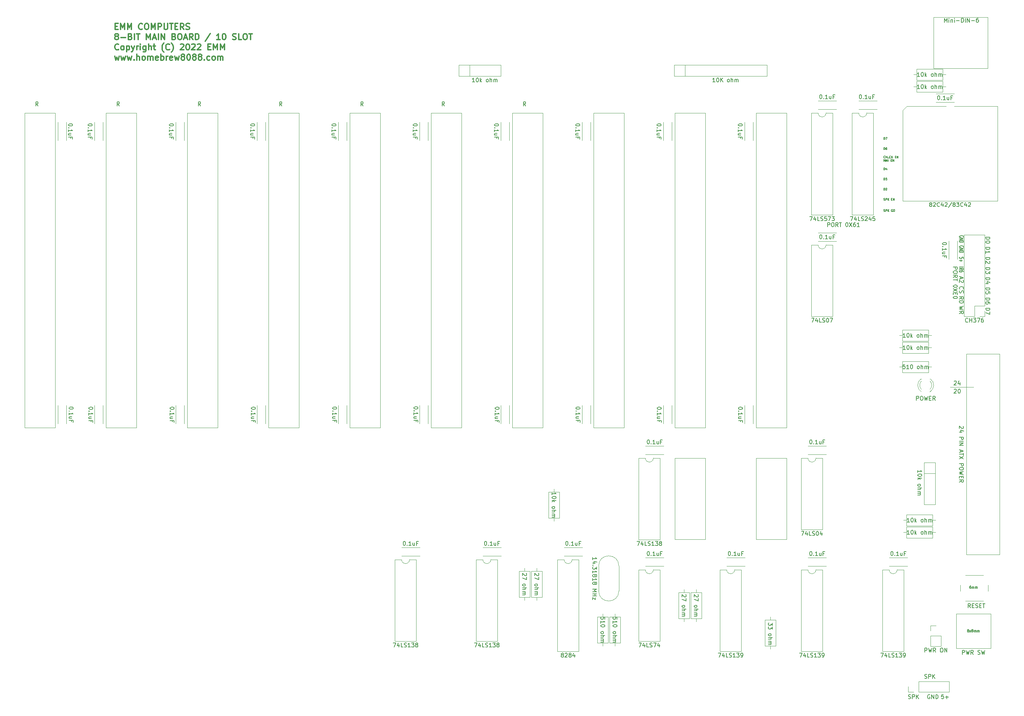
<source format=gbr>
G04 #@! TF.GenerationSoftware,KiCad,Pcbnew,(5.1.8)-1*
G04 #@! TF.CreationDate,2022-05-24T13:28:28-06:00*
G04 #@! TF.ProjectId,Multi,4d756c74-692e-46b6-9963-61645f706362,rev?*
G04 #@! TF.SameCoordinates,Original*
G04 #@! TF.FileFunction,Legend,Top*
G04 #@! TF.FilePolarity,Positive*
%FSLAX46Y46*%
G04 Gerber Fmt 4.6, Leading zero omitted, Abs format (unit mm)*
G04 Created by KiCad (PCBNEW (5.1.8)-1) date 2022-05-24 13:28:28*
%MOMM*%
%LPD*%
G01*
G04 APERTURE LIST*
%ADD10C,0.150000*%
%ADD11C,0.127000*%
%ADD12C,0.300000*%
%ADD13C,0.120000*%
G04 APERTURE END LIST*
D10*
X133996285Y-172140571D02*
X133939142Y-172112000D01*
X133910571Y-172083428D01*
X133882000Y-172026285D01*
X133882000Y-171997714D01*
X133910571Y-171940571D01*
X133939142Y-171912000D01*
X133996285Y-171883428D01*
X134110571Y-171883428D01*
X134167714Y-171912000D01*
X134196285Y-171940571D01*
X134224857Y-171997714D01*
X134224857Y-172026285D01*
X134196285Y-172083428D01*
X134167714Y-172112000D01*
X134110571Y-172140571D01*
X133996285Y-172140571D01*
X133939142Y-172169142D01*
X133910571Y-172197714D01*
X133882000Y-172254857D01*
X133882000Y-172369142D01*
X133910571Y-172426285D01*
X133939142Y-172454857D01*
X133996285Y-172483428D01*
X134110571Y-172483428D01*
X134167714Y-172454857D01*
X134196285Y-172426285D01*
X134224857Y-172369142D01*
X134224857Y-172254857D01*
X134196285Y-172197714D01*
X134167714Y-172169142D01*
X134110571Y-172140571D01*
X134424857Y-172483428D02*
X134739142Y-172083428D01*
X134424857Y-172083428D02*
X134739142Y-172483428D01*
X135053428Y-172140571D02*
X134996285Y-172112000D01*
X134967714Y-172083428D01*
X134939142Y-172026285D01*
X134939142Y-171997714D01*
X134967714Y-171940571D01*
X134996285Y-171912000D01*
X135053428Y-171883428D01*
X135167714Y-171883428D01*
X135224857Y-171912000D01*
X135253428Y-171940571D01*
X135282000Y-171997714D01*
X135282000Y-172026285D01*
X135253428Y-172083428D01*
X135224857Y-172112000D01*
X135167714Y-172140571D01*
X135053428Y-172140571D01*
X134996285Y-172169142D01*
X134967714Y-172197714D01*
X134939142Y-172254857D01*
X134939142Y-172369142D01*
X134967714Y-172426285D01*
X134996285Y-172454857D01*
X135053428Y-172483428D01*
X135167714Y-172483428D01*
X135224857Y-172454857D01*
X135253428Y-172426285D01*
X135282000Y-172369142D01*
X135282000Y-172254857D01*
X135253428Y-172197714D01*
X135224857Y-172169142D01*
X135167714Y-172140571D01*
X135539142Y-172483428D02*
X135539142Y-172083428D01*
X135539142Y-172140571D02*
X135567714Y-172112000D01*
X135624857Y-172083428D01*
X135710571Y-172083428D01*
X135767714Y-172112000D01*
X135796285Y-172169142D01*
X135796285Y-172483428D01*
X135796285Y-172169142D02*
X135824857Y-172112000D01*
X135882000Y-172083428D01*
X135967714Y-172083428D01*
X136024857Y-172112000D01*
X136053428Y-172169142D01*
X136053428Y-172483428D01*
X136339142Y-172483428D02*
X136339142Y-172083428D01*
X136339142Y-172140571D02*
X136367714Y-172112000D01*
X136424857Y-172083428D01*
X136510571Y-172083428D01*
X136567714Y-172112000D01*
X136596285Y-172169142D01*
X136596285Y-172483428D01*
X136596285Y-172169142D02*
X136624857Y-172112000D01*
X136682000Y-172083428D01*
X136767714Y-172083428D01*
X136824857Y-172112000D01*
X136853428Y-172169142D01*
X136853428Y-172483428D01*
X134696285Y-160961428D02*
X134582000Y-160961428D01*
X134524857Y-160990000D01*
X134496285Y-161018571D01*
X134439142Y-161104285D01*
X134410571Y-161218571D01*
X134410571Y-161447142D01*
X134439142Y-161504285D01*
X134467714Y-161532857D01*
X134524857Y-161561428D01*
X134639142Y-161561428D01*
X134696285Y-161532857D01*
X134724857Y-161504285D01*
X134753428Y-161447142D01*
X134753428Y-161304285D01*
X134724857Y-161247142D01*
X134696285Y-161218571D01*
X134639142Y-161190000D01*
X134524857Y-161190000D01*
X134467714Y-161218571D01*
X134439142Y-161247142D01*
X134410571Y-161304285D01*
X135010571Y-161561428D02*
X135010571Y-161161428D01*
X135010571Y-161218571D02*
X135039142Y-161190000D01*
X135096285Y-161161428D01*
X135182000Y-161161428D01*
X135239142Y-161190000D01*
X135267714Y-161247142D01*
X135267714Y-161561428D01*
X135267714Y-161247142D02*
X135296285Y-161190000D01*
X135353428Y-161161428D01*
X135439142Y-161161428D01*
X135496285Y-161190000D01*
X135524857Y-161247142D01*
X135524857Y-161561428D01*
X135810571Y-161561428D02*
X135810571Y-161161428D01*
X135810571Y-161218571D02*
X135839142Y-161190000D01*
X135896285Y-161161428D01*
X135982000Y-161161428D01*
X136039142Y-161190000D01*
X136067714Y-161247142D01*
X136067714Y-161561428D01*
X136067714Y-161247142D02*
X136096285Y-161190000D01*
X136153428Y-161161428D01*
X136239142Y-161161428D01*
X136296285Y-161190000D01*
X136324857Y-161247142D01*
X136324857Y-161561428D01*
D11*
X112979502Y-49251809D02*
X112979502Y-48743809D01*
X113100454Y-48743809D01*
X113173026Y-48768000D01*
X113221407Y-48816380D01*
X113245597Y-48864761D01*
X113269788Y-48961523D01*
X113269788Y-49034095D01*
X113245597Y-49130857D01*
X113221407Y-49179238D01*
X113173026Y-49227619D01*
X113100454Y-49251809D01*
X112979502Y-49251809D01*
X113439121Y-48743809D02*
X113777788Y-48743809D01*
X113560073Y-49251809D01*
X112979502Y-51791809D02*
X112979502Y-51283809D01*
X113100454Y-51283809D01*
X113173026Y-51308000D01*
X113221407Y-51356380D01*
X113245597Y-51404761D01*
X113269788Y-51501523D01*
X113269788Y-51574095D01*
X113245597Y-51670857D01*
X113221407Y-51719238D01*
X113173026Y-51767619D01*
X113100454Y-51791809D01*
X112979502Y-51791809D01*
X113705216Y-51283809D02*
X113608454Y-51283809D01*
X113560073Y-51308000D01*
X113535883Y-51332190D01*
X113487502Y-51404761D01*
X113463311Y-51501523D01*
X113463311Y-51695047D01*
X113487502Y-51743428D01*
X113511692Y-51767619D01*
X113560073Y-51791809D01*
X113656835Y-51791809D01*
X113705216Y-51767619D01*
X113729407Y-51743428D01*
X113753597Y-51695047D01*
X113753597Y-51574095D01*
X113729407Y-51525714D01*
X113705216Y-51501523D01*
X113656835Y-51477333D01*
X113560073Y-51477333D01*
X113511692Y-51501523D01*
X113487502Y-51525714D01*
X113463311Y-51574095D01*
X112979502Y-56871809D02*
X112979502Y-56363809D01*
X113100454Y-56363809D01*
X113173026Y-56388000D01*
X113221407Y-56436380D01*
X113245597Y-56484761D01*
X113269788Y-56581523D01*
X113269788Y-56654095D01*
X113245597Y-56750857D01*
X113221407Y-56799238D01*
X113173026Y-56847619D01*
X113100454Y-56871809D01*
X112979502Y-56871809D01*
X113705216Y-56533142D02*
X113705216Y-56871809D01*
X113584264Y-56339619D02*
X113463311Y-56702476D01*
X113777788Y-56702476D01*
X112979502Y-59411809D02*
X112979502Y-58903809D01*
X113100454Y-58903809D01*
X113173026Y-58928000D01*
X113221407Y-58976380D01*
X113245597Y-59024761D01*
X113269788Y-59121523D01*
X113269788Y-59194095D01*
X113245597Y-59290857D01*
X113221407Y-59339238D01*
X113173026Y-59387619D01*
X113100454Y-59411809D01*
X112979502Y-59411809D01*
X113439121Y-58903809D02*
X113753597Y-58903809D01*
X113584264Y-59097333D01*
X113656835Y-59097333D01*
X113705216Y-59121523D01*
X113729407Y-59145714D01*
X113753597Y-59194095D01*
X113753597Y-59315047D01*
X113729407Y-59363428D01*
X113705216Y-59387619D01*
X113656835Y-59411809D01*
X113511692Y-59411809D01*
X113463311Y-59387619D01*
X113439121Y-59363428D01*
X112979502Y-61951809D02*
X112979502Y-61443809D01*
X113100454Y-61443809D01*
X113173026Y-61468000D01*
X113221407Y-61516380D01*
X113245597Y-61564761D01*
X113269788Y-61661523D01*
X113269788Y-61734095D01*
X113245597Y-61830857D01*
X113221407Y-61879238D01*
X113173026Y-61927619D01*
X113100454Y-61951809D01*
X112979502Y-61951809D01*
X113463311Y-61492190D02*
X113487502Y-61468000D01*
X113535883Y-61443809D01*
X113656835Y-61443809D01*
X113705216Y-61468000D01*
X113729407Y-61492190D01*
X113753597Y-61540571D01*
X113753597Y-61588952D01*
X113729407Y-61661523D01*
X113439121Y-61951809D01*
X113753597Y-61951809D01*
X112955311Y-64467619D02*
X113027883Y-64491809D01*
X113148835Y-64491809D01*
X113197216Y-64467619D01*
X113221407Y-64443428D01*
X113245597Y-64395047D01*
X113245597Y-64346666D01*
X113221407Y-64298285D01*
X113197216Y-64274095D01*
X113148835Y-64249904D01*
X113052073Y-64225714D01*
X113003692Y-64201523D01*
X112979502Y-64177333D01*
X112955311Y-64128952D01*
X112955311Y-64080571D01*
X112979502Y-64032190D01*
X113003692Y-64008000D01*
X113052073Y-63983809D01*
X113173026Y-63983809D01*
X113245597Y-64008000D01*
X113463311Y-64491809D02*
X113463311Y-63983809D01*
X113656835Y-63983809D01*
X113705216Y-64008000D01*
X113729407Y-64032190D01*
X113753597Y-64080571D01*
X113753597Y-64153142D01*
X113729407Y-64201523D01*
X113705216Y-64225714D01*
X113656835Y-64249904D01*
X113463311Y-64249904D01*
X113971311Y-64491809D02*
X113971311Y-63983809D01*
X114261597Y-64491809D02*
X114043883Y-64201523D01*
X114261597Y-63983809D02*
X113971311Y-64274095D01*
X114866359Y-64225714D02*
X115035692Y-64225714D01*
X115108264Y-64491809D02*
X114866359Y-64491809D01*
X114866359Y-63983809D01*
X115108264Y-63983809D01*
X115325978Y-64491809D02*
X115325978Y-63983809D01*
X115616264Y-64491809D01*
X115616264Y-63983809D01*
X112955311Y-67261619D02*
X113027883Y-67285809D01*
X113148835Y-67285809D01*
X113197216Y-67261619D01*
X113221407Y-67237428D01*
X113245597Y-67189047D01*
X113245597Y-67140666D01*
X113221407Y-67092285D01*
X113197216Y-67068095D01*
X113148835Y-67043904D01*
X113052073Y-67019714D01*
X113003692Y-66995523D01*
X112979502Y-66971333D01*
X112955311Y-66922952D01*
X112955311Y-66874571D01*
X112979502Y-66826190D01*
X113003692Y-66802000D01*
X113052073Y-66777809D01*
X113173026Y-66777809D01*
X113245597Y-66802000D01*
X113463311Y-67285809D02*
X113463311Y-66777809D01*
X113656835Y-66777809D01*
X113705216Y-66802000D01*
X113729407Y-66826190D01*
X113753597Y-66874571D01*
X113753597Y-66947142D01*
X113729407Y-66995523D01*
X113705216Y-67019714D01*
X113656835Y-67043904D01*
X113463311Y-67043904D01*
X113971311Y-67285809D02*
X113971311Y-66777809D01*
X114261597Y-67285809D02*
X114043883Y-66995523D01*
X114261597Y-66777809D02*
X113971311Y-67068095D01*
X115132454Y-66802000D02*
X115084073Y-66777809D01*
X115011502Y-66777809D01*
X114938930Y-66802000D01*
X114890550Y-66850380D01*
X114866359Y-66898761D01*
X114842169Y-66995523D01*
X114842169Y-67068095D01*
X114866359Y-67164857D01*
X114890550Y-67213238D01*
X114938930Y-67261619D01*
X115011502Y-67285809D01*
X115059883Y-67285809D01*
X115132454Y-67261619D01*
X115156645Y-67237428D01*
X115156645Y-67068095D01*
X115059883Y-67068095D01*
X115471121Y-66777809D02*
X115567883Y-66777809D01*
X115616264Y-66802000D01*
X115664645Y-66850380D01*
X115688835Y-66947142D01*
X115688835Y-67116476D01*
X115664645Y-67213238D01*
X115616264Y-67261619D01*
X115567883Y-67285809D01*
X115471121Y-67285809D01*
X115422740Y-67261619D01*
X115374359Y-67213238D01*
X115350169Y-67116476D01*
X115350169Y-66947142D01*
X115374359Y-66850380D01*
X115422740Y-66802000D01*
X115471121Y-66777809D01*
X113269788Y-53838928D02*
X113245597Y-53863119D01*
X113173026Y-53887309D01*
X113124645Y-53887309D01*
X113052073Y-53863119D01*
X113003692Y-53814738D01*
X112979502Y-53766357D01*
X112955311Y-53669595D01*
X112955311Y-53597023D01*
X112979502Y-53500261D01*
X113003692Y-53451880D01*
X113052073Y-53403500D01*
X113124645Y-53379309D01*
X113173026Y-53379309D01*
X113245597Y-53403500D01*
X113269788Y-53427690D01*
X113487502Y-53887309D02*
X113487502Y-53379309D01*
X113487502Y-53621214D02*
X113777788Y-53621214D01*
X113777788Y-53887309D02*
X113777788Y-53379309D01*
X113898740Y-53935690D02*
X114285788Y-53935690D01*
X114697026Y-53838928D02*
X114672835Y-53863119D01*
X114600264Y-53887309D01*
X114551883Y-53887309D01*
X114479311Y-53863119D01*
X114430930Y-53814738D01*
X114406740Y-53766357D01*
X114382550Y-53669595D01*
X114382550Y-53597023D01*
X114406740Y-53500261D01*
X114430930Y-53451880D01*
X114479311Y-53403500D01*
X114551883Y-53379309D01*
X114600264Y-53379309D01*
X114672835Y-53403500D01*
X114697026Y-53427690D01*
X114914740Y-53887309D02*
X114914740Y-53379309D01*
X115205026Y-53887309D02*
X114987311Y-53597023D01*
X115205026Y-53379309D02*
X114914740Y-53669595D01*
X115809788Y-53621214D02*
X115979121Y-53621214D01*
X116051692Y-53887309D02*
X115809788Y-53887309D01*
X115809788Y-53379309D01*
X116051692Y-53379309D01*
X116269407Y-53887309D02*
X116269407Y-53379309D01*
X116559692Y-53887309D01*
X116559692Y-53379309D01*
X112979502Y-54776309D02*
X112979502Y-54268309D01*
X113269788Y-54776309D01*
X113269788Y-54268309D01*
X113511692Y-54776309D02*
X113511692Y-54268309D01*
X113681026Y-54631166D01*
X113850359Y-54268309D01*
X113850359Y-54776309D01*
X114092264Y-54776309D02*
X114092264Y-54268309D01*
X114721216Y-54510214D02*
X114890550Y-54510214D01*
X114963121Y-54776309D02*
X114721216Y-54776309D01*
X114721216Y-54268309D01*
X114963121Y-54268309D01*
X115180835Y-54776309D02*
X115180835Y-54268309D01*
X115471121Y-54776309D01*
X115471121Y-54268309D01*
D10*
X127889047Y-188174380D02*
X127412857Y-188174380D01*
X127365238Y-188650571D01*
X127412857Y-188602952D01*
X127508095Y-188555333D01*
X127746190Y-188555333D01*
X127841428Y-188602952D01*
X127889047Y-188650571D01*
X127936666Y-188745809D01*
X127936666Y-188983904D01*
X127889047Y-189079142D01*
X127841428Y-189126761D01*
X127746190Y-189174380D01*
X127508095Y-189174380D01*
X127412857Y-189126761D01*
X127365238Y-189079142D01*
X128365238Y-188793428D02*
X129127142Y-188793428D01*
X128746190Y-189174380D02*
X128746190Y-188412476D01*
X124460095Y-188222000D02*
X124364857Y-188174380D01*
X124222000Y-188174380D01*
X124079142Y-188222000D01*
X123983904Y-188317238D01*
X123936285Y-188412476D01*
X123888666Y-188602952D01*
X123888666Y-188745809D01*
X123936285Y-188936285D01*
X123983904Y-189031523D01*
X124079142Y-189126761D01*
X124222000Y-189174380D01*
X124317238Y-189174380D01*
X124460095Y-189126761D01*
X124507714Y-189079142D01*
X124507714Y-188745809D01*
X124317238Y-188745809D01*
X124936285Y-189174380D02*
X124936285Y-188174380D01*
X125507714Y-189174380D01*
X125507714Y-188174380D01*
X125983904Y-189174380D02*
X125983904Y-188174380D01*
X126222000Y-188174380D01*
X126364857Y-188222000D01*
X126460095Y-188317238D01*
X126507714Y-188412476D01*
X126555333Y-188602952D01*
X126555333Y-188745809D01*
X126507714Y-188936285D01*
X126460095Y-189031523D01*
X126364857Y-189126761D01*
X126222000Y-189174380D01*
X125983904Y-189174380D01*
X119110285Y-189126761D02*
X119253142Y-189174380D01*
X119491238Y-189174380D01*
X119586476Y-189126761D01*
X119634095Y-189079142D01*
X119681714Y-188983904D01*
X119681714Y-188888666D01*
X119634095Y-188793428D01*
X119586476Y-188745809D01*
X119491238Y-188698190D01*
X119300761Y-188650571D01*
X119205523Y-188602952D01*
X119157904Y-188555333D01*
X119110285Y-188460095D01*
X119110285Y-188364857D01*
X119157904Y-188269619D01*
X119205523Y-188222000D01*
X119300761Y-188174380D01*
X119538857Y-188174380D01*
X119681714Y-188222000D01*
X120110285Y-189174380D02*
X120110285Y-188174380D01*
X120491238Y-188174380D01*
X120586476Y-188222000D01*
X120634095Y-188269619D01*
X120681714Y-188364857D01*
X120681714Y-188507714D01*
X120634095Y-188602952D01*
X120586476Y-188650571D01*
X120491238Y-188698190D01*
X120110285Y-188698190D01*
X121110285Y-189174380D02*
X121110285Y-188174380D01*
X121681714Y-189174380D02*
X121253142Y-188602952D01*
X121681714Y-188174380D02*
X121110285Y-188745809D01*
X132786380Y-121016000D02*
X132834000Y-121063619D01*
X132881619Y-121158857D01*
X132881619Y-121396952D01*
X132834000Y-121492190D01*
X132786380Y-121539809D01*
X132691142Y-121587428D01*
X132595904Y-121587428D01*
X132453047Y-121539809D01*
X131881619Y-120968380D01*
X131881619Y-121587428D01*
X132548285Y-122444571D02*
X131881619Y-122444571D01*
X132929238Y-122206476D02*
X132214952Y-121968380D01*
X132214952Y-122587428D01*
X131881619Y-123730285D02*
X132881619Y-123730285D01*
X132881619Y-124111238D01*
X132834000Y-124206476D01*
X132786380Y-124254095D01*
X132691142Y-124301714D01*
X132548285Y-124301714D01*
X132453047Y-124254095D01*
X132405428Y-124206476D01*
X132357809Y-124111238D01*
X132357809Y-123730285D01*
X131881619Y-124730285D02*
X132881619Y-124730285D01*
X131881619Y-125206476D02*
X132881619Y-125206476D01*
X131881619Y-125777904D01*
X132881619Y-125777904D01*
X132167333Y-126968380D02*
X132167333Y-127444571D01*
X131881619Y-126873142D02*
X132881619Y-127206476D01*
X131881619Y-127539809D01*
X132881619Y-127730285D02*
X132881619Y-128301714D01*
X131881619Y-128016000D02*
X132881619Y-128016000D01*
X132881619Y-128539809D02*
X131881619Y-129206476D01*
X132881619Y-129206476D02*
X131881619Y-128539809D01*
X131881619Y-130349333D02*
X132881619Y-130349333D01*
X132881619Y-130730285D01*
X132834000Y-130825523D01*
X132786380Y-130873142D01*
X132691142Y-130920761D01*
X132548285Y-130920761D01*
X132453047Y-130873142D01*
X132405428Y-130825523D01*
X132357809Y-130730285D01*
X132357809Y-130349333D01*
X132881619Y-131539809D02*
X132881619Y-131730285D01*
X132834000Y-131825523D01*
X132738761Y-131920761D01*
X132548285Y-131968380D01*
X132214952Y-131968380D01*
X132024476Y-131920761D01*
X131929238Y-131825523D01*
X131881619Y-131730285D01*
X131881619Y-131539809D01*
X131929238Y-131444571D01*
X132024476Y-131349333D01*
X132214952Y-131301714D01*
X132548285Y-131301714D01*
X132738761Y-131349333D01*
X132834000Y-131444571D01*
X132881619Y-131539809D01*
X132881619Y-132301714D02*
X131881619Y-132539809D01*
X132595904Y-132730285D01*
X131881619Y-132920761D01*
X132881619Y-133158857D01*
X132405428Y-133539809D02*
X132405428Y-133873142D01*
X131881619Y-134016000D02*
X131881619Y-133539809D01*
X132881619Y-133539809D01*
X132881619Y-134016000D01*
X131881619Y-135016000D02*
X132357809Y-134682666D01*
X131881619Y-134444571D02*
X132881619Y-134444571D01*
X132881619Y-134825523D01*
X132834000Y-134920761D01*
X132786380Y-134968380D01*
X132691142Y-135016000D01*
X132548285Y-135016000D01*
X132453047Y-134968380D01*
X132405428Y-134920761D01*
X132357809Y-134825523D01*
X132357809Y-134444571D01*
X132834000Y-73684190D02*
X132881619Y-73623714D01*
X132881619Y-73533000D01*
X132834000Y-73442285D01*
X132738761Y-73381809D01*
X132643523Y-73351571D01*
X132453047Y-73321333D01*
X132310190Y-73321333D01*
X132119714Y-73351571D01*
X132024476Y-73381809D01*
X131929238Y-73442285D01*
X131881619Y-73533000D01*
X131881619Y-73593476D01*
X131929238Y-73684190D01*
X131976857Y-73714428D01*
X132310190Y-73714428D01*
X132310190Y-73593476D01*
X131881619Y-73986571D02*
X132881619Y-73986571D01*
X131881619Y-74349428D01*
X132881619Y-74349428D01*
X131881619Y-74651809D02*
X132881619Y-74651809D01*
X132881619Y-74803000D01*
X132834000Y-74893714D01*
X132738761Y-74954190D01*
X132643523Y-74984428D01*
X132453047Y-75014666D01*
X132310190Y-75014666D01*
X132119714Y-74984428D01*
X132024476Y-74954190D01*
X131929238Y-74893714D01*
X131881619Y-74803000D01*
X131881619Y-74651809D01*
X132834000Y-76224190D02*
X132881619Y-76163714D01*
X132881619Y-76073000D01*
X132834000Y-75982285D01*
X132738761Y-75921809D01*
X132643523Y-75891571D01*
X132453047Y-75861333D01*
X132310190Y-75861333D01*
X132119714Y-75891571D01*
X132024476Y-75921809D01*
X131929238Y-75982285D01*
X131881619Y-76073000D01*
X131881619Y-76133476D01*
X131929238Y-76224190D01*
X131976857Y-76254428D01*
X132310190Y-76254428D01*
X132310190Y-76133476D01*
X131881619Y-76526571D02*
X132881619Y-76526571D01*
X131881619Y-76889428D01*
X132881619Y-76889428D01*
X131881619Y-77191809D02*
X132881619Y-77191809D01*
X132881619Y-77343000D01*
X132834000Y-77433714D01*
X132738761Y-77494190D01*
X132643523Y-77524428D01*
X132453047Y-77554666D01*
X132310190Y-77554666D01*
X132119714Y-77524428D01*
X132024476Y-77494190D01*
X131929238Y-77433714D01*
X131881619Y-77343000D01*
X131881619Y-77191809D01*
X131881619Y-81168119D02*
X132881619Y-81168119D01*
X131881619Y-81833357D02*
X132357809Y-81621690D01*
X131881619Y-81470500D02*
X132881619Y-81470500D01*
X132881619Y-81712404D01*
X132834000Y-81772880D01*
X132786380Y-81803119D01*
X132691142Y-81833357D01*
X132548285Y-81833357D01*
X132453047Y-81803119D01*
X132405428Y-81772880D01*
X132357809Y-81712404D01*
X132357809Y-81470500D01*
X132881619Y-82377642D02*
X132881619Y-82256690D01*
X132834000Y-82196214D01*
X132786380Y-82165976D01*
X132643523Y-82105500D01*
X132453047Y-82075261D01*
X132072095Y-82075261D01*
X131976857Y-82105500D01*
X131929238Y-82135738D01*
X131881619Y-82196214D01*
X131881619Y-82317166D01*
X131929238Y-82377642D01*
X131976857Y-82407880D01*
X132072095Y-82438119D01*
X132310190Y-82438119D01*
X132405428Y-82407880D01*
X132453047Y-82377642D01*
X132500666Y-82317166D01*
X132500666Y-82196214D01*
X132453047Y-82135738D01*
X132405428Y-82105500D01*
X132310190Y-82075261D01*
X138485619Y-83843904D02*
X139485619Y-83843904D01*
X139485619Y-84082000D01*
X139438000Y-84224857D01*
X139342761Y-84320095D01*
X139247523Y-84367714D01*
X139057047Y-84415333D01*
X138914190Y-84415333D01*
X138723714Y-84367714D01*
X138628476Y-84320095D01*
X138533238Y-84224857D01*
X138485619Y-84082000D01*
X138485619Y-83843904D01*
X139152285Y-85272476D02*
X138485619Y-85272476D01*
X139533238Y-85034380D02*
X138818952Y-84796285D01*
X138818952Y-85415333D01*
X138485619Y-81303904D02*
X139485619Y-81303904D01*
X139485619Y-81542000D01*
X139438000Y-81684857D01*
X139342761Y-81780095D01*
X139247523Y-81827714D01*
X139057047Y-81875333D01*
X138914190Y-81875333D01*
X138723714Y-81827714D01*
X138628476Y-81780095D01*
X138533238Y-81684857D01*
X138485619Y-81542000D01*
X138485619Y-81303904D01*
X139485619Y-82208666D02*
X139485619Y-82827714D01*
X139104666Y-82494380D01*
X139104666Y-82637238D01*
X139057047Y-82732476D01*
X139009428Y-82780095D01*
X138914190Y-82827714D01*
X138676095Y-82827714D01*
X138580857Y-82780095D01*
X138533238Y-82732476D01*
X138485619Y-82637238D01*
X138485619Y-82351523D01*
X138533238Y-82256285D01*
X138580857Y-82208666D01*
X132881619Y-91019428D02*
X131881619Y-91257523D01*
X132595904Y-91448000D01*
X131881619Y-91638476D01*
X132881619Y-91876571D01*
X131881619Y-92828952D02*
X132357809Y-92495619D01*
X131881619Y-92257523D02*
X132881619Y-92257523D01*
X132881619Y-92638476D01*
X132834000Y-92733714D01*
X132786380Y-92781333D01*
X132691142Y-92828952D01*
X132548285Y-92828952D01*
X132453047Y-92781333D01*
X132405428Y-92733714D01*
X132357809Y-92638476D01*
X132357809Y-92257523D01*
X138485619Y-88923904D02*
X139485619Y-88923904D01*
X139485619Y-89162000D01*
X139438000Y-89304857D01*
X139342761Y-89400095D01*
X139247523Y-89447714D01*
X139057047Y-89495333D01*
X138914190Y-89495333D01*
X138723714Y-89447714D01*
X138628476Y-89400095D01*
X138533238Y-89304857D01*
X138485619Y-89162000D01*
X138485619Y-88923904D01*
X139485619Y-90352476D02*
X139485619Y-90162000D01*
X139438000Y-90066761D01*
X139390380Y-90019142D01*
X139247523Y-89923904D01*
X139057047Y-89876285D01*
X138676095Y-89876285D01*
X138580857Y-89923904D01*
X138533238Y-89971523D01*
X138485619Y-90066761D01*
X138485619Y-90257238D01*
X138533238Y-90352476D01*
X138580857Y-90400095D01*
X138676095Y-90447714D01*
X138914190Y-90447714D01*
X139009428Y-90400095D01*
X139057047Y-90352476D01*
X139104666Y-90257238D01*
X139104666Y-90066761D01*
X139057047Y-89971523D01*
X139009428Y-89923904D01*
X138914190Y-89876285D01*
X138485619Y-76223904D02*
X139485619Y-76223904D01*
X139485619Y-76462000D01*
X139438000Y-76604857D01*
X139342761Y-76700095D01*
X139247523Y-76747714D01*
X139057047Y-76795333D01*
X138914190Y-76795333D01*
X138723714Y-76747714D01*
X138628476Y-76700095D01*
X138533238Y-76604857D01*
X138485619Y-76462000D01*
X138485619Y-76223904D01*
X138485619Y-77747714D02*
X138485619Y-77176285D01*
X138485619Y-77462000D02*
X139485619Y-77462000D01*
X139342761Y-77366761D01*
X139247523Y-77271523D01*
X139199904Y-77176285D01*
X138485619Y-86383904D02*
X139485619Y-86383904D01*
X139485619Y-86622000D01*
X139438000Y-86764857D01*
X139342761Y-86860095D01*
X139247523Y-86907714D01*
X139057047Y-86955333D01*
X138914190Y-86955333D01*
X138723714Y-86907714D01*
X138628476Y-86860095D01*
X138533238Y-86764857D01*
X138485619Y-86622000D01*
X138485619Y-86383904D01*
X139485619Y-87860095D02*
X139485619Y-87383904D01*
X139009428Y-87336285D01*
X139057047Y-87383904D01*
X139104666Y-87479142D01*
X139104666Y-87717238D01*
X139057047Y-87812476D01*
X139009428Y-87860095D01*
X138914190Y-87907714D01*
X138676095Y-87907714D01*
X138580857Y-87860095D01*
X138533238Y-87812476D01*
X138485619Y-87717238D01*
X138485619Y-87479142D01*
X138533238Y-87383904D01*
X138580857Y-87336285D01*
X138485619Y-78763904D02*
X139485619Y-78763904D01*
X139485619Y-79002000D01*
X139438000Y-79144857D01*
X139342761Y-79240095D01*
X139247523Y-79287714D01*
X139057047Y-79335333D01*
X138914190Y-79335333D01*
X138723714Y-79287714D01*
X138628476Y-79240095D01*
X138533238Y-79144857D01*
X138485619Y-79002000D01*
X138485619Y-78763904D01*
X139390380Y-79716285D02*
X139438000Y-79763904D01*
X139485619Y-79859142D01*
X139485619Y-80097238D01*
X139438000Y-80192476D01*
X139390380Y-80240095D01*
X139295142Y-80287714D01*
X139199904Y-80287714D01*
X139057047Y-80240095D01*
X138485619Y-79668666D01*
X138485619Y-80287714D01*
X138485619Y-91463904D02*
X139485619Y-91463904D01*
X139485619Y-91702000D01*
X139438000Y-91844857D01*
X139342761Y-91940095D01*
X139247523Y-91987714D01*
X139057047Y-92035333D01*
X138914190Y-92035333D01*
X138723714Y-91987714D01*
X138628476Y-91940095D01*
X138533238Y-91844857D01*
X138485619Y-91702000D01*
X138485619Y-91463904D01*
X139485619Y-92368666D02*
X139485619Y-93035333D01*
X138485619Y-92606761D01*
X131881619Y-89217523D02*
X132357809Y-88884190D01*
X131881619Y-88646095D02*
X132881619Y-88646095D01*
X132881619Y-89027047D01*
X132834000Y-89122285D01*
X132786380Y-89169904D01*
X132691142Y-89217523D01*
X132548285Y-89217523D01*
X132453047Y-89169904D01*
X132405428Y-89122285D01*
X132357809Y-89027047D01*
X132357809Y-88646095D01*
X131881619Y-89646095D02*
X132881619Y-89646095D01*
X132881619Y-89884190D01*
X132834000Y-90027047D01*
X132738761Y-90122285D01*
X132643523Y-90169904D01*
X132453047Y-90217523D01*
X132310190Y-90217523D01*
X132119714Y-90169904D01*
X132024476Y-90122285D01*
X131929238Y-90027047D01*
X131881619Y-89884190D01*
X131881619Y-89646095D01*
X132881619Y-79006095D02*
X132881619Y-78703714D01*
X132405428Y-78673476D01*
X132453047Y-78703714D01*
X132500666Y-78764190D01*
X132500666Y-78915380D01*
X132453047Y-78975857D01*
X132405428Y-79006095D01*
X132310190Y-79036333D01*
X132072095Y-79036333D01*
X131976857Y-79006095D01*
X131929238Y-78975857D01*
X131881619Y-78915380D01*
X131881619Y-78764190D01*
X131929238Y-78703714D01*
X131976857Y-78673476D01*
X132262571Y-79308476D02*
X132262571Y-79792285D01*
X131881619Y-79550380D02*
X132643523Y-79550380D01*
X138485619Y-73683904D02*
X139485619Y-73683904D01*
X139485619Y-73922000D01*
X139438000Y-74064857D01*
X139342761Y-74160095D01*
X139247523Y-74207714D01*
X139057047Y-74255333D01*
X138914190Y-74255333D01*
X138723714Y-74207714D01*
X138628476Y-74160095D01*
X138533238Y-74064857D01*
X138485619Y-73922000D01*
X138485619Y-73683904D01*
X139485619Y-74874380D02*
X139485619Y-74969619D01*
X139438000Y-75064857D01*
X139390380Y-75112476D01*
X139295142Y-75160095D01*
X139104666Y-75207714D01*
X138866571Y-75207714D01*
X138676095Y-75160095D01*
X138580857Y-75112476D01*
X138533238Y-75064857D01*
X138485619Y-74969619D01*
X138485619Y-74874380D01*
X138533238Y-74779142D01*
X138580857Y-74731523D01*
X138676095Y-74683904D01*
X138866571Y-74636285D01*
X139104666Y-74636285D01*
X139295142Y-74683904D01*
X139390380Y-74731523D01*
X139438000Y-74779142D01*
X139485619Y-74874380D01*
X132167333Y-83613714D02*
X132167333Y-84089904D01*
X131881619Y-83518476D02*
X132881619Y-83851809D01*
X131881619Y-84185142D01*
X132786380Y-84470857D02*
X132834000Y-84518476D01*
X132881619Y-84613714D01*
X132881619Y-84851809D01*
X132834000Y-84947047D01*
X132786380Y-84994666D01*
X132691142Y-85042285D01*
X132595904Y-85042285D01*
X132453047Y-84994666D01*
X131881619Y-84423238D01*
X131881619Y-85042285D01*
X131976857Y-86701333D02*
X131929238Y-86653714D01*
X131881619Y-86510857D01*
X131881619Y-86415619D01*
X131929238Y-86272761D01*
X132024476Y-86177523D01*
X132119714Y-86129904D01*
X132310190Y-86082285D01*
X132453047Y-86082285D01*
X132643523Y-86129904D01*
X132738761Y-86177523D01*
X132834000Y-86272761D01*
X132881619Y-86415619D01*
X132881619Y-86510857D01*
X132834000Y-86653714D01*
X132786380Y-86701333D01*
X131929238Y-87082285D02*
X131881619Y-87225142D01*
X131881619Y-87463238D01*
X131929238Y-87558476D01*
X131976857Y-87606095D01*
X132072095Y-87653714D01*
X132167333Y-87653714D01*
X132262571Y-87606095D01*
X132310190Y-87558476D01*
X132357809Y-87463238D01*
X132405428Y-87272761D01*
X132453047Y-87177523D01*
X132500666Y-87129904D01*
X132595904Y-87082285D01*
X132691142Y-87082285D01*
X132786380Y-87129904D01*
X132834000Y-87177523D01*
X132881619Y-87272761D01*
X132881619Y-87510857D01*
X132834000Y-87653714D01*
D12*
X-79203857Y-20959857D02*
X-78703857Y-20959857D01*
X-78489571Y-21745571D02*
X-79203857Y-21745571D01*
X-79203857Y-20245571D01*
X-78489571Y-20245571D01*
X-77846714Y-21745571D02*
X-77846714Y-20245571D01*
X-77346714Y-21317000D01*
X-76846714Y-20245571D01*
X-76846714Y-21745571D01*
X-76132428Y-21745571D02*
X-76132428Y-20245571D01*
X-75632428Y-21317000D01*
X-75132428Y-20245571D01*
X-75132428Y-21745571D01*
X-72418142Y-21602714D02*
X-72489571Y-21674142D01*
X-72703857Y-21745571D01*
X-72846714Y-21745571D01*
X-73061000Y-21674142D01*
X-73203857Y-21531285D01*
X-73275285Y-21388428D01*
X-73346714Y-21102714D01*
X-73346714Y-20888428D01*
X-73275285Y-20602714D01*
X-73203857Y-20459857D01*
X-73061000Y-20317000D01*
X-72846714Y-20245571D01*
X-72703857Y-20245571D01*
X-72489571Y-20317000D01*
X-72418142Y-20388428D01*
X-71489571Y-20245571D02*
X-71203857Y-20245571D01*
X-71061000Y-20317000D01*
X-70918142Y-20459857D01*
X-70846714Y-20745571D01*
X-70846714Y-21245571D01*
X-70918142Y-21531285D01*
X-71061000Y-21674142D01*
X-71203857Y-21745571D01*
X-71489571Y-21745571D01*
X-71632428Y-21674142D01*
X-71775285Y-21531285D01*
X-71846714Y-21245571D01*
X-71846714Y-20745571D01*
X-71775285Y-20459857D01*
X-71632428Y-20317000D01*
X-71489571Y-20245571D01*
X-70203857Y-21745571D02*
X-70203857Y-20245571D01*
X-69703857Y-21317000D01*
X-69203857Y-20245571D01*
X-69203857Y-21745571D01*
X-68489571Y-21745571D02*
X-68489571Y-20245571D01*
X-67918142Y-20245571D01*
X-67775285Y-20317000D01*
X-67703857Y-20388428D01*
X-67632428Y-20531285D01*
X-67632428Y-20745571D01*
X-67703857Y-20888428D01*
X-67775285Y-20959857D01*
X-67918142Y-21031285D01*
X-68489571Y-21031285D01*
X-66989571Y-20245571D02*
X-66989571Y-21459857D01*
X-66918142Y-21602714D01*
X-66846714Y-21674142D01*
X-66703857Y-21745571D01*
X-66418142Y-21745571D01*
X-66275285Y-21674142D01*
X-66203857Y-21602714D01*
X-66132428Y-21459857D01*
X-66132428Y-20245571D01*
X-65632428Y-20245571D02*
X-64775285Y-20245571D01*
X-65203857Y-21745571D02*
X-65203857Y-20245571D01*
X-64275285Y-20959857D02*
X-63775285Y-20959857D01*
X-63561000Y-21745571D02*
X-64275285Y-21745571D01*
X-64275285Y-20245571D01*
X-63561000Y-20245571D01*
X-62061000Y-21745571D02*
X-62561000Y-21031285D01*
X-62918142Y-21745571D02*
X-62918142Y-20245571D01*
X-62346714Y-20245571D01*
X-62203857Y-20317000D01*
X-62132428Y-20388428D01*
X-62061000Y-20531285D01*
X-62061000Y-20745571D01*
X-62132428Y-20888428D01*
X-62203857Y-20959857D01*
X-62346714Y-21031285D01*
X-62918142Y-21031285D01*
X-61489571Y-21674142D02*
X-61275285Y-21745571D01*
X-60918142Y-21745571D01*
X-60775285Y-21674142D01*
X-60703857Y-21602714D01*
X-60632428Y-21459857D01*
X-60632428Y-21317000D01*
X-60703857Y-21174142D01*
X-60775285Y-21102714D01*
X-60918142Y-21031285D01*
X-61203857Y-20959857D01*
X-61346714Y-20888428D01*
X-61418142Y-20817000D01*
X-61489571Y-20674142D01*
X-61489571Y-20531285D01*
X-61418142Y-20388428D01*
X-61346714Y-20317000D01*
X-61203857Y-20245571D01*
X-60846714Y-20245571D01*
X-60632428Y-20317000D01*
X-78989571Y-23438428D02*
X-79132428Y-23367000D01*
X-79203857Y-23295571D01*
X-79275285Y-23152714D01*
X-79275285Y-23081285D01*
X-79203857Y-22938428D01*
X-79132428Y-22867000D01*
X-78989571Y-22795571D01*
X-78703857Y-22795571D01*
X-78561000Y-22867000D01*
X-78489571Y-22938428D01*
X-78418142Y-23081285D01*
X-78418142Y-23152714D01*
X-78489571Y-23295571D01*
X-78561000Y-23367000D01*
X-78703857Y-23438428D01*
X-78989571Y-23438428D01*
X-79132428Y-23509857D01*
X-79203857Y-23581285D01*
X-79275285Y-23724142D01*
X-79275285Y-24009857D01*
X-79203857Y-24152714D01*
X-79132428Y-24224142D01*
X-78989571Y-24295571D01*
X-78703857Y-24295571D01*
X-78561000Y-24224142D01*
X-78489571Y-24152714D01*
X-78418142Y-24009857D01*
X-78418142Y-23724142D01*
X-78489571Y-23581285D01*
X-78561000Y-23509857D01*
X-78703857Y-23438428D01*
X-77775285Y-23724142D02*
X-76632428Y-23724142D01*
X-75418142Y-23509857D02*
X-75203857Y-23581285D01*
X-75132428Y-23652714D01*
X-75061000Y-23795571D01*
X-75061000Y-24009857D01*
X-75132428Y-24152714D01*
X-75203857Y-24224142D01*
X-75346714Y-24295571D01*
X-75918142Y-24295571D01*
X-75918142Y-22795571D01*
X-75418142Y-22795571D01*
X-75275285Y-22867000D01*
X-75203857Y-22938428D01*
X-75132428Y-23081285D01*
X-75132428Y-23224142D01*
X-75203857Y-23367000D01*
X-75275285Y-23438428D01*
X-75418142Y-23509857D01*
X-75918142Y-23509857D01*
X-74418142Y-24295571D02*
X-74418142Y-22795571D01*
X-73918142Y-22795571D02*
X-73061000Y-22795571D01*
X-73489571Y-24295571D02*
X-73489571Y-22795571D01*
X-71418142Y-24295571D02*
X-71418142Y-22795571D01*
X-70918142Y-23867000D01*
X-70418142Y-22795571D01*
X-70418142Y-24295571D01*
X-69775285Y-23867000D02*
X-69061000Y-23867000D01*
X-69918142Y-24295571D02*
X-69418142Y-22795571D01*
X-68918142Y-24295571D01*
X-68418142Y-24295571D02*
X-68418142Y-22795571D01*
X-67703857Y-24295571D02*
X-67703857Y-22795571D01*
X-66846714Y-24295571D01*
X-66846714Y-22795571D01*
X-64489571Y-23509857D02*
X-64275285Y-23581285D01*
X-64203857Y-23652714D01*
X-64132428Y-23795571D01*
X-64132428Y-24009857D01*
X-64203857Y-24152714D01*
X-64275285Y-24224142D01*
X-64418142Y-24295571D01*
X-64989571Y-24295571D01*
X-64989571Y-22795571D01*
X-64489571Y-22795571D01*
X-64346714Y-22867000D01*
X-64275285Y-22938428D01*
X-64203857Y-23081285D01*
X-64203857Y-23224142D01*
X-64275285Y-23367000D01*
X-64346714Y-23438428D01*
X-64489571Y-23509857D01*
X-64989571Y-23509857D01*
X-63203857Y-22795571D02*
X-62918142Y-22795571D01*
X-62775285Y-22867000D01*
X-62632428Y-23009857D01*
X-62561000Y-23295571D01*
X-62561000Y-23795571D01*
X-62632428Y-24081285D01*
X-62775285Y-24224142D01*
X-62918142Y-24295571D01*
X-63203857Y-24295571D01*
X-63346714Y-24224142D01*
X-63489571Y-24081285D01*
X-63561000Y-23795571D01*
X-63561000Y-23295571D01*
X-63489571Y-23009857D01*
X-63346714Y-22867000D01*
X-63203857Y-22795571D01*
X-61989571Y-23867000D02*
X-61275285Y-23867000D01*
X-62132428Y-24295571D02*
X-61632428Y-22795571D01*
X-61132428Y-24295571D01*
X-59775285Y-24295571D02*
X-60275285Y-23581285D01*
X-60632428Y-24295571D02*
X-60632428Y-22795571D01*
X-60061000Y-22795571D01*
X-59918142Y-22867000D01*
X-59846714Y-22938428D01*
X-59775285Y-23081285D01*
X-59775285Y-23295571D01*
X-59846714Y-23438428D01*
X-59918142Y-23509857D01*
X-60061000Y-23581285D01*
X-60632428Y-23581285D01*
X-59132428Y-24295571D02*
X-59132428Y-22795571D01*
X-58775285Y-22795571D01*
X-58561000Y-22867000D01*
X-58418142Y-23009857D01*
X-58346714Y-23152714D01*
X-58275285Y-23438428D01*
X-58275285Y-23652714D01*
X-58346714Y-23938428D01*
X-58418142Y-24081285D01*
X-58561000Y-24224142D01*
X-58775285Y-24295571D01*
X-59132428Y-24295571D01*
X-55418142Y-22724142D02*
X-56703857Y-24652714D01*
X-52989571Y-24295571D02*
X-53846714Y-24295571D01*
X-53418142Y-24295571D02*
X-53418142Y-22795571D01*
X-53561000Y-23009857D01*
X-53703857Y-23152714D01*
X-53846714Y-23224142D01*
X-52061000Y-22795571D02*
X-51918142Y-22795571D01*
X-51775285Y-22867000D01*
X-51703857Y-22938428D01*
X-51632428Y-23081285D01*
X-51561000Y-23367000D01*
X-51561000Y-23724142D01*
X-51632428Y-24009857D01*
X-51703857Y-24152714D01*
X-51775285Y-24224142D01*
X-51918142Y-24295571D01*
X-52061000Y-24295571D01*
X-52203857Y-24224142D01*
X-52275285Y-24152714D01*
X-52346714Y-24009857D01*
X-52418142Y-23724142D01*
X-52418142Y-23367000D01*
X-52346714Y-23081285D01*
X-52275285Y-22938428D01*
X-52203857Y-22867000D01*
X-52061000Y-22795571D01*
X-49846714Y-24224142D02*
X-49632428Y-24295571D01*
X-49275285Y-24295571D01*
X-49132428Y-24224142D01*
X-49061000Y-24152714D01*
X-48989571Y-24009857D01*
X-48989571Y-23867000D01*
X-49061000Y-23724142D01*
X-49132428Y-23652714D01*
X-49275285Y-23581285D01*
X-49561000Y-23509857D01*
X-49703857Y-23438428D01*
X-49775285Y-23367000D01*
X-49846714Y-23224142D01*
X-49846714Y-23081285D01*
X-49775285Y-22938428D01*
X-49703857Y-22867000D01*
X-49561000Y-22795571D01*
X-49203857Y-22795571D01*
X-48989571Y-22867000D01*
X-47632428Y-24295571D02*
X-48346714Y-24295571D01*
X-48346714Y-22795571D01*
X-46846714Y-22795571D02*
X-46561000Y-22795571D01*
X-46418142Y-22867000D01*
X-46275285Y-23009857D01*
X-46203857Y-23295571D01*
X-46203857Y-23795571D01*
X-46275285Y-24081285D01*
X-46418142Y-24224142D01*
X-46561000Y-24295571D01*
X-46846714Y-24295571D01*
X-46989571Y-24224142D01*
X-47132428Y-24081285D01*
X-47203857Y-23795571D01*
X-47203857Y-23295571D01*
X-47132428Y-23009857D01*
X-46989571Y-22867000D01*
X-46846714Y-22795571D01*
X-45775285Y-22795571D02*
X-44918142Y-22795571D01*
X-45346714Y-24295571D02*
X-45346714Y-22795571D01*
X-78346714Y-26702714D02*
X-78418142Y-26774142D01*
X-78632428Y-26845571D01*
X-78775285Y-26845571D01*
X-78989571Y-26774142D01*
X-79132428Y-26631285D01*
X-79203857Y-26488428D01*
X-79275285Y-26202714D01*
X-79275285Y-25988428D01*
X-79203857Y-25702714D01*
X-79132428Y-25559857D01*
X-78989571Y-25417000D01*
X-78775285Y-25345571D01*
X-78632428Y-25345571D01*
X-78418142Y-25417000D01*
X-78346714Y-25488428D01*
X-77489571Y-26845571D02*
X-77632428Y-26774142D01*
X-77703857Y-26702714D01*
X-77775285Y-26559857D01*
X-77775285Y-26131285D01*
X-77703857Y-25988428D01*
X-77632428Y-25917000D01*
X-77489571Y-25845571D01*
X-77275285Y-25845571D01*
X-77132428Y-25917000D01*
X-77061000Y-25988428D01*
X-76989571Y-26131285D01*
X-76989571Y-26559857D01*
X-77061000Y-26702714D01*
X-77132428Y-26774142D01*
X-77275285Y-26845571D01*
X-77489571Y-26845571D01*
X-76346714Y-25845571D02*
X-76346714Y-27345571D01*
X-76346714Y-25917000D02*
X-76203857Y-25845571D01*
X-75918142Y-25845571D01*
X-75775285Y-25917000D01*
X-75703857Y-25988428D01*
X-75632428Y-26131285D01*
X-75632428Y-26559857D01*
X-75703857Y-26702714D01*
X-75775285Y-26774142D01*
X-75918142Y-26845571D01*
X-76203857Y-26845571D01*
X-76346714Y-26774142D01*
X-75132428Y-25845571D02*
X-74775285Y-26845571D01*
X-74418142Y-25845571D02*
X-74775285Y-26845571D01*
X-74918142Y-27202714D01*
X-74989571Y-27274142D01*
X-75132428Y-27345571D01*
X-73846714Y-26845571D02*
X-73846714Y-25845571D01*
X-73846714Y-26131285D02*
X-73775285Y-25988428D01*
X-73703857Y-25917000D01*
X-73561000Y-25845571D01*
X-73418142Y-25845571D01*
X-72918142Y-26845571D02*
X-72918142Y-25845571D01*
X-72918142Y-25345571D02*
X-72989571Y-25417000D01*
X-72918142Y-25488428D01*
X-72846714Y-25417000D01*
X-72918142Y-25345571D01*
X-72918142Y-25488428D01*
X-71561000Y-25845571D02*
X-71561000Y-27059857D01*
X-71632428Y-27202714D01*
X-71703857Y-27274142D01*
X-71846714Y-27345571D01*
X-72061000Y-27345571D01*
X-72203857Y-27274142D01*
X-71561000Y-26774142D02*
X-71703857Y-26845571D01*
X-71989571Y-26845571D01*
X-72132428Y-26774142D01*
X-72203857Y-26702714D01*
X-72275285Y-26559857D01*
X-72275285Y-26131285D01*
X-72203857Y-25988428D01*
X-72132428Y-25917000D01*
X-71989571Y-25845571D01*
X-71703857Y-25845571D01*
X-71561000Y-25917000D01*
X-70846714Y-26845571D02*
X-70846714Y-25345571D01*
X-70203857Y-26845571D02*
X-70203857Y-26059857D01*
X-70275285Y-25917000D01*
X-70418142Y-25845571D01*
X-70632428Y-25845571D01*
X-70775285Y-25917000D01*
X-70846714Y-25988428D01*
X-69703857Y-25845571D02*
X-69132428Y-25845571D01*
X-69489571Y-25345571D02*
X-69489571Y-26631285D01*
X-69418142Y-26774142D01*
X-69275285Y-26845571D01*
X-69132428Y-26845571D01*
X-67061000Y-27417000D02*
X-67132428Y-27345571D01*
X-67275285Y-27131285D01*
X-67346714Y-26988428D01*
X-67418142Y-26774142D01*
X-67489571Y-26417000D01*
X-67489571Y-26131285D01*
X-67418142Y-25774142D01*
X-67346714Y-25559857D01*
X-67275285Y-25417000D01*
X-67132428Y-25202714D01*
X-67061000Y-25131285D01*
X-65632428Y-26702714D02*
X-65703857Y-26774142D01*
X-65918142Y-26845571D01*
X-66061000Y-26845571D01*
X-66275285Y-26774142D01*
X-66418142Y-26631285D01*
X-66489571Y-26488428D01*
X-66561000Y-26202714D01*
X-66561000Y-25988428D01*
X-66489571Y-25702714D01*
X-66418142Y-25559857D01*
X-66275285Y-25417000D01*
X-66061000Y-25345571D01*
X-65918142Y-25345571D01*
X-65703857Y-25417000D01*
X-65632428Y-25488428D01*
X-65132428Y-27417000D02*
X-65061000Y-27345571D01*
X-64918142Y-27131285D01*
X-64846714Y-26988428D01*
X-64775285Y-26774142D01*
X-64703857Y-26417000D01*
X-64703857Y-26131285D01*
X-64775285Y-25774142D01*
X-64846714Y-25559857D01*
X-64918142Y-25417000D01*
X-65061000Y-25202714D01*
X-65132428Y-25131285D01*
X-62918142Y-25488428D02*
X-62846714Y-25417000D01*
X-62703857Y-25345571D01*
X-62346714Y-25345571D01*
X-62203857Y-25417000D01*
X-62132428Y-25488428D01*
X-62061000Y-25631285D01*
X-62061000Y-25774142D01*
X-62132428Y-25988428D01*
X-62989571Y-26845571D01*
X-62061000Y-26845571D01*
X-61132428Y-25345571D02*
X-60989571Y-25345571D01*
X-60846714Y-25417000D01*
X-60775285Y-25488428D01*
X-60703857Y-25631285D01*
X-60632428Y-25917000D01*
X-60632428Y-26274142D01*
X-60703857Y-26559857D01*
X-60775285Y-26702714D01*
X-60846714Y-26774142D01*
X-60989571Y-26845571D01*
X-61132428Y-26845571D01*
X-61275285Y-26774142D01*
X-61346714Y-26702714D01*
X-61418142Y-26559857D01*
X-61489571Y-26274142D01*
X-61489571Y-25917000D01*
X-61418142Y-25631285D01*
X-61346714Y-25488428D01*
X-61275285Y-25417000D01*
X-61132428Y-25345571D01*
X-60061000Y-25488428D02*
X-59989571Y-25417000D01*
X-59846714Y-25345571D01*
X-59489571Y-25345571D01*
X-59346714Y-25417000D01*
X-59275285Y-25488428D01*
X-59203857Y-25631285D01*
X-59203857Y-25774142D01*
X-59275285Y-25988428D01*
X-60132428Y-26845571D01*
X-59203857Y-26845571D01*
X-58632428Y-25488428D02*
X-58561000Y-25417000D01*
X-58418142Y-25345571D01*
X-58061000Y-25345571D01*
X-57918142Y-25417000D01*
X-57846714Y-25488428D01*
X-57775285Y-25631285D01*
X-57775285Y-25774142D01*
X-57846714Y-25988428D01*
X-58703857Y-26845571D01*
X-57775285Y-26845571D01*
X-55989571Y-26059857D02*
X-55489571Y-26059857D01*
X-55275285Y-26845571D02*
X-55989571Y-26845571D01*
X-55989571Y-25345571D01*
X-55275285Y-25345571D01*
X-54632428Y-26845571D02*
X-54632428Y-25345571D01*
X-54132428Y-26417000D01*
X-53632428Y-25345571D01*
X-53632428Y-26845571D01*
X-52918142Y-26845571D02*
X-52918142Y-25345571D01*
X-52418142Y-26417000D01*
X-51918142Y-25345571D01*
X-51918142Y-26845571D01*
X-79346714Y-28395571D02*
X-79061000Y-29395571D01*
X-78775285Y-28681285D01*
X-78489571Y-29395571D01*
X-78203857Y-28395571D01*
X-77775285Y-28395571D02*
X-77489571Y-29395571D01*
X-77203857Y-28681285D01*
X-76918142Y-29395571D01*
X-76632428Y-28395571D01*
X-76203857Y-28395571D02*
X-75918142Y-29395571D01*
X-75632428Y-28681285D01*
X-75346714Y-29395571D01*
X-75061000Y-28395571D01*
X-74489571Y-29252714D02*
X-74418142Y-29324142D01*
X-74489571Y-29395571D01*
X-74561000Y-29324142D01*
X-74489571Y-29252714D01*
X-74489571Y-29395571D01*
X-73775285Y-29395571D02*
X-73775285Y-27895571D01*
X-73132428Y-29395571D02*
X-73132428Y-28609857D01*
X-73203857Y-28467000D01*
X-73346714Y-28395571D01*
X-73561000Y-28395571D01*
X-73703857Y-28467000D01*
X-73775285Y-28538428D01*
X-72203857Y-29395571D02*
X-72346714Y-29324142D01*
X-72418142Y-29252714D01*
X-72489571Y-29109857D01*
X-72489571Y-28681285D01*
X-72418142Y-28538428D01*
X-72346714Y-28467000D01*
X-72203857Y-28395571D01*
X-71989571Y-28395571D01*
X-71846714Y-28467000D01*
X-71775285Y-28538428D01*
X-71703857Y-28681285D01*
X-71703857Y-29109857D01*
X-71775285Y-29252714D01*
X-71846714Y-29324142D01*
X-71989571Y-29395571D01*
X-72203857Y-29395571D01*
X-71061000Y-29395571D02*
X-71061000Y-28395571D01*
X-71061000Y-28538428D02*
X-70989571Y-28467000D01*
X-70846714Y-28395571D01*
X-70632428Y-28395571D01*
X-70489571Y-28467000D01*
X-70418142Y-28609857D01*
X-70418142Y-29395571D01*
X-70418142Y-28609857D02*
X-70346714Y-28467000D01*
X-70203857Y-28395571D01*
X-69989571Y-28395571D01*
X-69846714Y-28467000D01*
X-69775285Y-28609857D01*
X-69775285Y-29395571D01*
X-68489571Y-29324142D02*
X-68632428Y-29395571D01*
X-68918142Y-29395571D01*
X-69061000Y-29324142D01*
X-69132428Y-29181285D01*
X-69132428Y-28609857D01*
X-69061000Y-28467000D01*
X-68918142Y-28395571D01*
X-68632428Y-28395571D01*
X-68489571Y-28467000D01*
X-68418142Y-28609857D01*
X-68418142Y-28752714D01*
X-69132428Y-28895571D01*
X-67775285Y-29395571D02*
X-67775285Y-27895571D01*
X-67775285Y-28467000D02*
X-67632428Y-28395571D01*
X-67346714Y-28395571D01*
X-67203857Y-28467000D01*
X-67132428Y-28538428D01*
X-67061000Y-28681285D01*
X-67061000Y-29109857D01*
X-67132428Y-29252714D01*
X-67203857Y-29324142D01*
X-67346714Y-29395571D01*
X-67632428Y-29395571D01*
X-67775285Y-29324142D01*
X-66418142Y-29395571D02*
X-66418142Y-28395571D01*
X-66418142Y-28681285D02*
X-66346714Y-28538428D01*
X-66275285Y-28467000D01*
X-66132428Y-28395571D01*
X-65989571Y-28395571D01*
X-64918142Y-29324142D02*
X-65061000Y-29395571D01*
X-65346714Y-29395571D01*
X-65489571Y-29324142D01*
X-65561000Y-29181285D01*
X-65561000Y-28609857D01*
X-65489571Y-28467000D01*
X-65346714Y-28395571D01*
X-65061000Y-28395571D01*
X-64918142Y-28467000D01*
X-64846714Y-28609857D01*
X-64846714Y-28752714D01*
X-65561000Y-28895571D01*
X-64346714Y-28395571D02*
X-64061000Y-29395571D01*
X-63775285Y-28681285D01*
X-63489571Y-29395571D01*
X-63203857Y-28395571D01*
X-62418142Y-28538428D02*
X-62561000Y-28467000D01*
X-62632428Y-28395571D01*
X-62703857Y-28252714D01*
X-62703857Y-28181285D01*
X-62632428Y-28038428D01*
X-62561000Y-27967000D01*
X-62418142Y-27895571D01*
X-62132428Y-27895571D01*
X-61989571Y-27967000D01*
X-61918142Y-28038428D01*
X-61846714Y-28181285D01*
X-61846714Y-28252714D01*
X-61918142Y-28395571D01*
X-61989571Y-28467000D01*
X-62132428Y-28538428D01*
X-62418142Y-28538428D01*
X-62561000Y-28609857D01*
X-62632428Y-28681285D01*
X-62703857Y-28824142D01*
X-62703857Y-29109857D01*
X-62632428Y-29252714D01*
X-62561000Y-29324142D01*
X-62418142Y-29395571D01*
X-62132428Y-29395571D01*
X-61989571Y-29324142D01*
X-61918142Y-29252714D01*
X-61846714Y-29109857D01*
X-61846714Y-28824142D01*
X-61918142Y-28681285D01*
X-61989571Y-28609857D01*
X-62132428Y-28538428D01*
X-60918142Y-27895571D02*
X-60775285Y-27895571D01*
X-60632428Y-27967000D01*
X-60561000Y-28038428D01*
X-60489571Y-28181285D01*
X-60418142Y-28467000D01*
X-60418142Y-28824142D01*
X-60489571Y-29109857D01*
X-60561000Y-29252714D01*
X-60632428Y-29324142D01*
X-60775285Y-29395571D01*
X-60918142Y-29395571D01*
X-61061000Y-29324142D01*
X-61132428Y-29252714D01*
X-61203857Y-29109857D01*
X-61275285Y-28824142D01*
X-61275285Y-28467000D01*
X-61203857Y-28181285D01*
X-61132428Y-28038428D01*
X-61061000Y-27967000D01*
X-60918142Y-27895571D01*
X-59561000Y-28538428D02*
X-59703857Y-28467000D01*
X-59775285Y-28395571D01*
X-59846714Y-28252714D01*
X-59846714Y-28181285D01*
X-59775285Y-28038428D01*
X-59703857Y-27967000D01*
X-59561000Y-27895571D01*
X-59275285Y-27895571D01*
X-59132428Y-27967000D01*
X-59061000Y-28038428D01*
X-58989571Y-28181285D01*
X-58989571Y-28252714D01*
X-59061000Y-28395571D01*
X-59132428Y-28467000D01*
X-59275285Y-28538428D01*
X-59561000Y-28538428D01*
X-59703857Y-28609857D01*
X-59775285Y-28681285D01*
X-59846714Y-28824142D01*
X-59846714Y-29109857D01*
X-59775285Y-29252714D01*
X-59703857Y-29324142D01*
X-59561000Y-29395571D01*
X-59275285Y-29395571D01*
X-59132428Y-29324142D01*
X-59061000Y-29252714D01*
X-58989571Y-29109857D01*
X-58989571Y-28824142D01*
X-59061000Y-28681285D01*
X-59132428Y-28609857D01*
X-59275285Y-28538428D01*
X-58132428Y-28538428D02*
X-58275285Y-28467000D01*
X-58346714Y-28395571D01*
X-58418142Y-28252714D01*
X-58418142Y-28181285D01*
X-58346714Y-28038428D01*
X-58275285Y-27967000D01*
X-58132428Y-27895571D01*
X-57846714Y-27895571D01*
X-57703857Y-27967000D01*
X-57632428Y-28038428D01*
X-57561000Y-28181285D01*
X-57561000Y-28252714D01*
X-57632428Y-28395571D01*
X-57703857Y-28467000D01*
X-57846714Y-28538428D01*
X-58132428Y-28538428D01*
X-58275285Y-28609857D01*
X-58346714Y-28681285D01*
X-58418142Y-28824142D01*
X-58418142Y-29109857D01*
X-58346714Y-29252714D01*
X-58275285Y-29324142D01*
X-58132428Y-29395571D01*
X-57846714Y-29395571D01*
X-57703857Y-29324142D01*
X-57632428Y-29252714D01*
X-57561000Y-29109857D01*
X-57561000Y-28824142D01*
X-57632428Y-28681285D01*
X-57703857Y-28609857D01*
X-57846714Y-28538428D01*
X-56918142Y-29252714D02*
X-56846714Y-29324142D01*
X-56918142Y-29395571D01*
X-56989571Y-29324142D01*
X-56918142Y-29252714D01*
X-56918142Y-29395571D01*
X-55561000Y-29324142D02*
X-55703857Y-29395571D01*
X-55989571Y-29395571D01*
X-56132428Y-29324142D01*
X-56203857Y-29252714D01*
X-56275285Y-29109857D01*
X-56275285Y-28681285D01*
X-56203857Y-28538428D01*
X-56132428Y-28467000D01*
X-55989571Y-28395571D01*
X-55703857Y-28395571D01*
X-55561000Y-28467000D01*
X-54703857Y-29395571D02*
X-54846714Y-29324142D01*
X-54918142Y-29252714D01*
X-54989571Y-29109857D01*
X-54989571Y-28681285D01*
X-54918142Y-28538428D01*
X-54846714Y-28467000D01*
X-54703857Y-28395571D01*
X-54489571Y-28395571D01*
X-54346714Y-28467000D01*
X-54275285Y-28538428D01*
X-54203857Y-28681285D01*
X-54203857Y-29109857D01*
X-54275285Y-29252714D01*
X-54346714Y-29324142D01*
X-54489571Y-29395571D01*
X-54703857Y-29395571D01*
X-53561000Y-29395571D02*
X-53561000Y-28395571D01*
X-53561000Y-28538428D02*
X-53489571Y-28467000D01*
X-53346714Y-28395571D01*
X-53132428Y-28395571D01*
X-52989571Y-28467000D01*
X-52918142Y-28609857D01*
X-52918142Y-29395571D01*
X-52918142Y-28609857D02*
X-52846714Y-28467000D01*
X-52703857Y-28395571D01*
X-52489571Y-28395571D01*
X-52346714Y-28467000D01*
X-52275285Y-28609857D01*
X-52275285Y-29395571D01*
D13*
G04 #@! TO.C,J15*
X20066000Y-121412000D02*
X27686000Y-121412000D01*
X27686000Y-121412000D02*
X27686000Y-42672000D01*
X27686000Y-42672000D02*
X20066000Y-42672000D01*
X20066000Y-42672000D02*
X20066000Y-121412000D01*
G04 #@! TO.C,J5*
X-254000Y-121412000D02*
X7366000Y-121412000D01*
X7366000Y-121412000D02*
X7366000Y-42672000D01*
X7366000Y-42672000D02*
X-254000Y-42672000D01*
X-254000Y-42672000D02*
X-254000Y-121412000D01*
G04 #@! TO.C,J4*
X-20574000Y-121412000D02*
X-12954000Y-121412000D01*
X-12954000Y-121412000D02*
X-12954000Y-42672000D01*
X-12954000Y-42672000D02*
X-20574000Y-42672000D01*
X-20574000Y-42672000D02*
X-20574000Y-121412000D01*
G04 #@! TO.C,C33*
X-41602000Y-44934000D02*
X-41602000Y-49474000D01*
X-43742000Y-44934000D02*
X-43742000Y-49474000D01*
X-41602000Y-44934000D02*
X-41617000Y-44934000D01*
X-43727000Y-44934000D02*
X-43742000Y-44934000D01*
X-41602000Y-49474000D02*
X-41617000Y-49474000D01*
X-43727000Y-49474000D02*
X-43742000Y-49474000D01*
G04 #@! TO.C,C32*
X-23422000Y-120340000D02*
X-23422000Y-115800000D01*
X-21282000Y-120340000D02*
X-21282000Y-115800000D01*
X-23422000Y-120340000D02*
X-23407000Y-120340000D01*
X-21297000Y-120340000D02*
X-21282000Y-120340000D01*
X-23422000Y-115800000D02*
X-23407000Y-115800000D01*
X-21297000Y-115800000D02*
X-21282000Y-115800000D01*
G04 #@! TO.C,C31*
X-43742000Y-120340000D02*
X-43742000Y-115800000D01*
X-41602000Y-120340000D02*
X-41602000Y-115800000D01*
X-43742000Y-120340000D02*
X-43727000Y-120340000D01*
X-41617000Y-120340000D02*
X-41602000Y-120340000D01*
X-43742000Y-115800000D02*
X-43727000Y-115800000D01*
X-41617000Y-115800000D02*
X-41602000Y-115800000D01*
G04 #@! TO.C,C30*
X-21282000Y-44937800D02*
X-21282000Y-49477800D01*
X-23422000Y-44937800D02*
X-23422000Y-49477800D01*
X-21282000Y-44937800D02*
X-21297000Y-44937800D01*
X-23407000Y-44937800D02*
X-23422000Y-44937800D01*
X-21282000Y-49477800D02*
X-21297000Y-49477800D01*
X-23407000Y-49477800D02*
X-23422000Y-49477800D01*
G04 #@! TO.C,C21*
X-64062000Y-120340000D02*
X-64062000Y-115800000D01*
X-61922000Y-120340000D02*
X-61922000Y-115800000D01*
X-64062000Y-120340000D02*
X-64047000Y-120340000D01*
X-61937000Y-120340000D02*
X-61922000Y-120340000D01*
X-64062000Y-115800000D02*
X-64047000Y-115800000D01*
X-61937000Y-115800000D02*
X-61922000Y-115800000D01*
G04 #@! TO.C,C20*
X-61922000Y-44934000D02*
X-61922000Y-49474000D01*
X-64062000Y-44934000D02*
X-64062000Y-49474000D01*
X-61922000Y-44934000D02*
X-61937000Y-44934000D01*
X-64047000Y-44934000D02*
X-64062000Y-44934000D01*
X-61922000Y-49474000D02*
X-61937000Y-49474000D01*
X-64047000Y-49474000D02*
X-64062000Y-49474000D01*
G04 #@! TO.C,U2*
X106696000Y-42612000D02*
X105046000Y-42612000D01*
X105046000Y-42612000D02*
X105046000Y-68132000D01*
X105046000Y-68132000D02*
X110346000Y-68132000D01*
X110346000Y-68132000D02*
X110346000Y-42612000D01*
X110346000Y-42612000D02*
X108696000Y-42612000D01*
X108696000Y-42612000D02*
G75*
G02*
X106696000Y-42612000I-1000000J0D01*
G01*
G04 #@! TO.C,U13*
X114316000Y-156912000D02*
X112666000Y-156912000D01*
X112666000Y-156912000D02*
X112666000Y-177352000D01*
X112666000Y-177352000D02*
X117966000Y-177352000D01*
X117966000Y-177352000D02*
X117966000Y-156912000D01*
X117966000Y-156912000D02*
X116316000Y-156912000D01*
X116316000Y-156912000D02*
G75*
G02*
X114316000Y-156912000I-1000000J0D01*
G01*
G04 #@! TO.C,C19*
X106736000Y-39570000D02*
X111276000Y-39570000D01*
X106736000Y-41710000D02*
X111276000Y-41710000D01*
X106736000Y-39570000D02*
X106736000Y-39585000D01*
X106736000Y-41695000D02*
X106736000Y-41710000D01*
X111276000Y-39570000D02*
X111276000Y-39585000D01*
X111276000Y-41695000D02*
X111276000Y-41710000D01*
G04 #@! TO.C,C18*
X114356000Y-153870000D02*
X118896000Y-153870000D01*
X114356000Y-156010000D02*
X118896000Y-156010000D01*
X114356000Y-153870000D02*
X114356000Y-153885000D01*
X114356000Y-155995000D02*
X114356000Y-156010000D01*
X118896000Y-153870000D02*
X118896000Y-153885000D01*
X118896000Y-155995000D02*
X118896000Y-156010000D01*
G04 #@! TO.C,RN3*
X125860000Y-130132000D02*
X123060000Y-130132000D01*
X123060000Y-130132000D02*
X123060000Y-140632000D01*
X123060000Y-140632000D02*
X125860000Y-140632000D01*
X125860000Y-140632000D02*
X125860000Y-130132000D01*
X125860000Y-132842000D02*
X123060000Y-132842000D01*
G04 #@! TO.C,C17*
X-3087000Y-49474000D02*
X-3102000Y-49474000D01*
X-962000Y-49474000D02*
X-977000Y-49474000D01*
X-3087000Y-44934000D02*
X-3102000Y-44934000D01*
X-962000Y-44934000D02*
X-977000Y-44934000D01*
X-3102000Y-44934000D02*
X-3102000Y-49474000D01*
X-962000Y-44934000D02*
X-962000Y-49474000D01*
G04 #@! TO.C,C16*
X-977000Y-115800000D02*
X-962000Y-115800000D01*
X-3102000Y-115800000D02*
X-3087000Y-115800000D01*
X-977000Y-120340000D02*
X-962000Y-120340000D01*
X-3102000Y-120340000D02*
X-3087000Y-120340000D01*
X-962000Y-120340000D02*
X-962000Y-115800000D01*
X-3102000Y-120340000D02*
X-3102000Y-115800000D01*
G04 #@! TO.C,C15*
X-84367000Y-49474000D02*
X-84382000Y-49474000D01*
X-82242000Y-49474000D02*
X-82257000Y-49474000D01*
X-84367000Y-44934000D02*
X-84382000Y-44934000D01*
X-82242000Y-44934000D02*
X-82257000Y-44934000D01*
X-84382000Y-44934000D02*
X-84382000Y-49474000D01*
X-82242000Y-44934000D02*
X-82242000Y-49474000D01*
G04 #@! TO.C,C14*
X19343000Y-115800000D02*
X19358000Y-115800000D01*
X17218000Y-115800000D02*
X17233000Y-115800000D01*
X19343000Y-120340000D02*
X19358000Y-120340000D01*
X17218000Y-120340000D02*
X17233000Y-120340000D01*
X19358000Y-120340000D02*
X19358000Y-115800000D01*
X17218000Y-120340000D02*
X17218000Y-115800000D01*
G04 #@! TO.C,C13*
X17233000Y-49474000D02*
X17218000Y-49474000D01*
X19358000Y-49474000D02*
X19343000Y-49474000D01*
X17233000Y-44934000D02*
X17218000Y-44934000D01*
X19358000Y-44934000D02*
X19343000Y-44934000D01*
X17218000Y-44934000D02*
X17218000Y-49474000D01*
X19358000Y-44934000D02*
X19358000Y-49474000D01*
G04 #@! TO.C,C11*
X-82257000Y-115800000D02*
X-82242000Y-115800000D01*
X-84382000Y-115800000D02*
X-84367000Y-115800000D01*
X-82257000Y-120340000D02*
X-82242000Y-120340000D01*
X-84382000Y-120340000D02*
X-84367000Y-120340000D01*
X-82242000Y-120340000D02*
X-82242000Y-115800000D01*
X-84382000Y-120340000D02*
X-84382000Y-115800000D01*
G04 #@! TO.C,C27*
X-93526000Y-120340000D02*
X-93526000Y-115800000D01*
X-91386000Y-120340000D02*
X-91386000Y-115800000D01*
X-93526000Y-120340000D02*
X-93511000Y-120340000D01*
X-91401000Y-120340000D02*
X-91386000Y-120340000D01*
X-93526000Y-115800000D02*
X-93511000Y-115800000D01*
X-91401000Y-115800000D02*
X-91386000Y-115800000D01*
G04 #@! TO.C,J14*
X-61214000Y-42672000D02*
X-61214000Y-121412000D01*
X-53594000Y-42672000D02*
X-61214000Y-42672000D01*
X-53594000Y-121412000D02*
X-53594000Y-42672000D01*
X-61214000Y-121412000D02*
X-53594000Y-121412000D01*
G04 #@! TO.C,J13*
X-81534000Y-42672000D02*
X-81534000Y-121412000D01*
X-73914000Y-42672000D02*
X-81534000Y-42672000D01*
X-73914000Y-121412000D02*
X-73914000Y-42672000D01*
X-81534000Y-121412000D02*
X-73914000Y-121412000D01*
G04 #@! TO.C,J12*
X-101854000Y-42672000D02*
X-101854000Y-121412000D01*
X-94234000Y-42672000D02*
X-101854000Y-42672000D01*
X-94234000Y-121412000D02*
X-94234000Y-42672000D01*
X-101854000Y-121412000D02*
X-94234000Y-121412000D01*
G04 #@! TO.C,J11*
X68326000Y-149352000D02*
X68326000Y-129032000D01*
X60706000Y-149352000D02*
X60706000Y-129032000D01*
X68326000Y-129032000D02*
X60706000Y-129032000D01*
X60706000Y-149352000D02*
X68326000Y-149352000D01*
G04 #@! TO.C,RN1*
X9398000Y-30604000D02*
X9398000Y-33404000D01*
X17188000Y-30604000D02*
X6688000Y-30604000D01*
X17188000Y-33404000D02*
X17188000Y-30604000D01*
X6688000Y-33404000D02*
X17188000Y-33404000D01*
X6688000Y-30604000D02*
X6688000Y-33404000D01*
G04 #@! TO.C,R13*
X117634000Y-99976000D02*
X117634000Y-102716000D01*
X117634000Y-102716000D02*
X124174000Y-102716000D01*
X124174000Y-102716000D02*
X124174000Y-99976000D01*
X124174000Y-99976000D02*
X117634000Y-99976000D01*
X116864000Y-101346000D02*
X117634000Y-101346000D01*
X124944000Y-101346000D02*
X124174000Y-101346000D01*
G04 #@! TO.C,R12*
X117634000Y-96928000D02*
X117634000Y-99668000D01*
X117634000Y-99668000D02*
X124174000Y-99668000D01*
X124174000Y-99668000D02*
X124174000Y-96928000D01*
X124174000Y-96928000D02*
X117634000Y-96928000D01*
X116864000Y-98298000D02*
X117634000Y-98298000D01*
X124944000Y-98298000D02*
X124174000Y-98298000D01*
G04 #@! TO.C,RN2*
X63246000Y-30604000D02*
X63246000Y-33404000D01*
X83736000Y-30604000D02*
X60536000Y-30604000D01*
X83736000Y-33404000D02*
X83736000Y-30604000D01*
X60536000Y-33404000D02*
X83736000Y-33404000D01*
X60536000Y-30604000D02*
X60536000Y-33404000D01*
G04 #@! TO.C,R9*
X121190000Y-34670000D02*
X121190000Y-37410000D01*
X121190000Y-37410000D02*
X127730000Y-37410000D01*
X127730000Y-37410000D02*
X127730000Y-34670000D01*
X127730000Y-34670000D02*
X121190000Y-34670000D01*
X120420000Y-36040000D02*
X121190000Y-36040000D01*
X128500000Y-36040000D02*
X127730000Y-36040000D01*
G04 #@! TO.C,R8*
X121190000Y-31650000D02*
X121190000Y-34390000D01*
X121190000Y-34390000D02*
X127730000Y-34390000D01*
X127730000Y-34390000D02*
X127730000Y-31650000D01*
X127730000Y-31650000D02*
X121190000Y-31650000D01*
X120420000Y-33020000D02*
X121190000Y-33020000D01*
X128500000Y-33020000D02*
X127730000Y-33020000D01*
G04 #@! TO.C,R7*
X125190000Y-148944000D02*
X125190000Y-146204000D01*
X125190000Y-146204000D02*
X118650000Y-146204000D01*
X118650000Y-146204000D02*
X118650000Y-148944000D01*
X118650000Y-148944000D02*
X125190000Y-148944000D01*
X125960000Y-147574000D02*
X125190000Y-147574000D01*
X117880000Y-147574000D02*
X118650000Y-147574000D01*
G04 #@! TO.C,R6*
X29110000Y-143986000D02*
X31850000Y-143986000D01*
X31850000Y-143986000D02*
X31850000Y-137446000D01*
X31850000Y-137446000D02*
X29110000Y-137446000D01*
X29110000Y-137446000D02*
X29110000Y-143986000D01*
X30480000Y-144756000D02*
X30480000Y-143986000D01*
X30480000Y-136676000D02*
X30480000Y-137446000D01*
G04 #@! TO.C,C10*
X129247000Y-79192000D02*
X129232000Y-79192000D01*
X131372000Y-79192000D02*
X131357000Y-79192000D01*
X129247000Y-74652000D02*
X129232000Y-74652000D01*
X131372000Y-74652000D02*
X131357000Y-74652000D01*
X129232000Y-74652000D02*
X129232000Y-79192000D01*
X131372000Y-74652000D02*
X131372000Y-79192000D01*
G04 #@! TO.C,C9*
X126040000Y-37792000D02*
X130580000Y-37792000D01*
X126040000Y-39932000D02*
X130580000Y-39932000D01*
X126040000Y-37792000D02*
X126040000Y-37807000D01*
X126040000Y-39917000D02*
X126040000Y-39932000D01*
X130580000Y-37792000D02*
X130580000Y-37807000D01*
X130580000Y-39917000D02*
X130580000Y-39932000D01*
G04 #@! TO.C,R4*
X44042000Y-168688000D02*
X41302000Y-168688000D01*
X41302000Y-168688000D02*
X41302000Y-175228000D01*
X41302000Y-175228000D02*
X44042000Y-175228000D01*
X44042000Y-175228000D02*
X44042000Y-168688000D01*
X42672000Y-167918000D02*
X42672000Y-168688000D01*
X42672000Y-175998000D02*
X42672000Y-175228000D01*
G04 #@! TO.C,R2*
X47090000Y-168688000D02*
X44350000Y-168688000D01*
X44350000Y-168688000D02*
X44350000Y-175228000D01*
X44350000Y-175228000D02*
X47090000Y-175228000D01*
X47090000Y-175228000D02*
X47090000Y-168688000D01*
X45720000Y-167918000D02*
X45720000Y-168688000D01*
X45720000Y-175998000D02*
X45720000Y-175228000D01*
G04 #@! TO.C,R18*
X27532000Y-157258000D02*
X24792000Y-157258000D01*
X24792000Y-157258000D02*
X24792000Y-163798000D01*
X24792000Y-163798000D02*
X27532000Y-163798000D01*
X27532000Y-163798000D02*
X27532000Y-157258000D01*
X26162000Y-156488000D02*
X26162000Y-157258000D01*
X26162000Y-164568000D02*
X26162000Y-163798000D01*
G04 #@! TO.C,R17*
X64362000Y-162592000D02*
X61622000Y-162592000D01*
X61622000Y-162592000D02*
X61622000Y-169132000D01*
X61622000Y-169132000D02*
X64362000Y-169132000D01*
X64362000Y-169132000D02*
X64362000Y-162592000D01*
X62992000Y-161822000D02*
X62992000Y-162592000D01*
X62992000Y-169902000D02*
X62992000Y-169132000D01*
G04 #@! TO.C,R14*
X24484000Y-157258000D02*
X21744000Y-157258000D01*
X21744000Y-157258000D02*
X21744000Y-163798000D01*
X21744000Y-163798000D02*
X24484000Y-163798000D01*
X24484000Y-163798000D02*
X24484000Y-157258000D01*
X23114000Y-156488000D02*
X23114000Y-157258000D01*
X23114000Y-164568000D02*
X23114000Y-163798000D01*
G04 #@! TO.C,R5*
X118650000Y-143156000D02*
X118650000Y-145896000D01*
X118650000Y-145896000D02*
X125190000Y-145896000D01*
X125190000Y-145896000D02*
X125190000Y-143156000D01*
X125190000Y-143156000D02*
X118650000Y-143156000D01*
X117880000Y-144526000D02*
X118650000Y-144526000D01*
X125960000Y-144526000D02*
X125190000Y-144526000D01*
G04 #@! TO.C,R3*
X67410000Y-162592000D02*
X64670000Y-162592000D01*
X64670000Y-162592000D02*
X64670000Y-169132000D01*
X64670000Y-169132000D02*
X67410000Y-169132000D01*
X67410000Y-169132000D02*
X67410000Y-162592000D01*
X66040000Y-161822000D02*
X66040000Y-162592000D01*
X66040000Y-169902000D02*
X66040000Y-169132000D01*
G04 #@! TO.C,R112*
X84582000Y-168680000D02*
X84582000Y-169450000D01*
X84582000Y-176760000D02*
X84582000Y-175990000D01*
X83212000Y-169450000D02*
X83212000Y-175990000D01*
X85952000Y-169450000D02*
X83212000Y-169450000D01*
X85952000Y-175990000D02*
X85952000Y-169450000D01*
X83212000Y-175990000D02*
X85952000Y-175990000D01*
G04 #@! TO.C,J6*
X124654000Y-170882000D02*
X125984000Y-170882000D01*
X124654000Y-172212000D02*
X124654000Y-170882000D01*
X124654000Y-173482000D02*
X127314000Y-173482000D01*
X127314000Y-173482000D02*
X127314000Y-176082000D01*
X124654000Y-173482000D02*
X124654000Y-176082000D01*
X124654000Y-176082000D02*
X127314000Y-176082000D01*
G04 #@! TO.C,J3*
X119066000Y-187512000D02*
X119066000Y-186182000D01*
X120396000Y-187512000D02*
X119066000Y-187512000D01*
X121666000Y-187512000D02*
X121666000Y-184852000D01*
X121666000Y-184852000D02*
X129346000Y-184852000D01*
X121666000Y-187512000D02*
X129346000Y-187512000D01*
X129346000Y-187512000D02*
X129346000Y-184852000D01*
G04 #@! TO.C,C1*
X101116000Y-74715000D02*
X101116000Y-74730000D01*
X101116000Y-72590000D02*
X101116000Y-72605000D01*
X96576000Y-74715000D02*
X96576000Y-74730000D01*
X96576000Y-72590000D02*
X96576000Y-72605000D01*
X96576000Y-74730000D02*
X101116000Y-74730000D01*
X96576000Y-72590000D02*
X101116000Y-72590000D01*
G04 #@! TO.C,U11*
X77326000Y-156912000D02*
X75676000Y-156912000D01*
X77326000Y-177352000D02*
X77326000Y-156912000D01*
X72026000Y-177352000D02*
X77326000Y-177352000D01*
X72026000Y-156912000D02*
X72026000Y-177352000D01*
X73676000Y-156912000D02*
X72026000Y-156912000D01*
X75676000Y-156912000D02*
G75*
G02*
X73676000Y-156912000I-1000000J0D01*
G01*
G04 #@! TO.C,J10*
X88646000Y-149352000D02*
X88646000Y-129032000D01*
X81026000Y-149352000D02*
X81026000Y-129032000D01*
X88646000Y-129032000D02*
X81026000Y-129032000D01*
X81026000Y-149352000D02*
X88646000Y-149352000D01*
G04 #@! TO.C,SW1*
X139084000Y-162258000D02*
X139084000Y-160758000D01*
X137834000Y-158258000D02*
X133334000Y-158258000D01*
X132084000Y-160758000D02*
X132084000Y-162258000D01*
X133334000Y-164758000D02*
X137834000Y-164758000D01*
G04 #@! TO.C,R1*
X116864000Y-106172000D02*
X117634000Y-106172000D01*
X124944000Y-106172000D02*
X124174000Y-106172000D01*
X117634000Y-107542000D02*
X124174000Y-107542000D01*
X117634000Y-104802000D02*
X117634000Y-107542000D01*
X124174000Y-104802000D02*
X117634000Y-104802000D01*
X124174000Y-107542000D02*
X124174000Y-104802000D01*
G04 #@! TO.C,D1*
X122364000Y-109184000D02*
X122208000Y-109184000D01*
X124680000Y-109184000D02*
X124524000Y-109184000D01*
X122364163Y-111785130D02*
G75*
G02*
X122364000Y-109703039I1079837J1041130D01*
G01*
X124523837Y-111785130D02*
G75*
G03*
X124524000Y-109703039I-1079837J1041130D01*
G01*
X122365392Y-112416335D02*
G75*
G02*
X122208484Y-109184000I1078608J1672335D01*
G01*
X124522608Y-112416335D02*
G75*
G03*
X124679516Y-109184000I-1078608J1672335D01*
G01*
G04 #@! TO.C,C7*
X101116000Y-41695000D02*
X101116000Y-41710000D01*
X101116000Y-39570000D02*
X101116000Y-39585000D01*
X96576000Y-41695000D02*
X96576000Y-41710000D01*
X96576000Y-39570000D02*
X96576000Y-39585000D01*
X96576000Y-41710000D02*
X101116000Y-41710000D01*
X96576000Y-39570000D02*
X101116000Y-39570000D01*
G04 #@! TO.C,8x8mm1*
X139700000Y-176610000D02*
X131064000Y-176610000D01*
X131064000Y-167974000D02*
X139700000Y-167974000D01*
X139700000Y-167974000D02*
X139700000Y-176610000D01*
X131064000Y-167974000D02*
X131064000Y-176610000D01*
G04 #@! TO.C,ATXPOWER1*
X135382000Y-111252000D02*
X129540000Y-111252000D01*
X133636000Y-153152000D02*
X141886000Y-153152000D01*
X133636000Y-152902000D02*
X133636000Y-153152000D01*
X133636000Y-102902000D02*
X133636000Y-152902000D01*
X141886000Y-152902000D02*
X141886000Y-153152000D01*
X141886000Y-102902000D02*
X141886000Y-152902000D01*
X133636000Y-102902000D02*
X141886000Y-102902000D01*
G04 #@! TO.C,C29*
X37538000Y-120340000D02*
X37538000Y-115800000D01*
X39678000Y-120340000D02*
X39678000Y-115800000D01*
X37538000Y-120340000D02*
X37553000Y-120340000D01*
X39663000Y-120340000D02*
X39678000Y-120340000D01*
X37538000Y-115800000D02*
X37553000Y-115800000D01*
X39663000Y-115800000D02*
X39678000Y-115800000D01*
G04 #@! TO.C,C28*
X57858000Y-120340000D02*
X57858000Y-115800000D01*
X59998000Y-120340000D02*
X59998000Y-115800000D01*
X57858000Y-120340000D02*
X57873000Y-120340000D01*
X59983000Y-120340000D02*
X59998000Y-120340000D01*
X57858000Y-115800000D02*
X57873000Y-115800000D01*
X59983000Y-115800000D02*
X59998000Y-115800000D01*
G04 #@! TO.C,C26*
X78178000Y-120340000D02*
X78178000Y-115800000D01*
X80318000Y-120340000D02*
X80318000Y-115800000D01*
X78178000Y-120340000D02*
X78193000Y-120340000D01*
X80303000Y-120340000D02*
X80318000Y-120340000D01*
X78178000Y-115800000D02*
X78193000Y-115800000D01*
X80303000Y-115800000D02*
X80318000Y-115800000D01*
G04 #@! TO.C,C25*
X39678000Y-44934000D02*
X39678000Y-49474000D01*
X37538000Y-44934000D02*
X37538000Y-49474000D01*
X39678000Y-44934000D02*
X39663000Y-44934000D01*
X37553000Y-44934000D02*
X37538000Y-44934000D01*
X39678000Y-49474000D02*
X39663000Y-49474000D01*
X37553000Y-49474000D02*
X37538000Y-49474000D01*
G04 #@! TO.C,C24*
X-91386000Y-44934000D02*
X-91386000Y-49474000D01*
X-93526000Y-44934000D02*
X-93526000Y-49474000D01*
X-91386000Y-44934000D02*
X-91401000Y-44934000D01*
X-93511000Y-44934000D02*
X-93526000Y-44934000D01*
X-91386000Y-49474000D02*
X-91401000Y-49474000D01*
X-93511000Y-49474000D02*
X-93526000Y-49474000D01*
G04 #@! TO.C,C23*
X80318000Y-44934000D02*
X80318000Y-49474000D01*
X78178000Y-44934000D02*
X78178000Y-49474000D01*
X80318000Y-44934000D02*
X80303000Y-44934000D01*
X78193000Y-44934000D02*
X78178000Y-44934000D01*
X80318000Y-49474000D02*
X80303000Y-49474000D01*
X78193000Y-49474000D02*
X78178000Y-49474000D01*
G04 #@! TO.C,C22*
X59998000Y-44934000D02*
X59998000Y-49474000D01*
X57858000Y-44934000D02*
X57858000Y-49474000D01*
X59998000Y-44934000D02*
X59983000Y-44934000D01*
X57873000Y-44934000D02*
X57858000Y-44934000D01*
X59998000Y-49474000D02*
X59983000Y-49474000D01*
X57873000Y-49474000D02*
X57858000Y-49474000D01*
G04 #@! TO.C,J2*
X125425200Y-18669000D02*
X132181600Y-18669000D01*
X132181600Y-18669000D02*
X138938000Y-18669000D01*
X125425200Y-18669000D02*
X125425200Y-31470600D01*
X138938000Y-18669000D02*
X138938000Y-31470600D01*
X125425200Y-31470600D02*
X138938000Y-31470600D01*
G04 #@! TO.C,U12*
X97646000Y-156912000D02*
X95996000Y-156912000D01*
X97646000Y-177352000D02*
X97646000Y-156912000D01*
X92346000Y-177352000D02*
X97646000Y-177352000D01*
X92346000Y-156912000D02*
X92346000Y-177352000D01*
X93996000Y-156912000D02*
X92346000Y-156912000D01*
X95996000Y-156912000D02*
G75*
G02*
X93996000Y-156912000I-1000000J0D01*
G01*
G04 #@! TO.C,CH376*
X138236000Y-73092000D02*
X133036000Y-73092000D01*
X138236000Y-90932000D02*
X138236000Y-73092000D01*
X133036000Y-93532000D02*
X133036000Y-73092000D01*
X138236000Y-90932000D02*
X135636000Y-90932000D01*
X135636000Y-90932000D02*
X135636000Y-93532000D01*
X135636000Y-93532000D02*
X133036000Y-93532000D01*
X138236000Y-92202000D02*
X138236000Y-93532000D01*
X138236000Y-93532000D02*
X136906000Y-93532000D01*
G04 #@! TO.C,U7*
X-7604000Y-154372000D02*
X-9254000Y-154372000D01*
X-9254000Y-154372000D02*
X-9254000Y-174812000D01*
X-9254000Y-174812000D02*
X-3954000Y-174812000D01*
X-3954000Y-174812000D02*
X-3954000Y-154372000D01*
X-3954000Y-154372000D02*
X-5604000Y-154372000D01*
X-5604000Y-154372000D02*
G75*
G02*
X-7604000Y-154372000I-1000000J0D01*
G01*
G04 #@! TO.C,U9*
X36686000Y-154372000D02*
X35036000Y-154372000D01*
X36686000Y-177352000D02*
X36686000Y-154372000D01*
X31386000Y-177352000D02*
X36686000Y-177352000D01*
X31386000Y-154372000D02*
X31386000Y-177352000D01*
X33036000Y-154372000D02*
X31386000Y-154372000D01*
X35036000Y-154372000D02*
G75*
G02*
X33036000Y-154372000I-1000000J0D01*
G01*
G04 #@! TO.C,U8*
X16366000Y-154372000D02*
X14716000Y-154372000D01*
X16366000Y-174812000D02*
X16366000Y-154372000D01*
X11066000Y-174812000D02*
X16366000Y-174812000D01*
X11066000Y-154372000D02*
X11066000Y-174812000D01*
X12716000Y-154372000D02*
X11066000Y-154372000D01*
X14716000Y-154372000D02*
G75*
G02*
X12716000Y-154372000I-1000000J0D01*
G01*
G04 #@! TO.C,U5*
X57006000Y-128972000D02*
X55356000Y-128972000D01*
X57006000Y-149412000D02*
X57006000Y-128972000D01*
X51706000Y-149412000D02*
X57006000Y-149412000D01*
X51706000Y-128972000D02*
X51706000Y-149412000D01*
X53356000Y-128972000D02*
X51706000Y-128972000D01*
X55356000Y-128972000D02*
G75*
G02*
X53356000Y-128972000I-1000000J0D01*
G01*
G04 #@! TO.C,U10*
X57006000Y-156912000D02*
X55356000Y-156912000D01*
X57006000Y-174812000D02*
X57006000Y-156912000D01*
X51706000Y-174812000D02*
X57006000Y-174812000D01*
X51706000Y-156912000D02*
X51706000Y-174812000D01*
X53356000Y-156912000D02*
X51706000Y-156912000D01*
X55356000Y-156912000D02*
G75*
G02*
X53356000Y-156912000I-1000000J0D01*
G01*
G04 #@! TO.C,U1*
X100186000Y-42612000D02*
X98536000Y-42612000D01*
X100186000Y-68132000D02*
X100186000Y-42612000D01*
X94886000Y-68132000D02*
X100186000Y-68132000D01*
X94886000Y-42612000D02*
X94886000Y-68132000D01*
X96536000Y-42612000D02*
X94886000Y-42612000D01*
X98536000Y-42612000D02*
G75*
G02*
X96536000Y-42612000I-1000000J0D01*
G01*
G04 #@! TO.C,U6*
X97646000Y-128972000D02*
X95996000Y-128972000D01*
X97646000Y-146872000D02*
X97646000Y-128972000D01*
X92346000Y-146872000D02*
X97646000Y-146872000D01*
X92346000Y-128972000D02*
X92346000Y-146872000D01*
X93996000Y-128972000D02*
X92346000Y-128972000D01*
X95996000Y-128972000D02*
G75*
G02*
X93996000Y-128972000I-1000000J0D01*
G01*
G04 #@! TO.C,Y2*
X46721000Y-162219000D02*
X46721000Y-155969000D01*
X41671000Y-162219000D02*
X41671000Y-155969000D01*
X46721000Y-162219000D02*
G75*
G02*
X41671000Y-162219000I-2525000J0D01*
G01*
X46721000Y-155969000D02*
G75*
G03*
X41671000Y-155969000I-2525000J0D01*
G01*
G04 #@! TO.C,J1*
X-40894000Y-42672000D02*
X-40894000Y-121412000D01*
X-33274000Y-42672000D02*
X-40894000Y-42672000D01*
X-33274000Y-121412000D02*
X-33274000Y-42672000D01*
X-40894000Y-121412000D02*
X-33274000Y-121412000D01*
G04 #@! TO.C,J7*
X40386000Y-121412000D02*
X48006000Y-121412000D01*
X48006000Y-121412000D02*
X48006000Y-42672000D01*
X48006000Y-42672000D02*
X40386000Y-42672000D01*
X40386000Y-42672000D02*
X40386000Y-121412000D01*
G04 #@! TO.C,J8*
X60706000Y-42672000D02*
X60706000Y-121412000D01*
X68326000Y-42672000D02*
X60706000Y-42672000D01*
X68326000Y-121412000D02*
X68326000Y-42672000D01*
X60706000Y-121412000D02*
X68326000Y-121412000D01*
G04 #@! TO.C,J9*
X81026000Y-121412000D02*
X88646000Y-121412000D01*
X88646000Y-121412000D02*
X88646000Y-42672000D01*
X88646000Y-42672000D02*
X81026000Y-42672000D01*
X81026000Y-42672000D02*
X81026000Y-121412000D01*
G04 #@! TO.C,U3*
X141390000Y-40982000D02*
X130540000Y-40982000D01*
X141390000Y-64682000D02*
X141390000Y-40982000D01*
X117690000Y-64682000D02*
X141390000Y-64682000D01*
X117690000Y-41982000D02*
X117690000Y-64682000D01*
X118690000Y-40982000D02*
X117690000Y-41982000D01*
X128540000Y-40982000D02*
X118690000Y-40982000D01*
G04 #@! TO.C,U4*
X96536000Y-75632000D02*
X94886000Y-75632000D01*
X94886000Y-75632000D02*
X94886000Y-93532000D01*
X94886000Y-93532000D02*
X100186000Y-93532000D01*
X100186000Y-93532000D02*
X100186000Y-75632000D01*
X100186000Y-75632000D02*
X98536000Y-75632000D01*
X98536000Y-75632000D02*
G75*
G02*
X96536000Y-75632000I-1000000J0D01*
G01*
G04 #@! TO.C,C1*
X-3024000Y-153455000D02*
X-3024000Y-153470000D01*
X-3024000Y-151330000D02*
X-3024000Y-151345000D01*
X-7564000Y-153455000D02*
X-7564000Y-153470000D01*
X-7564000Y-151330000D02*
X-7564000Y-151345000D01*
X-7564000Y-153470000D02*
X-3024000Y-153470000D01*
X-7564000Y-151330000D02*
X-3024000Y-151330000D01*
G04 #@! TO.C,C2*
X12756000Y-151330000D02*
X17296000Y-151330000D01*
X12756000Y-153470000D02*
X17296000Y-153470000D01*
X12756000Y-151330000D02*
X12756000Y-151345000D01*
X12756000Y-153455000D02*
X12756000Y-153470000D01*
X17296000Y-151330000D02*
X17296000Y-151345000D01*
X17296000Y-153455000D02*
X17296000Y-153470000D01*
G04 #@! TO.C,C3*
X98576000Y-155995000D02*
X98576000Y-156010000D01*
X98576000Y-153870000D02*
X98576000Y-153885000D01*
X94036000Y-155995000D02*
X94036000Y-156010000D01*
X94036000Y-153870000D02*
X94036000Y-153885000D01*
X94036000Y-156010000D02*
X98576000Y-156010000D01*
X94036000Y-153870000D02*
X98576000Y-153870000D01*
G04 #@! TO.C,C4*
X53396000Y-153870000D02*
X57936000Y-153870000D01*
X53396000Y-156010000D02*
X57936000Y-156010000D01*
X53396000Y-153870000D02*
X53396000Y-153885000D01*
X53396000Y-155995000D02*
X53396000Y-156010000D01*
X57936000Y-153870000D02*
X57936000Y-153885000D01*
X57936000Y-155995000D02*
X57936000Y-156010000D01*
G04 #@! TO.C,C5*
X94036000Y-125930000D02*
X98576000Y-125930000D01*
X94036000Y-128070000D02*
X98576000Y-128070000D01*
X94036000Y-125930000D02*
X94036000Y-125945000D01*
X94036000Y-128055000D02*
X94036000Y-128070000D01*
X98576000Y-125930000D02*
X98576000Y-125945000D01*
X98576000Y-128055000D02*
X98576000Y-128070000D01*
G04 #@! TO.C,C6*
X78256000Y-155995000D02*
X78256000Y-156010000D01*
X78256000Y-153870000D02*
X78256000Y-153885000D01*
X73716000Y-155995000D02*
X73716000Y-156010000D01*
X73716000Y-153870000D02*
X73716000Y-153885000D01*
X73716000Y-156010000D02*
X78256000Y-156010000D01*
X73716000Y-153870000D02*
X78256000Y-153870000D01*
G04 #@! TO.C,C8*
X53396000Y-125930000D02*
X57936000Y-125930000D01*
X53396000Y-128070000D02*
X57936000Y-128070000D01*
X53396000Y-125930000D02*
X53396000Y-125945000D01*
X53396000Y-128055000D02*
X53396000Y-128070000D01*
X57936000Y-125930000D02*
X57936000Y-125945000D01*
X57936000Y-128055000D02*
X57936000Y-128070000D01*
G04 #@! TO.C,C12*
X37616000Y-153455000D02*
X37616000Y-153470000D01*
X37616000Y-151330000D02*
X37616000Y-151345000D01*
X33076000Y-153455000D02*
X33076000Y-153470000D01*
X33076000Y-151330000D02*
X33076000Y-151345000D01*
X33076000Y-153470000D02*
X37616000Y-153470000D01*
X33076000Y-151330000D02*
X37616000Y-151330000D01*
G04 #@! TO.C,R*
D10*
X-98496476Y-40838380D02*
X-98829809Y-40362190D01*
X-99067904Y-40838380D02*
X-99067904Y-39838380D01*
X-98686952Y-39838380D01*
X-98591714Y-39886000D01*
X-98544095Y-39933619D01*
X-98496476Y-40028857D01*
X-98496476Y-40171714D01*
X-98544095Y-40266952D01*
X-98591714Y-40314571D01*
X-98686952Y-40362190D01*
X-99067904Y-40362190D01*
X-78176476Y-40838380D02*
X-78509809Y-40362190D01*
X-78747904Y-40838380D02*
X-78747904Y-39838380D01*
X-78366952Y-39838380D01*
X-78271714Y-39886000D01*
X-78224095Y-39933619D01*
X-78176476Y-40028857D01*
X-78176476Y-40171714D01*
X-78224095Y-40266952D01*
X-78271714Y-40314571D01*
X-78366952Y-40362190D01*
X-78747904Y-40362190D01*
X-57856476Y-40838380D02*
X-58189809Y-40362190D01*
X-58427904Y-40838380D02*
X-58427904Y-39838380D01*
X-58046952Y-39838380D01*
X-57951714Y-39886000D01*
X-57904095Y-39933619D01*
X-57856476Y-40028857D01*
X-57856476Y-40171714D01*
X-57904095Y-40266952D01*
X-57951714Y-40314571D01*
X-58046952Y-40362190D01*
X-58427904Y-40362190D01*
G04 #@! TO.C,C33*
X-44324380Y-45561142D02*
X-44324380Y-45656380D01*
X-44372000Y-45751619D01*
X-44419619Y-45799238D01*
X-44514857Y-45846857D01*
X-44705333Y-45894476D01*
X-44943428Y-45894476D01*
X-45133904Y-45846857D01*
X-45229142Y-45799238D01*
X-45276761Y-45751619D01*
X-45324380Y-45656380D01*
X-45324380Y-45561142D01*
X-45276761Y-45465904D01*
X-45229142Y-45418285D01*
X-45133904Y-45370666D01*
X-44943428Y-45323047D01*
X-44705333Y-45323047D01*
X-44514857Y-45370666D01*
X-44419619Y-45418285D01*
X-44372000Y-45465904D01*
X-44324380Y-45561142D01*
X-45229142Y-46323047D02*
X-45276761Y-46370666D01*
X-45324380Y-46323047D01*
X-45276761Y-46275428D01*
X-45229142Y-46323047D01*
X-45324380Y-46323047D01*
X-45324380Y-47323047D02*
X-45324380Y-46751619D01*
X-45324380Y-47037333D02*
X-44324380Y-47037333D01*
X-44467238Y-46942095D01*
X-44562476Y-46846857D01*
X-44610095Y-46751619D01*
X-44657714Y-48180190D02*
X-45324380Y-48180190D01*
X-44657714Y-47751619D02*
X-45181523Y-47751619D01*
X-45276761Y-47799238D01*
X-45324380Y-47894476D01*
X-45324380Y-48037333D01*
X-45276761Y-48132571D01*
X-45229142Y-48180190D01*
X-44800571Y-48989714D02*
X-44800571Y-48656380D01*
X-45324380Y-48656380D02*
X-44324380Y-48656380D01*
X-44324380Y-49132571D01*
G04 #@! TO.C,C32*
X-23836380Y-116427142D02*
X-23836380Y-116522380D01*
X-23884000Y-116617619D01*
X-23931619Y-116665238D01*
X-24026857Y-116712857D01*
X-24217333Y-116760476D01*
X-24455428Y-116760476D01*
X-24645904Y-116712857D01*
X-24741142Y-116665238D01*
X-24788761Y-116617619D01*
X-24836380Y-116522380D01*
X-24836380Y-116427142D01*
X-24788761Y-116331904D01*
X-24741142Y-116284285D01*
X-24645904Y-116236666D01*
X-24455428Y-116189047D01*
X-24217333Y-116189047D01*
X-24026857Y-116236666D01*
X-23931619Y-116284285D01*
X-23884000Y-116331904D01*
X-23836380Y-116427142D01*
X-24741142Y-117189047D02*
X-24788761Y-117236666D01*
X-24836380Y-117189047D01*
X-24788761Y-117141428D01*
X-24741142Y-117189047D01*
X-24836380Y-117189047D01*
X-24836380Y-118189047D02*
X-24836380Y-117617619D01*
X-24836380Y-117903333D02*
X-23836380Y-117903333D01*
X-23979238Y-117808095D01*
X-24074476Y-117712857D01*
X-24122095Y-117617619D01*
X-24169714Y-119046190D02*
X-24836380Y-119046190D01*
X-24169714Y-118617619D02*
X-24693523Y-118617619D01*
X-24788761Y-118665238D01*
X-24836380Y-118760476D01*
X-24836380Y-118903333D01*
X-24788761Y-118998571D01*
X-24741142Y-119046190D01*
X-24312571Y-119855714D02*
X-24312571Y-119522380D01*
X-24836380Y-119522380D02*
X-23836380Y-119522380D01*
X-23836380Y-119998571D01*
G04 #@! TO.C,C31*
X-44156380Y-116467142D02*
X-44156380Y-116562380D01*
X-44204000Y-116657619D01*
X-44251619Y-116705238D01*
X-44346857Y-116752857D01*
X-44537333Y-116800476D01*
X-44775428Y-116800476D01*
X-44965904Y-116752857D01*
X-45061142Y-116705238D01*
X-45108761Y-116657619D01*
X-45156380Y-116562380D01*
X-45156380Y-116467142D01*
X-45108761Y-116371904D01*
X-45061142Y-116324285D01*
X-44965904Y-116276666D01*
X-44775428Y-116229047D01*
X-44537333Y-116229047D01*
X-44346857Y-116276666D01*
X-44251619Y-116324285D01*
X-44204000Y-116371904D01*
X-44156380Y-116467142D01*
X-45061142Y-117229047D02*
X-45108761Y-117276666D01*
X-45156380Y-117229047D01*
X-45108761Y-117181428D01*
X-45061142Y-117229047D01*
X-45156380Y-117229047D01*
X-45156380Y-118229047D02*
X-45156380Y-117657619D01*
X-45156380Y-117943333D02*
X-44156380Y-117943333D01*
X-44299238Y-117848095D01*
X-44394476Y-117752857D01*
X-44442095Y-117657619D01*
X-44489714Y-119086190D02*
X-45156380Y-119086190D01*
X-44489714Y-118657619D02*
X-45013523Y-118657619D01*
X-45108761Y-118705238D01*
X-45156380Y-118800476D01*
X-45156380Y-118943333D01*
X-45108761Y-119038571D01*
X-45061142Y-119086190D01*
X-44632571Y-119895714D02*
X-44632571Y-119562380D01*
X-45156380Y-119562380D02*
X-44156380Y-119562380D01*
X-44156380Y-120038571D01*
G04 #@! TO.C,C30*
X-24004380Y-45564942D02*
X-24004380Y-45660180D01*
X-24052000Y-45755419D01*
X-24099619Y-45803038D01*
X-24194857Y-45850657D01*
X-24385333Y-45898276D01*
X-24623428Y-45898276D01*
X-24813904Y-45850657D01*
X-24909142Y-45803038D01*
X-24956761Y-45755419D01*
X-25004380Y-45660180D01*
X-25004380Y-45564942D01*
X-24956761Y-45469704D01*
X-24909142Y-45422085D01*
X-24813904Y-45374466D01*
X-24623428Y-45326847D01*
X-24385333Y-45326847D01*
X-24194857Y-45374466D01*
X-24099619Y-45422085D01*
X-24052000Y-45469704D01*
X-24004380Y-45564942D01*
X-24909142Y-46326847D02*
X-24956761Y-46374466D01*
X-25004380Y-46326847D01*
X-24956761Y-46279228D01*
X-24909142Y-46326847D01*
X-25004380Y-46326847D01*
X-25004380Y-47326847D02*
X-25004380Y-46755419D01*
X-25004380Y-47041133D02*
X-24004380Y-47041133D01*
X-24147238Y-46945895D01*
X-24242476Y-46850657D01*
X-24290095Y-46755419D01*
X-24337714Y-48183990D02*
X-25004380Y-48183990D01*
X-24337714Y-47755419D02*
X-24861523Y-47755419D01*
X-24956761Y-47803038D01*
X-25004380Y-47898276D01*
X-25004380Y-48041133D01*
X-24956761Y-48136371D01*
X-24909142Y-48183990D01*
X-24480571Y-48993514D02*
X-24480571Y-48660180D01*
X-25004380Y-48660180D02*
X-24004380Y-48660180D01*
X-24004380Y-49136371D01*
G04 #@! TO.C,C21*
X-64476380Y-116467142D02*
X-64476380Y-116562380D01*
X-64524000Y-116657619D01*
X-64571619Y-116705238D01*
X-64666857Y-116752857D01*
X-64857333Y-116800476D01*
X-65095428Y-116800476D01*
X-65285904Y-116752857D01*
X-65381142Y-116705238D01*
X-65428761Y-116657619D01*
X-65476380Y-116562380D01*
X-65476380Y-116467142D01*
X-65428761Y-116371904D01*
X-65381142Y-116324285D01*
X-65285904Y-116276666D01*
X-65095428Y-116229047D01*
X-64857333Y-116229047D01*
X-64666857Y-116276666D01*
X-64571619Y-116324285D01*
X-64524000Y-116371904D01*
X-64476380Y-116467142D01*
X-65381142Y-117229047D02*
X-65428761Y-117276666D01*
X-65476380Y-117229047D01*
X-65428761Y-117181428D01*
X-65381142Y-117229047D01*
X-65476380Y-117229047D01*
X-65476380Y-118229047D02*
X-65476380Y-117657619D01*
X-65476380Y-117943333D02*
X-64476380Y-117943333D01*
X-64619238Y-117848095D01*
X-64714476Y-117752857D01*
X-64762095Y-117657619D01*
X-64809714Y-119086190D02*
X-65476380Y-119086190D01*
X-64809714Y-118657619D02*
X-65333523Y-118657619D01*
X-65428761Y-118705238D01*
X-65476380Y-118800476D01*
X-65476380Y-118943333D01*
X-65428761Y-119038571D01*
X-65381142Y-119086190D01*
X-64952571Y-119895714D02*
X-64952571Y-119562380D01*
X-65476380Y-119562380D02*
X-64476380Y-119562380D01*
X-64476380Y-120038571D01*
G04 #@! TO.C,C20*
X-64644380Y-45561142D02*
X-64644380Y-45656380D01*
X-64692000Y-45751619D01*
X-64739619Y-45799238D01*
X-64834857Y-45846857D01*
X-65025333Y-45894476D01*
X-65263428Y-45894476D01*
X-65453904Y-45846857D01*
X-65549142Y-45799238D01*
X-65596761Y-45751619D01*
X-65644380Y-45656380D01*
X-65644380Y-45561142D01*
X-65596761Y-45465904D01*
X-65549142Y-45418285D01*
X-65453904Y-45370666D01*
X-65263428Y-45323047D01*
X-65025333Y-45323047D01*
X-64834857Y-45370666D01*
X-64739619Y-45418285D01*
X-64692000Y-45465904D01*
X-64644380Y-45561142D01*
X-65549142Y-46323047D02*
X-65596761Y-46370666D01*
X-65644380Y-46323047D01*
X-65596761Y-46275428D01*
X-65549142Y-46323047D01*
X-65644380Y-46323047D01*
X-65644380Y-47323047D02*
X-65644380Y-46751619D01*
X-65644380Y-47037333D02*
X-64644380Y-47037333D01*
X-64787238Y-46942095D01*
X-64882476Y-46846857D01*
X-64930095Y-46751619D01*
X-64977714Y-48180190D02*
X-65644380Y-48180190D01*
X-64977714Y-47751619D02*
X-65501523Y-47751619D01*
X-65596761Y-47799238D01*
X-65644380Y-47894476D01*
X-65644380Y-48037333D01*
X-65596761Y-48132571D01*
X-65549142Y-48180190D01*
X-65120571Y-48989714D02*
X-65120571Y-48656380D01*
X-65644380Y-48656380D02*
X-64644380Y-48656380D01*
X-64644380Y-49132571D01*
G04 #@! TO.C,U2*
X104576952Y-68584380D02*
X105243619Y-68584380D01*
X104815047Y-69584380D01*
X106053142Y-68917714D02*
X106053142Y-69584380D01*
X105815047Y-68536761D02*
X105576952Y-69251047D01*
X106196000Y-69251047D01*
X107053142Y-69584380D02*
X106576952Y-69584380D01*
X106576952Y-68584380D01*
X107338857Y-69536761D02*
X107481714Y-69584380D01*
X107719809Y-69584380D01*
X107815047Y-69536761D01*
X107862666Y-69489142D01*
X107910285Y-69393904D01*
X107910285Y-69298666D01*
X107862666Y-69203428D01*
X107815047Y-69155809D01*
X107719809Y-69108190D01*
X107529333Y-69060571D01*
X107434095Y-69012952D01*
X107386476Y-68965333D01*
X107338857Y-68870095D01*
X107338857Y-68774857D01*
X107386476Y-68679619D01*
X107434095Y-68632000D01*
X107529333Y-68584380D01*
X107767428Y-68584380D01*
X107910285Y-68632000D01*
X108291238Y-68679619D02*
X108338857Y-68632000D01*
X108434095Y-68584380D01*
X108672190Y-68584380D01*
X108767428Y-68632000D01*
X108815047Y-68679619D01*
X108862666Y-68774857D01*
X108862666Y-68870095D01*
X108815047Y-69012952D01*
X108243619Y-69584380D01*
X108862666Y-69584380D01*
X109719809Y-68917714D02*
X109719809Y-69584380D01*
X109481714Y-68536761D02*
X109243619Y-69251047D01*
X109862666Y-69251047D01*
X110719809Y-68584380D02*
X110243619Y-68584380D01*
X110196000Y-69060571D01*
X110243619Y-69012952D01*
X110338857Y-68965333D01*
X110576952Y-68965333D01*
X110672190Y-69012952D01*
X110719809Y-69060571D01*
X110767428Y-69155809D01*
X110767428Y-69393904D01*
X110719809Y-69489142D01*
X110672190Y-69536761D01*
X110576952Y-69584380D01*
X110338857Y-69584380D01*
X110243619Y-69536761D01*
X110196000Y-69489142D01*
G04 #@! TO.C,U13*
X112196952Y-177804380D02*
X112863619Y-177804380D01*
X112435047Y-178804380D01*
X113673142Y-178137714D02*
X113673142Y-178804380D01*
X113435047Y-177756761D02*
X113196952Y-178471047D01*
X113816000Y-178471047D01*
X114673142Y-178804380D02*
X114196952Y-178804380D01*
X114196952Y-177804380D01*
X114958857Y-178756761D02*
X115101714Y-178804380D01*
X115339809Y-178804380D01*
X115435047Y-178756761D01*
X115482666Y-178709142D01*
X115530285Y-178613904D01*
X115530285Y-178518666D01*
X115482666Y-178423428D01*
X115435047Y-178375809D01*
X115339809Y-178328190D01*
X115149333Y-178280571D01*
X115054095Y-178232952D01*
X115006476Y-178185333D01*
X114958857Y-178090095D01*
X114958857Y-177994857D01*
X115006476Y-177899619D01*
X115054095Y-177852000D01*
X115149333Y-177804380D01*
X115387428Y-177804380D01*
X115530285Y-177852000D01*
X116482666Y-178804380D02*
X115911238Y-178804380D01*
X116196952Y-178804380D02*
X116196952Y-177804380D01*
X116101714Y-177947238D01*
X116006476Y-178042476D01*
X115911238Y-178090095D01*
X116816000Y-177804380D02*
X117435047Y-177804380D01*
X117101714Y-178185333D01*
X117244571Y-178185333D01*
X117339809Y-178232952D01*
X117387428Y-178280571D01*
X117435047Y-178375809D01*
X117435047Y-178613904D01*
X117387428Y-178709142D01*
X117339809Y-178756761D01*
X117244571Y-178804380D01*
X116958857Y-178804380D01*
X116863619Y-178756761D01*
X116816000Y-178709142D01*
X117911238Y-178804380D02*
X118101714Y-178804380D01*
X118196952Y-178756761D01*
X118244571Y-178709142D01*
X118339809Y-178566285D01*
X118387428Y-178375809D01*
X118387428Y-177994857D01*
X118339809Y-177899619D01*
X118292190Y-177852000D01*
X118196952Y-177804380D01*
X118006476Y-177804380D01*
X117911238Y-177852000D01*
X117863619Y-177899619D01*
X117816000Y-177994857D01*
X117816000Y-178232952D01*
X117863619Y-178328190D01*
X117911238Y-178375809D01*
X118006476Y-178423428D01*
X118196952Y-178423428D01*
X118292190Y-178375809D01*
X118339809Y-178328190D01*
X118387428Y-178232952D01*
G04 #@! TO.C,C19*
X107069142Y-38060380D02*
X107164380Y-38060380D01*
X107259619Y-38108000D01*
X107307238Y-38155619D01*
X107354857Y-38250857D01*
X107402476Y-38441333D01*
X107402476Y-38679428D01*
X107354857Y-38869904D01*
X107307238Y-38965142D01*
X107259619Y-39012761D01*
X107164380Y-39060380D01*
X107069142Y-39060380D01*
X106973904Y-39012761D01*
X106926285Y-38965142D01*
X106878666Y-38869904D01*
X106831047Y-38679428D01*
X106831047Y-38441333D01*
X106878666Y-38250857D01*
X106926285Y-38155619D01*
X106973904Y-38108000D01*
X107069142Y-38060380D01*
X107831047Y-38965142D02*
X107878666Y-39012761D01*
X107831047Y-39060380D01*
X107783428Y-39012761D01*
X107831047Y-38965142D01*
X107831047Y-39060380D01*
X108831047Y-39060380D02*
X108259619Y-39060380D01*
X108545333Y-39060380D02*
X108545333Y-38060380D01*
X108450095Y-38203238D01*
X108354857Y-38298476D01*
X108259619Y-38346095D01*
X109688190Y-38393714D02*
X109688190Y-39060380D01*
X109259619Y-38393714D02*
X109259619Y-38917523D01*
X109307238Y-39012761D01*
X109402476Y-39060380D01*
X109545333Y-39060380D01*
X109640571Y-39012761D01*
X109688190Y-38965142D01*
X110497714Y-38536571D02*
X110164380Y-38536571D01*
X110164380Y-39060380D02*
X110164380Y-38060380D01*
X110640571Y-38060380D01*
G04 #@! TO.C,C18*
X114943142Y-152360380D02*
X115038380Y-152360380D01*
X115133619Y-152408000D01*
X115181238Y-152455619D01*
X115228857Y-152550857D01*
X115276476Y-152741333D01*
X115276476Y-152979428D01*
X115228857Y-153169904D01*
X115181238Y-153265142D01*
X115133619Y-153312761D01*
X115038380Y-153360380D01*
X114943142Y-153360380D01*
X114847904Y-153312761D01*
X114800285Y-153265142D01*
X114752666Y-153169904D01*
X114705047Y-152979428D01*
X114705047Y-152741333D01*
X114752666Y-152550857D01*
X114800285Y-152455619D01*
X114847904Y-152408000D01*
X114943142Y-152360380D01*
X115705047Y-153265142D02*
X115752666Y-153312761D01*
X115705047Y-153360380D01*
X115657428Y-153312761D01*
X115705047Y-153265142D01*
X115705047Y-153360380D01*
X116705047Y-153360380D02*
X116133619Y-153360380D01*
X116419333Y-153360380D02*
X116419333Y-152360380D01*
X116324095Y-152503238D01*
X116228857Y-152598476D01*
X116133619Y-152646095D01*
X117562190Y-152693714D02*
X117562190Y-153360380D01*
X117133619Y-152693714D02*
X117133619Y-153217523D01*
X117181238Y-153312761D01*
X117276476Y-153360380D01*
X117419333Y-153360380D01*
X117514571Y-153312761D01*
X117562190Y-153265142D01*
X118371714Y-152836571D02*
X118038380Y-152836571D01*
X118038380Y-153360380D02*
X118038380Y-152360380D01*
X118514571Y-152360380D01*
G04 #@! TO.C,RN3*
X121467619Y-132580380D02*
X121467619Y-132008952D01*
X121467619Y-132294666D02*
X122467619Y-132294666D01*
X122324761Y-132199428D01*
X122229523Y-132104190D01*
X122181904Y-132008952D01*
X122467619Y-133199428D02*
X122467619Y-133294666D01*
X122420000Y-133389904D01*
X122372380Y-133437523D01*
X122277142Y-133485142D01*
X122086666Y-133532761D01*
X121848571Y-133532761D01*
X121658095Y-133485142D01*
X121562857Y-133437523D01*
X121515238Y-133389904D01*
X121467619Y-133294666D01*
X121467619Y-133199428D01*
X121515238Y-133104190D01*
X121562857Y-133056571D01*
X121658095Y-133008952D01*
X121848571Y-132961333D01*
X122086666Y-132961333D01*
X122277142Y-133008952D01*
X122372380Y-133056571D01*
X122420000Y-133104190D01*
X122467619Y-133199428D01*
X121467619Y-133961333D02*
X122467619Y-133961333D01*
X121848571Y-134056571D02*
X121467619Y-134342285D01*
X122134285Y-134342285D02*
X121753333Y-133961333D01*
X121467619Y-135675619D02*
X121515238Y-135580380D01*
X121562857Y-135532761D01*
X121658095Y-135485142D01*
X121943809Y-135485142D01*
X122039047Y-135532761D01*
X122086666Y-135580380D01*
X122134285Y-135675619D01*
X122134285Y-135818476D01*
X122086666Y-135913714D01*
X122039047Y-135961333D01*
X121943809Y-136008952D01*
X121658095Y-136008952D01*
X121562857Y-135961333D01*
X121515238Y-135913714D01*
X121467619Y-135818476D01*
X121467619Y-135675619D01*
X121467619Y-136437523D02*
X122467619Y-136437523D01*
X121467619Y-136866095D02*
X121991428Y-136866095D01*
X122086666Y-136818476D01*
X122134285Y-136723238D01*
X122134285Y-136580380D01*
X122086666Y-136485142D01*
X122039047Y-136437523D01*
X121467619Y-137342285D02*
X122134285Y-137342285D01*
X122039047Y-137342285D02*
X122086666Y-137389904D01*
X122134285Y-137485142D01*
X122134285Y-137628000D01*
X122086666Y-137723238D01*
X121991428Y-137770857D01*
X121467619Y-137770857D01*
X121991428Y-137770857D02*
X122086666Y-137818476D01*
X122134285Y-137913714D01*
X122134285Y-138056571D01*
X122086666Y-138151809D01*
X121991428Y-138199428D01*
X121467619Y-138199428D01*
G04 #@! TO.C,R*
X-37536476Y-40838380D02*
X-37869809Y-40362190D01*
X-38107904Y-40838380D02*
X-38107904Y-39838380D01*
X-37726952Y-39838380D01*
X-37631714Y-39886000D01*
X-37584095Y-39933619D01*
X-37536476Y-40028857D01*
X-37536476Y-40171714D01*
X-37584095Y-40266952D01*
X-37631714Y-40314571D01*
X-37726952Y-40362190D01*
X-38107904Y-40362190D01*
X-17216476Y-40838380D02*
X-17549809Y-40362190D01*
X-17787904Y-40838380D02*
X-17787904Y-39838380D01*
X-17406952Y-39838380D01*
X-17311714Y-39886000D01*
X-17264095Y-39933619D01*
X-17216476Y-40028857D01*
X-17216476Y-40171714D01*
X-17264095Y-40266952D01*
X-17311714Y-40314571D01*
X-17406952Y-40362190D01*
X-17787904Y-40362190D01*
X3103523Y-40838380D02*
X2770190Y-40362190D01*
X2532095Y-40838380D02*
X2532095Y-39838380D01*
X2913047Y-39838380D01*
X3008285Y-39886000D01*
X3055904Y-39933619D01*
X3103523Y-40028857D01*
X3103523Y-40171714D01*
X3055904Y-40266952D01*
X3008285Y-40314571D01*
X2913047Y-40362190D01*
X2532095Y-40362190D01*
G04 #@! TO.C,C17*
X-3684380Y-45561142D02*
X-3684380Y-45656380D01*
X-3731999Y-45751619D01*
X-3779619Y-45799238D01*
X-3874857Y-45846857D01*
X-4065333Y-45894476D01*
X-4303428Y-45894476D01*
X-4493904Y-45846857D01*
X-4589142Y-45799238D01*
X-4636761Y-45751619D01*
X-4684380Y-45656380D01*
X-4684380Y-45561142D01*
X-4636761Y-45465904D01*
X-4589142Y-45418285D01*
X-4493904Y-45370666D01*
X-4303428Y-45323047D01*
X-4065333Y-45323047D01*
X-3874857Y-45370666D01*
X-3779619Y-45418285D01*
X-3731999Y-45465904D01*
X-3684380Y-45561142D01*
X-4589142Y-46323047D02*
X-4636761Y-46370666D01*
X-4684380Y-46323047D01*
X-4636761Y-46275428D01*
X-4589142Y-46323047D01*
X-4684380Y-46323047D01*
X-4684380Y-47323047D02*
X-4684380Y-46751619D01*
X-4684380Y-47037333D02*
X-3684380Y-47037333D01*
X-3827238Y-46942095D01*
X-3922476Y-46846857D01*
X-3970095Y-46751619D01*
X-4017714Y-48180190D02*
X-4684380Y-48180190D01*
X-4017714Y-47751619D02*
X-4541523Y-47751619D01*
X-4636761Y-47799238D01*
X-4684380Y-47894476D01*
X-4684380Y-48037333D01*
X-4636761Y-48132571D01*
X-4589142Y-48180190D01*
X-4160571Y-48989714D02*
X-4160571Y-48656380D01*
X-4684380Y-48656380D02*
X-3684380Y-48656380D01*
X-3684380Y-49132571D01*
G04 #@! TO.C,C16*
X-3516380Y-116387142D02*
X-3516380Y-116482380D01*
X-3563999Y-116577619D01*
X-3611619Y-116625238D01*
X-3706857Y-116672857D01*
X-3897333Y-116720476D01*
X-4135428Y-116720476D01*
X-4325904Y-116672857D01*
X-4421142Y-116625238D01*
X-4468761Y-116577619D01*
X-4516380Y-116482380D01*
X-4516380Y-116387142D01*
X-4468761Y-116291904D01*
X-4421142Y-116244285D01*
X-4325904Y-116196666D01*
X-4135428Y-116149047D01*
X-3897333Y-116149047D01*
X-3706857Y-116196666D01*
X-3611619Y-116244285D01*
X-3563999Y-116291904D01*
X-3516380Y-116387142D01*
X-4421142Y-117149047D02*
X-4468761Y-117196666D01*
X-4516380Y-117149047D01*
X-4468761Y-117101428D01*
X-4421142Y-117149047D01*
X-4516380Y-117149047D01*
X-4516380Y-118149047D02*
X-4516380Y-117577619D01*
X-4516380Y-117863333D02*
X-3516380Y-117863333D01*
X-3659238Y-117768095D01*
X-3754476Y-117672857D01*
X-3802095Y-117577619D01*
X-3849714Y-119006190D02*
X-4516380Y-119006190D01*
X-3849714Y-118577619D02*
X-4373523Y-118577619D01*
X-4468761Y-118625238D01*
X-4516380Y-118720476D01*
X-4516380Y-118863333D01*
X-4468761Y-118958571D01*
X-4421142Y-119006190D01*
X-3992571Y-119815714D02*
X-3992571Y-119482380D01*
X-4516380Y-119482380D02*
X-3516380Y-119482380D01*
X-3516380Y-119958571D01*
G04 #@! TO.C,C15*
X-84964380Y-45561142D02*
X-84964380Y-45656380D01*
X-85012000Y-45751619D01*
X-85059619Y-45799238D01*
X-85154857Y-45846857D01*
X-85345333Y-45894476D01*
X-85583428Y-45894476D01*
X-85773904Y-45846857D01*
X-85869142Y-45799238D01*
X-85916761Y-45751619D01*
X-85964380Y-45656380D01*
X-85964380Y-45561142D01*
X-85916761Y-45465904D01*
X-85869142Y-45418285D01*
X-85773904Y-45370666D01*
X-85583428Y-45323047D01*
X-85345333Y-45323047D01*
X-85154857Y-45370666D01*
X-85059619Y-45418285D01*
X-85012000Y-45465904D01*
X-84964380Y-45561142D01*
X-85869142Y-46323047D02*
X-85916761Y-46370666D01*
X-85964380Y-46323047D01*
X-85916761Y-46275428D01*
X-85869142Y-46323047D01*
X-85964380Y-46323047D01*
X-85964380Y-47323047D02*
X-85964380Y-46751619D01*
X-85964380Y-47037333D02*
X-84964380Y-47037333D01*
X-85107238Y-46942095D01*
X-85202476Y-46846857D01*
X-85250095Y-46751619D01*
X-85297714Y-48180190D02*
X-85964380Y-48180190D01*
X-85297714Y-47751619D02*
X-85821523Y-47751619D01*
X-85916761Y-47799238D01*
X-85964380Y-47894476D01*
X-85964380Y-48037333D01*
X-85916761Y-48132571D01*
X-85869142Y-48180190D01*
X-85440571Y-48989714D02*
X-85440571Y-48656380D01*
X-85964380Y-48656380D02*
X-84964380Y-48656380D01*
X-84964380Y-49132571D01*
G04 #@! TO.C,C14*
X16803619Y-116467142D02*
X16803619Y-116562380D01*
X16756000Y-116657619D01*
X16708380Y-116705238D01*
X16613142Y-116752857D01*
X16422666Y-116800476D01*
X16184571Y-116800476D01*
X15994095Y-116752857D01*
X15898857Y-116705238D01*
X15851238Y-116657619D01*
X15803619Y-116562380D01*
X15803619Y-116467142D01*
X15851238Y-116371904D01*
X15898857Y-116324285D01*
X15994095Y-116276666D01*
X16184571Y-116229047D01*
X16422666Y-116229047D01*
X16613142Y-116276666D01*
X16708380Y-116324285D01*
X16756000Y-116371904D01*
X16803619Y-116467142D01*
X15898857Y-117229047D02*
X15851238Y-117276666D01*
X15803619Y-117229047D01*
X15851238Y-117181428D01*
X15898857Y-117229047D01*
X15803619Y-117229047D01*
X15803619Y-118229047D02*
X15803619Y-117657619D01*
X15803619Y-117943333D02*
X16803619Y-117943333D01*
X16660761Y-117848095D01*
X16565523Y-117752857D01*
X16517904Y-117657619D01*
X16470285Y-119086190D02*
X15803619Y-119086190D01*
X16470285Y-118657619D02*
X15946476Y-118657619D01*
X15851238Y-118705238D01*
X15803619Y-118800476D01*
X15803619Y-118943333D01*
X15851238Y-119038571D01*
X15898857Y-119086190D01*
X16327428Y-119895714D02*
X16327428Y-119562380D01*
X15803619Y-119562380D02*
X16803619Y-119562380D01*
X16803619Y-120038571D01*
G04 #@! TO.C,C13*
X16635619Y-45561142D02*
X16635619Y-45656380D01*
X16588000Y-45751619D01*
X16540380Y-45799238D01*
X16445142Y-45846857D01*
X16254666Y-45894476D01*
X16016571Y-45894476D01*
X15826095Y-45846857D01*
X15730857Y-45799238D01*
X15683238Y-45751619D01*
X15635619Y-45656380D01*
X15635619Y-45561142D01*
X15683238Y-45465904D01*
X15730857Y-45418285D01*
X15826095Y-45370666D01*
X16016571Y-45323047D01*
X16254666Y-45323047D01*
X16445142Y-45370666D01*
X16540380Y-45418285D01*
X16588000Y-45465904D01*
X16635619Y-45561142D01*
X15730857Y-46323047D02*
X15683238Y-46370666D01*
X15635619Y-46323047D01*
X15683238Y-46275428D01*
X15730857Y-46323047D01*
X15635619Y-46323047D01*
X15635619Y-47323047D02*
X15635619Y-46751619D01*
X15635619Y-47037333D02*
X16635619Y-47037333D01*
X16492761Y-46942095D01*
X16397523Y-46846857D01*
X16349904Y-46751619D01*
X16302285Y-48180190D02*
X15635619Y-48180190D01*
X16302285Y-47751619D02*
X15778476Y-47751619D01*
X15683238Y-47799238D01*
X15635619Y-47894476D01*
X15635619Y-48037333D01*
X15683238Y-48132571D01*
X15730857Y-48180190D01*
X16159428Y-48989714D02*
X16159428Y-48656380D01*
X15635619Y-48656380D02*
X16635619Y-48656380D01*
X16635619Y-49132571D01*
G04 #@! TO.C,C11*
X-84796380Y-116467142D02*
X-84796380Y-116562380D01*
X-84844000Y-116657619D01*
X-84891619Y-116705238D01*
X-84986857Y-116752857D01*
X-85177333Y-116800476D01*
X-85415428Y-116800476D01*
X-85605904Y-116752857D01*
X-85701142Y-116705238D01*
X-85748761Y-116657619D01*
X-85796380Y-116562380D01*
X-85796380Y-116467142D01*
X-85748761Y-116371904D01*
X-85701142Y-116324285D01*
X-85605904Y-116276666D01*
X-85415428Y-116229047D01*
X-85177333Y-116229047D01*
X-84986857Y-116276666D01*
X-84891619Y-116324285D01*
X-84844000Y-116371904D01*
X-84796380Y-116467142D01*
X-85701142Y-117229047D02*
X-85748761Y-117276666D01*
X-85796380Y-117229047D01*
X-85748761Y-117181428D01*
X-85701142Y-117229047D01*
X-85796380Y-117229047D01*
X-85796380Y-118229047D02*
X-85796380Y-117657619D01*
X-85796380Y-117943333D02*
X-84796380Y-117943333D01*
X-84939238Y-117848095D01*
X-85034476Y-117752857D01*
X-85082095Y-117657619D01*
X-85129714Y-119086190D02*
X-85796380Y-119086190D01*
X-85129714Y-118657619D02*
X-85653523Y-118657619D01*
X-85748761Y-118705238D01*
X-85796380Y-118800476D01*
X-85796380Y-118943333D01*
X-85748761Y-119038571D01*
X-85701142Y-119086190D01*
X-85272571Y-119895714D02*
X-85272571Y-119562380D01*
X-85796380Y-119562380D02*
X-84796380Y-119562380D01*
X-84796380Y-120038571D01*
G04 #@! TO.C,C27*
X-89708380Y-116427142D02*
X-89708380Y-116522380D01*
X-89756000Y-116617619D01*
X-89803619Y-116665238D01*
X-89898857Y-116712857D01*
X-90089333Y-116760476D01*
X-90327428Y-116760476D01*
X-90517904Y-116712857D01*
X-90613142Y-116665238D01*
X-90660761Y-116617619D01*
X-90708380Y-116522380D01*
X-90708380Y-116427142D01*
X-90660761Y-116331904D01*
X-90613142Y-116284285D01*
X-90517904Y-116236666D01*
X-90327428Y-116189047D01*
X-90089333Y-116189047D01*
X-89898857Y-116236666D01*
X-89803619Y-116284285D01*
X-89756000Y-116331904D01*
X-89708380Y-116427142D01*
X-90613142Y-117189047D02*
X-90660761Y-117236666D01*
X-90708380Y-117189047D01*
X-90660761Y-117141428D01*
X-90613142Y-117189047D01*
X-90708380Y-117189047D01*
X-90708380Y-118189047D02*
X-90708380Y-117617619D01*
X-90708380Y-117903333D02*
X-89708380Y-117903333D01*
X-89851238Y-117808095D01*
X-89946476Y-117712857D01*
X-89994095Y-117617619D01*
X-90041714Y-119046190D02*
X-90708380Y-119046190D01*
X-90041714Y-118617619D02*
X-90565523Y-118617619D01*
X-90660761Y-118665238D01*
X-90708380Y-118760476D01*
X-90708380Y-118903333D01*
X-90660761Y-118998571D01*
X-90613142Y-119046190D01*
X-90184571Y-119855714D02*
X-90184571Y-119522380D01*
X-90708380Y-119522380D02*
X-89708380Y-119522380D01*
X-89708380Y-119998571D01*
G04 #@! TO.C,*
X98917619Y-71064380D02*
X98917619Y-70064380D01*
X99298571Y-70064380D01*
X99393809Y-70112000D01*
X99441428Y-70159619D01*
X99489047Y-70254857D01*
X99489047Y-70397714D01*
X99441428Y-70492952D01*
X99393809Y-70540571D01*
X99298571Y-70588190D01*
X98917619Y-70588190D01*
X100108095Y-70064380D02*
X100298571Y-70064380D01*
X100393809Y-70112000D01*
X100489047Y-70207238D01*
X100536666Y-70397714D01*
X100536666Y-70731047D01*
X100489047Y-70921523D01*
X100393809Y-71016761D01*
X100298571Y-71064380D01*
X100108095Y-71064380D01*
X100012857Y-71016761D01*
X99917619Y-70921523D01*
X99870000Y-70731047D01*
X99870000Y-70397714D01*
X99917619Y-70207238D01*
X100012857Y-70112000D01*
X100108095Y-70064380D01*
X101536666Y-71064380D02*
X101203333Y-70588190D01*
X100965238Y-71064380D02*
X100965238Y-70064380D01*
X101346190Y-70064380D01*
X101441428Y-70112000D01*
X101489047Y-70159619D01*
X101536666Y-70254857D01*
X101536666Y-70397714D01*
X101489047Y-70492952D01*
X101441428Y-70540571D01*
X101346190Y-70588190D01*
X100965238Y-70588190D01*
X101822380Y-70064380D02*
X102393809Y-70064380D01*
X102108095Y-71064380D02*
X102108095Y-70064380D01*
X103679523Y-70064380D02*
X103774761Y-70064380D01*
X103870000Y-70112000D01*
X103917619Y-70159619D01*
X103965238Y-70254857D01*
X104012857Y-70445333D01*
X104012857Y-70683428D01*
X103965238Y-70873904D01*
X103917619Y-70969142D01*
X103870000Y-71016761D01*
X103774761Y-71064380D01*
X103679523Y-71064380D01*
X103584285Y-71016761D01*
X103536666Y-70969142D01*
X103489047Y-70873904D01*
X103441428Y-70683428D01*
X103441428Y-70445333D01*
X103489047Y-70254857D01*
X103536666Y-70159619D01*
X103584285Y-70112000D01*
X103679523Y-70064380D01*
X104346190Y-70064380D02*
X105012857Y-71064380D01*
X105012857Y-70064380D02*
X104346190Y-71064380D01*
X105822380Y-70064380D02*
X105631904Y-70064380D01*
X105536666Y-70112000D01*
X105489047Y-70159619D01*
X105393809Y-70302476D01*
X105346190Y-70492952D01*
X105346190Y-70873904D01*
X105393809Y-70969142D01*
X105441428Y-71016761D01*
X105536666Y-71064380D01*
X105727142Y-71064380D01*
X105822380Y-71016761D01*
X105870000Y-70969142D01*
X105917619Y-70873904D01*
X105917619Y-70635809D01*
X105870000Y-70540571D01*
X105822380Y-70492952D01*
X105727142Y-70445333D01*
X105536666Y-70445333D01*
X105441428Y-70492952D01*
X105393809Y-70540571D01*
X105346190Y-70635809D01*
X106870000Y-71064380D02*
X106298571Y-71064380D01*
X106584285Y-71064380D02*
X106584285Y-70064380D01*
X106489047Y-70207238D01*
X106393809Y-70302476D01*
X106298571Y-70350095D01*
G04 #@! TO.C,RN1*
X10660380Y-34856380D02*
X10088952Y-34856380D01*
X10374666Y-34856380D02*
X10374666Y-33856380D01*
X10279428Y-33999238D01*
X10184190Y-34094476D01*
X10088952Y-34142095D01*
X11279428Y-33856380D02*
X11374666Y-33856380D01*
X11469904Y-33904000D01*
X11517523Y-33951619D01*
X11565142Y-34046857D01*
X11612761Y-34237333D01*
X11612761Y-34475428D01*
X11565142Y-34665904D01*
X11517523Y-34761142D01*
X11469904Y-34808761D01*
X11374666Y-34856380D01*
X11279428Y-34856380D01*
X11184190Y-34808761D01*
X11136571Y-34761142D01*
X11088952Y-34665904D01*
X11041333Y-34475428D01*
X11041333Y-34237333D01*
X11088952Y-34046857D01*
X11136571Y-33951619D01*
X11184190Y-33904000D01*
X11279428Y-33856380D01*
X12041333Y-34856380D02*
X12041333Y-33856380D01*
X12136571Y-34475428D02*
X12422285Y-34856380D01*
X12422285Y-34189714D02*
X12041333Y-34570666D01*
X13755619Y-34856380D02*
X13660380Y-34808761D01*
X13612761Y-34761142D01*
X13565142Y-34665904D01*
X13565142Y-34380190D01*
X13612761Y-34284952D01*
X13660380Y-34237333D01*
X13755619Y-34189714D01*
X13898476Y-34189714D01*
X13993714Y-34237333D01*
X14041333Y-34284952D01*
X14088952Y-34380190D01*
X14088952Y-34665904D01*
X14041333Y-34761142D01*
X13993714Y-34808761D01*
X13898476Y-34856380D01*
X13755619Y-34856380D01*
X14517523Y-34856380D02*
X14517523Y-33856380D01*
X14946095Y-34856380D02*
X14946095Y-34332571D01*
X14898476Y-34237333D01*
X14803238Y-34189714D01*
X14660380Y-34189714D01*
X14565142Y-34237333D01*
X14517523Y-34284952D01*
X15422285Y-34856380D02*
X15422285Y-34189714D01*
X15422285Y-34284952D02*
X15469904Y-34237333D01*
X15565142Y-34189714D01*
X15708000Y-34189714D01*
X15803238Y-34237333D01*
X15850857Y-34332571D01*
X15850857Y-34856380D01*
X15850857Y-34332571D02*
X15898476Y-34237333D01*
X15993714Y-34189714D01*
X16136571Y-34189714D01*
X16231809Y-34237333D01*
X16279428Y-34332571D01*
X16279428Y-34856380D01*
G04 #@! TO.C,R13*
X118356380Y-101798380D02*
X117784952Y-101798380D01*
X118070666Y-101798380D02*
X118070666Y-100798380D01*
X117975428Y-100941238D01*
X117880190Y-101036476D01*
X117784952Y-101084095D01*
X118975428Y-100798380D02*
X119070666Y-100798380D01*
X119165904Y-100846000D01*
X119213523Y-100893619D01*
X119261142Y-100988857D01*
X119308761Y-101179333D01*
X119308761Y-101417428D01*
X119261142Y-101607904D01*
X119213523Y-101703142D01*
X119165904Y-101750761D01*
X119070666Y-101798380D01*
X118975428Y-101798380D01*
X118880190Y-101750761D01*
X118832571Y-101703142D01*
X118784952Y-101607904D01*
X118737333Y-101417428D01*
X118737333Y-101179333D01*
X118784952Y-100988857D01*
X118832571Y-100893619D01*
X118880190Y-100846000D01*
X118975428Y-100798380D01*
X119737333Y-101798380D02*
X119737333Y-100798380D01*
X119832571Y-101417428D02*
X120118285Y-101798380D01*
X120118285Y-101131714D02*
X119737333Y-101512666D01*
X121451619Y-101798380D02*
X121356380Y-101750761D01*
X121308761Y-101703142D01*
X121261142Y-101607904D01*
X121261142Y-101322190D01*
X121308761Y-101226952D01*
X121356380Y-101179333D01*
X121451619Y-101131714D01*
X121594476Y-101131714D01*
X121689714Y-101179333D01*
X121737333Y-101226952D01*
X121784952Y-101322190D01*
X121784952Y-101607904D01*
X121737333Y-101703142D01*
X121689714Y-101750761D01*
X121594476Y-101798380D01*
X121451619Y-101798380D01*
X122213523Y-101798380D02*
X122213523Y-100798380D01*
X122642095Y-101798380D02*
X122642095Y-101274571D01*
X122594476Y-101179333D01*
X122499238Y-101131714D01*
X122356380Y-101131714D01*
X122261142Y-101179333D01*
X122213523Y-101226952D01*
X123118285Y-101798380D02*
X123118285Y-101131714D01*
X123118285Y-101226952D02*
X123165904Y-101179333D01*
X123261142Y-101131714D01*
X123404000Y-101131714D01*
X123499238Y-101179333D01*
X123546857Y-101274571D01*
X123546857Y-101798380D01*
X123546857Y-101274571D02*
X123594476Y-101179333D01*
X123689714Y-101131714D01*
X123832571Y-101131714D01*
X123927809Y-101179333D01*
X123975428Y-101274571D01*
X123975428Y-101798380D01*
G04 #@! TO.C,R12*
X118356380Y-98750380D02*
X117784952Y-98750380D01*
X118070666Y-98750380D02*
X118070666Y-97750380D01*
X117975428Y-97893238D01*
X117880190Y-97988476D01*
X117784952Y-98036095D01*
X118975428Y-97750380D02*
X119070666Y-97750380D01*
X119165904Y-97798000D01*
X119213523Y-97845619D01*
X119261142Y-97940857D01*
X119308761Y-98131333D01*
X119308761Y-98369428D01*
X119261142Y-98559904D01*
X119213523Y-98655142D01*
X119165904Y-98702761D01*
X119070666Y-98750380D01*
X118975428Y-98750380D01*
X118880190Y-98702761D01*
X118832571Y-98655142D01*
X118784952Y-98559904D01*
X118737333Y-98369428D01*
X118737333Y-98131333D01*
X118784952Y-97940857D01*
X118832571Y-97845619D01*
X118880190Y-97798000D01*
X118975428Y-97750380D01*
X119737333Y-98750380D02*
X119737333Y-97750380D01*
X119832571Y-98369428D02*
X120118285Y-98750380D01*
X120118285Y-98083714D02*
X119737333Y-98464666D01*
X121451619Y-98750380D02*
X121356380Y-98702761D01*
X121308761Y-98655142D01*
X121261142Y-98559904D01*
X121261142Y-98274190D01*
X121308761Y-98178952D01*
X121356380Y-98131333D01*
X121451619Y-98083714D01*
X121594476Y-98083714D01*
X121689714Y-98131333D01*
X121737333Y-98178952D01*
X121784952Y-98274190D01*
X121784952Y-98559904D01*
X121737333Y-98655142D01*
X121689714Y-98702761D01*
X121594476Y-98750380D01*
X121451619Y-98750380D01*
X122213523Y-98750380D02*
X122213523Y-97750380D01*
X122642095Y-98750380D02*
X122642095Y-98226571D01*
X122594476Y-98131333D01*
X122499238Y-98083714D01*
X122356380Y-98083714D01*
X122261142Y-98131333D01*
X122213523Y-98178952D01*
X123118285Y-98750380D02*
X123118285Y-98083714D01*
X123118285Y-98178952D02*
X123165904Y-98131333D01*
X123261142Y-98083714D01*
X123404000Y-98083714D01*
X123499238Y-98131333D01*
X123546857Y-98226571D01*
X123546857Y-98750380D01*
X123546857Y-98226571D02*
X123594476Y-98131333D01*
X123689714Y-98083714D01*
X123832571Y-98083714D01*
X123927809Y-98131333D01*
X123975428Y-98226571D01*
X123975428Y-98750380D01*
G04 #@! TO.C,RN2*
X70763142Y-34856380D02*
X70191714Y-34856380D01*
X70477428Y-34856380D02*
X70477428Y-33856380D01*
X70382190Y-33999238D01*
X70286952Y-34094476D01*
X70191714Y-34142095D01*
X71382190Y-33856380D02*
X71477428Y-33856380D01*
X71572666Y-33904000D01*
X71620285Y-33951619D01*
X71667904Y-34046857D01*
X71715523Y-34237333D01*
X71715523Y-34475428D01*
X71667904Y-34665904D01*
X71620285Y-34761142D01*
X71572666Y-34808761D01*
X71477428Y-34856380D01*
X71382190Y-34856380D01*
X71286952Y-34808761D01*
X71239333Y-34761142D01*
X71191714Y-34665904D01*
X71144095Y-34475428D01*
X71144095Y-34237333D01*
X71191714Y-34046857D01*
X71239333Y-33951619D01*
X71286952Y-33904000D01*
X71382190Y-33856380D01*
X72144095Y-34856380D02*
X72144095Y-33856380D01*
X72715523Y-34856380D02*
X72286952Y-34284952D01*
X72715523Y-33856380D02*
X72144095Y-34427809D01*
X74048857Y-34856380D02*
X73953619Y-34808761D01*
X73906000Y-34761142D01*
X73858380Y-34665904D01*
X73858380Y-34380190D01*
X73906000Y-34284952D01*
X73953619Y-34237333D01*
X74048857Y-34189714D01*
X74191714Y-34189714D01*
X74286952Y-34237333D01*
X74334571Y-34284952D01*
X74382190Y-34380190D01*
X74382190Y-34665904D01*
X74334571Y-34761142D01*
X74286952Y-34808761D01*
X74191714Y-34856380D01*
X74048857Y-34856380D01*
X74810761Y-34856380D02*
X74810761Y-33856380D01*
X75239333Y-34856380D02*
X75239333Y-34332571D01*
X75191714Y-34237333D01*
X75096476Y-34189714D01*
X74953619Y-34189714D01*
X74858380Y-34237333D01*
X74810761Y-34284952D01*
X75715523Y-34856380D02*
X75715523Y-34189714D01*
X75715523Y-34284952D02*
X75763142Y-34237333D01*
X75858380Y-34189714D01*
X76001238Y-34189714D01*
X76096476Y-34237333D01*
X76144095Y-34332571D01*
X76144095Y-34856380D01*
X76144095Y-34332571D02*
X76191714Y-34237333D01*
X76286952Y-34189714D01*
X76429809Y-34189714D01*
X76525047Y-34237333D01*
X76572666Y-34332571D01*
X76572666Y-34856380D01*
G04 #@! TO.C,R9*
X121912380Y-36520380D02*
X121340952Y-36520380D01*
X121626666Y-36520380D02*
X121626666Y-35520380D01*
X121531428Y-35663238D01*
X121436190Y-35758476D01*
X121340952Y-35806095D01*
X122531428Y-35520380D02*
X122626666Y-35520380D01*
X122721904Y-35568000D01*
X122769523Y-35615619D01*
X122817142Y-35710857D01*
X122864761Y-35901333D01*
X122864761Y-36139428D01*
X122817142Y-36329904D01*
X122769523Y-36425142D01*
X122721904Y-36472761D01*
X122626666Y-36520380D01*
X122531428Y-36520380D01*
X122436190Y-36472761D01*
X122388571Y-36425142D01*
X122340952Y-36329904D01*
X122293333Y-36139428D01*
X122293333Y-35901333D01*
X122340952Y-35710857D01*
X122388571Y-35615619D01*
X122436190Y-35568000D01*
X122531428Y-35520380D01*
X123293333Y-36520380D02*
X123293333Y-35520380D01*
X123388571Y-36139428D02*
X123674285Y-36520380D01*
X123674285Y-35853714D02*
X123293333Y-36234666D01*
X125007619Y-36520380D02*
X124912380Y-36472761D01*
X124864761Y-36425142D01*
X124817142Y-36329904D01*
X124817142Y-36044190D01*
X124864761Y-35948952D01*
X124912380Y-35901333D01*
X125007619Y-35853714D01*
X125150476Y-35853714D01*
X125245714Y-35901333D01*
X125293333Y-35948952D01*
X125340952Y-36044190D01*
X125340952Y-36329904D01*
X125293333Y-36425142D01*
X125245714Y-36472761D01*
X125150476Y-36520380D01*
X125007619Y-36520380D01*
X125769523Y-36520380D02*
X125769523Y-35520380D01*
X126198095Y-36520380D02*
X126198095Y-35996571D01*
X126150476Y-35901333D01*
X126055238Y-35853714D01*
X125912380Y-35853714D01*
X125817142Y-35901333D01*
X125769523Y-35948952D01*
X126674285Y-36520380D02*
X126674285Y-35853714D01*
X126674285Y-35948952D02*
X126721904Y-35901333D01*
X126817142Y-35853714D01*
X126960000Y-35853714D01*
X127055238Y-35901333D01*
X127102857Y-35996571D01*
X127102857Y-36520380D01*
X127102857Y-35996571D02*
X127150476Y-35901333D01*
X127245714Y-35853714D01*
X127388571Y-35853714D01*
X127483809Y-35901333D01*
X127531428Y-35996571D01*
X127531428Y-36520380D01*
G04 #@! TO.C,R8*
X121912380Y-33472380D02*
X121340952Y-33472380D01*
X121626666Y-33472380D02*
X121626666Y-32472380D01*
X121531428Y-32615238D01*
X121436190Y-32710476D01*
X121340952Y-32758095D01*
X122531428Y-32472380D02*
X122626666Y-32472380D01*
X122721904Y-32520000D01*
X122769523Y-32567619D01*
X122817142Y-32662857D01*
X122864761Y-32853333D01*
X122864761Y-33091428D01*
X122817142Y-33281904D01*
X122769523Y-33377142D01*
X122721904Y-33424761D01*
X122626666Y-33472380D01*
X122531428Y-33472380D01*
X122436190Y-33424761D01*
X122388571Y-33377142D01*
X122340952Y-33281904D01*
X122293333Y-33091428D01*
X122293333Y-32853333D01*
X122340952Y-32662857D01*
X122388571Y-32567619D01*
X122436190Y-32520000D01*
X122531428Y-32472380D01*
X123293333Y-33472380D02*
X123293333Y-32472380D01*
X123388571Y-33091428D02*
X123674285Y-33472380D01*
X123674285Y-32805714D02*
X123293333Y-33186666D01*
X125007619Y-33472380D02*
X124912380Y-33424761D01*
X124864761Y-33377142D01*
X124817142Y-33281904D01*
X124817142Y-32996190D01*
X124864761Y-32900952D01*
X124912380Y-32853333D01*
X125007619Y-32805714D01*
X125150476Y-32805714D01*
X125245714Y-32853333D01*
X125293333Y-32900952D01*
X125340952Y-32996190D01*
X125340952Y-33281904D01*
X125293333Y-33377142D01*
X125245714Y-33424761D01*
X125150476Y-33472380D01*
X125007619Y-33472380D01*
X125769523Y-33472380D02*
X125769523Y-32472380D01*
X126198095Y-33472380D02*
X126198095Y-32948571D01*
X126150476Y-32853333D01*
X126055238Y-32805714D01*
X125912380Y-32805714D01*
X125817142Y-32853333D01*
X125769523Y-32900952D01*
X126674285Y-33472380D02*
X126674285Y-32805714D01*
X126674285Y-32900952D02*
X126721904Y-32853333D01*
X126817142Y-32805714D01*
X126960000Y-32805714D01*
X127055238Y-32853333D01*
X127102857Y-32948571D01*
X127102857Y-33472380D01*
X127102857Y-32948571D02*
X127150476Y-32853333D01*
X127245714Y-32805714D01*
X127388571Y-32805714D01*
X127483809Y-32853333D01*
X127531428Y-32948571D01*
X127531428Y-33472380D01*
G04 #@! TO.C,R7*
X119372380Y-148026380D02*
X118800952Y-148026380D01*
X119086666Y-148026380D02*
X119086666Y-147026380D01*
X118991428Y-147169238D01*
X118896190Y-147264476D01*
X118800952Y-147312095D01*
X119991428Y-147026380D02*
X120086666Y-147026380D01*
X120181904Y-147074000D01*
X120229523Y-147121619D01*
X120277142Y-147216857D01*
X120324761Y-147407333D01*
X120324761Y-147645428D01*
X120277142Y-147835904D01*
X120229523Y-147931142D01*
X120181904Y-147978761D01*
X120086666Y-148026380D01*
X119991428Y-148026380D01*
X119896190Y-147978761D01*
X119848571Y-147931142D01*
X119800952Y-147835904D01*
X119753333Y-147645428D01*
X119753333Y-147407333D01*
X119800952Y-147216857D01*
X119848571Y-147121619D01*
X119896190Y-147074000D01*
X119991428Y-147026380D01*
X120753333Y-148026380D02*
X120753333Y-147026380D01*
X120848571Y-147645428D02*
X121134285Y-148026380D01*
X121134285Y-147359714D02*
X120753333Y-147740666D01*
X122467619Y-148026380D02*
X122372380Y-147978761D01*
X122324761Y-147931142D01*
X122277142Y-147835904D01*
X122277142Y-147550190D01*
X122324761Y-147454952D01*
X122372380Y-147407333D01*
X122467619Y-147359714D01*
X122610476Y-147359714D01*
X122705714Y-147407333D01*
X122753333Y-147454952D01*
X122800952Y-147550190D01*
X122800952Y-147835904D01*
X122753333Y-147931142D01*
X122705714Y-147978761D01*
X122610476Y-148026380D01*
X122467619Y-148026380D01*
X123229523Y-148026380D02*
X123229523Y-147026380D01*
X123658095Y-148026380D02*
X123658095Y-147502571D01*
X123610476Y-147407333D01*
X123515238Y-147359714D01*
X123372380Y-147359714D01*
X123277142Y-147407333D01*
X123229523Y-147454952D01*
X124134285Y-148026380D02*
X124134285Y-147359714D01*
X124134285Y-147454952D02*
X124181904Y-147407333D01*
X124277142Y-147359714D01*
X124420000Y-147359714D01*
X124515238Y-147407333D01*
X124562857Y-147502571D01*
X124562857Y-148026380D01*
X124562857Y-147502571D02*
X124610476Y-147407333D01*
X124705714Y-147359714D01*
X124848571Y-147359714D01*
X124943809Y-147407333D01*
X124991428Y-147502571D01*
X124991428Y-148026380D01*
G04 #@! TO.C,R6*
X30027619Y-138168380D02*
X30027619Y-137596952D01*
X30027619Y-137882666D02*
X31027619Y-137882666D01*
X30884761Y-137787428D01*
X30789523Y-137692190D01*
X30741904Y-137596952D01*
X31027619Y-138787428D02*
X31027619Y-138882666D01*
X30980000Y-138977904D01*
X30932380Y-139025523D01*
X30837142Y-139073142D01*
X30646666Y-139120761D01*
X30408571Y-139120761D01*
X30218095Y-139073142D01*
X30122857Y-139025523D01*
X30075238Y-138977904D01*
X30027619Y-138882666D01*
X30027619Y-138787428D01*
X30075238Y-138692190D01*
X30122857Y-138644571D01*
X30218095Y-138596952D01*
X30408571Y-138549333D01*
X30646666Y-138549333D01*
X30837142Y-138596952D01*
X30932380Y-138644571D01*
X30980000Y-138692190D01*
X31027619Y-138787428D01*
X30027619Y-139549333D02*
X31027619Y-139549333D01*
X30408571Y-139644571D02*
X30027619Y-139930285D01*
X30694285Y-139930285D02*
X30313333Y-139549333D01*
X30027619Y-141263619D02*
X30075238Y-141168380D01*
X30122857Y-141120761D01*
X30218095Y-141073142D01*
X30503809Y-141073142D01*
X30599047Y-141120761D01*
X30646666Y-141168380D01*
X30694285Y-141263619D01*
X30694285Y-141406476D01*
X30646666Y-141501714D01*
X30599047Y-141549333D01*
X30503809Y-141596952D01*
X30218095Y-141596952D01*
X30122857Y-141549333D01*
X30075238Y-141501714D01*
X30027619Y-141406476D01*
X30027619Y-141263619D01*
X30027619Y-142025523D02*
X31027619Y-142025523D01*
X30027619Y-142454095D02*
X30551428Y-142454095D01*
X30646666Y-142406476D01*
X30694285Y-142311238D01*
X30694285Y-142168380D01*
X30646666Y-142073142D01*
X30599047Y-142025523D01*
X30027619Y-142930285D02*
X30694285Y-142930285D01*
X30599047Y-142930285D02*
X30646666Y-142977904D01*
X30694285Y-143073142D01*
X30694285Y-143216000D01*
X30646666Y-143311238D01*
X30551428Y-143358857D01*
X30027619Y-143358857D01*
X30551428Y-143358857D02*
X30646666Y-143406476D01*
X30694285Y-143501714D01*
X30694285Y-143644571D01*
X30646666Y-143739809D01*
X30551428Y-143787428D01*
X30027619Y-143787428D01*
G04 #@! TO.C,C10*
X128649619Y-75279142D02*
X128649619Y-75374380D01*
X128602000Y-75469619D01*
X128554380Y-75517238D01*
X128459142Y-75564857D01*
X128268666Y-75612476D01*
X128030571Y-75612476D01*
X127840095Y-75564857D01*
X127744857Y-75517238D01*
X127697238Y-75469619D01*
X127649619Y-75374380D01*
X127649619Y-75279142D01*
X127697238Y-75183904D01*
X127744857Y-75136285D01*
X127840095Y-75088666D01*
X128030571Y-75041047D01*
X128268666Y-75041047D01*
X128459142Y-75088666D01*
X128554380Y-75136285D01*
X128602000Y-75183904D01*
X128649619Y-75279142D01*
X127744857Y-76041047D02*
X127697238Y-76088666D01*
X127649619Y-76041047D01*
X127697238Y-75993428D01*
X127744857Y-76041047D01*
X127649619Y-76041047D01*
X127649619Y-77041047D02*
X127649619Y-76469619D01*
X127649619Y-76755333D02*
X128649619Y-76755333D01*
X128506761Y-76660095D01*
X128411523Y-76564857D01*
X128363904Y-76469619D01*
X128316285Y-77898190D02*
X127649619Y-77898190D01*
X128316285Y-77469619D02*
X127792476Y-77469619D01*
X127697238Y-77517238D01*
X127649619Y-77612476D01*
X127649619Y-77755333D01*
X127697238Y-77850571D01*
X127744857Y-77898190D01*
X128173428Y-78707714D02*
X128173428Y-78374380D01*
X127649619Y-78374380D02*
X128649619Y-78374380D01*
X128649619Y-78850571D01*
G04 #@! TO.C,C9*
X126627142Y-38314380D02*
X126722380Y-38314380D01*
X126817619Y-38362000D01*
X126865238Y-38409619D01*
X126912857Y-38504857D01*
X126960476Y-38695333D01*
X126960476Y-38933428D01*
X126912857Y-39123904D01*
X126865238Y-39219142D01*
X126817619Y-39266761D01*
X126722380Y-39314380D01*
X126627142Y-39314380D01*
X126531904Y-39266761D01*
X126484285Y-39219142D01*
X126436666Y-39123904D01*
X126389047Y-38933428D01*
X126389047Y-38695333D01*
X126436666Y-38504857D01*
X126484285Y-38409619D01*
X126531904Y-38362000D01*
X126627142Y-38314380D01*
X127389047Y-39219142D02*
X127436666Y-39266761D01*
X127389047Y-39314380D01*
X127341428Y-39266761D01*
X127389047Y-39219142D01*
X127389047Y-39314380D01*
X128389047Y-39314380D02*
X127817619Y-39314380D01*
X128103333Y-39314380D02*
X128103333Y-38314380D01*
X128008095Y-38457238D01*
X127912857Y-38552476D01*
X127817619Y-38600095D01*
X129246190Y-38647714D02*
X129246190Y-39314380D01*
X128817619Y-38647714D02*
X128817619Y-39171523D01*
X128865238Y-39266761D01*
X128960476Y-39314380D01*
X129103333Y-39314380D01*
X129198571Y-39266761D01*
X129246190Y-39219142D01*
X130055714Y-38790571D02*
X129722380Y-38790571D01*
X129722380Y-39314380D02*
X129722380Y-38314380D01*
X130198571Y-38314380D01*
G04 #@! TO.C,R4*
X43219619Y-169291333D02*
X43219619Y-168815142D01*
X42743428Y-168767523D01*
X42791047Y-168815142D01*
X42838666Y-168910380D01*
X42838666Y-169148476D01*
X42791047Y-169243714D01*
X42743428Y-169291333D01*
X42648190Y-169338952D01*
X42410095Y-169338952D01*
X42314857Y-169291333D01*
X42267238Y-169243714D01*
X42219619Y-169148476D01*
X42219619Y-168910380D01*
X42267238Y-168815142D01*
X42314857Y-168767523D01*
X42219619Y-170291333D02*
X42219619Y-169719904D01*
X42219619Y-170005619D02*
X43219619Y-170005619D01*
X43076761Y-169910380D01*
X42981523Y-169815142D01*
X42933904Y-169719904D01*
X43219619Y-170910380D02*
X43219619Y-171005619D01*
X43172000Y-171100857D01*
X43124380Y-171148476D01*
X43029142Y-171196095D01*
X42838666Y-171243714D01*
X42600571Y-171243714D01*
X42410095Y-171196095D01*
X42314857Y-171148476D01*
X42267238Y-171100857D01*
X42219619Y-171005619D01*
X42219619Y-170910380D01*
X42267238Y-170815142D01*
X42314857Y-170767523D01*
X42410095Y-170719904D01*
X42600571Y-170672285D01*
X42838666Y-170672285D01*
X43029142Y-170719904D01*
X43124380Y-170767523D01*
X43172000Y-170815142D01*
X43219619Y-170910380D01*
X42219619Y-172577047D02*
X42267238Y-172481809D01*
X42314857Y-172434190D01*
X42410095Y-172386571D01*
X42695809Y-172386571D01*
X42791047Y-172434190D01*
X42838666Y-172481809D01*
X42886285Y-172577047D01*
X42886285Y-172719904D01*
X42838666Y-172815142D01*
X42791047Y-172862761D01*
X42695809Y-172910380D01*
X42410095Y-172910380D01*
X42314857Y-172862761D01*
X42267238Y-172815142D01*
X42219619Y-172719904D01*
X42219619Y-172577047D01*
X42219619Y-173338952D02*
X43219619Y-173338952D01*
X42219619Y-173767523D02*
X42743428Y-173767523D01*
X42838666Y-173719904D01*
X42886285Y-173624666D01*
X42886285Y-173481809D01*
X42838666Y-173386571D01*
X42791047Y-173338952D01*
X42219619Y-174243714D02*
X42886285Y-174243714D01*
X42791047Y-174243714D02*
X42838666Y-174291333D01*
X42886285Y-174386571D01*
X42886285Y-174529428D01*
X42838666Y-174624666D01*
X42743428Y-174672285D01*
X42219619Y-174672285D01*
X42743428Y-174672285D02*
X42838666Y-174719904D01*
X42886285Y-174815142D01*
X42886285Y-174958000D01*
X42838666Y-175053238D01*
X42743428Y-175100857D01*
X42219619Y-175100857D01*
G04 #@! TO.C,R2*
X46267619Y-169291333D02*
X46267619Y-168815142D01*
X45791428Y-168767523D01*
X45839047Y-168815142D01*
X45886666Y-168910380D01*
X45886666Y-169148476D01*
X45839047Y-169243714D01*
X45791428Y-169291333D01*
X45696190Y-169338952D01*
X45458095Y-169338952D01*
X45362857Y-169291333D01*
X45315238Y-169243714D01*
X45267619Y-169148476D01*
X45267619Y-168910380D01*
X45315238Y-168815142D01*
X45362857Y-168767523D01*
X45267619Y-170291333D02*
X45267619Y-169719904D01*
X45267619Y-170005619D02*
X46267619Y-170005619D01*
X46124761Y-169910380D01*
X46029523Y-169815142D01*
X45981904Y-169719904D01*
X46267619Y-170910380D02*
X46267619Y-171005619D01*
X46220000Y-171100857D01*
X46172380Y-171148476D01*
X46077142Y-171196095D01*
X45886666Y-171243714D01*
X45648571Y-171243714D01*
X45458095Y-171196095D01*
X45362857Y-171148476D01*
X45315238Y-171100857D01*
X45267619Y-171005619D01*
X45267619Y-170910380D01*
X45315238Y-170815142D01*
X45362857Y-170767523D01*
X45458095Y-170719904D01*
X45648571Y-170672285D01*
X45886666Y-170672285D01*
X46077142Y-170719904D01*
X46172380Y-170767523D01*
X46220000Y-170815142D01*
X46267619Y-170910380D01*
X45267619Y-172577047D02*
X45315238Y-172481809D01*
X45362857Y-172434190D01*
X45458095Y-172386571D01*
X45743809Y-172386571D01*
X45839047Y-172434190D01*
X45886666Y-172481809D01*
X45934285Y-172577047D01*
X45934285Y-172719904D01*
X45886666Y-172815142D01*
X45839047Y-172862761D01*
X45743809Y-172910380D01*
X45458095Y-172910380D01*
X45362857Y-172862761D01*
X45315238Y-172815142D01*
X45267619Y-172719904D01*
X45267619Y-172577047D01*
X45267619Y-173338952D02*
X46267619Y-173338952D01*
X45267619Y-173767523D02*
X45791428Y-173767523D01*
X45886666Y-173719904D01*
X45934285Y-173624666D01*
X45934285Y-173481809D01*
X45886666Y-173386571D01*
X45839047Y-173338952D01*
X45267619Y-174243714D02*
X45934285Y-174243714D01*
X45839047Y-174243714D02*
X45886666Y-174291333D01*
X45934285Y-174386571D01*
X45934285Y-174529428D01*
X45886666Y-174624666D01*
X45791428Y-174672285D01*
X45267619Y-174672285D01*
X45791428Y-174672285D02*
X45886666Y-174719904D01*
X45934285Y-174815142D01*
X45934285Y-174958000D01*
X45886666Y-175053238D01*
X45791428Y-175100857D01*
X45267619Y-175100857D01*
G04 #@! TO.C,R18*
X26614380Y-157813714D02*
X26662000Y-157861333D01*
X26709619Y-157956571D01*
X26709619Y-158194666D01*
X26662000Y-158289904D01*
X26614380Y-158337523D01*
X26519142Y-158385142D01*
X26423904Y-158385142D01*
X26281047Y-158337523D01*
X25709619Y-157766095D01*
X25709619Y-158385142D01*
X26709619Y-158718476D02*
X26709619Y-159385142D01*
X25709619Y-158956571D01*
X25709619Y-160670857D02*
X25757238Y-160575619D01*
X25804857Y-160528000D01*
X25900095Y-160480380D01*
X26185809Y-160480380D01*
X26281047Y-160528000D01*
X26328666Y-160575619D01*
X26376285Y-160670857D01*
X26376285Y-160813714D01*
X26328666Y-160908952D01*
X26281047Y-160956571D01*
X26185809Y-161004190D01*
X25900095Y-161004190D01*
X25804857Y-160956571D01*
X25757238Y-160908952D01*
X25709619Y-160813714D01*
X25709619Y-160670857D01*
X25709619Y-161432761D02*
X26709619Y-161432761D01*
X25709619Y-161861333D02*
X26233428Y-161861333D01*
X26328666Y-161813714D01*
X26376285Y-161718476D01*
X26376285Y-161575619D01*
X26328666Y-161480380D01*
X26281047Y-161432761D01*
X25709619Y-162337523D02*
X26376285Y-162337523D01*
X26281047Y-162337523D02*
X26328666Y-162385142D01*
X26376285Y-162480380D01*
X26376285Y-162623238D01*
X26328666Y-162718476D01*
X26233428Y-162766095D01*
X25709619Y-162766095D01*
X26233428Y-162766095D02*
X26328666Y-162813714D01*
X26376285Y-162908952D01*
X26376285Y-163051809D01*
X26328666Y-163147047D01*
X26233428Y-163194666D01*
X25709619Y-163194666D01*
G04 #@! TO.C,R17*
X63444380Y-163147714D02*
X63492000Y-163195333D01*
X63539619Y-163290571D01*
X63539619Y-163528666D01*
X63492000Y-163623904D01*
X63444380Y-163671523D01*
X63349142Y-163719142D01*
X63253904Y-163719142D01*
X63111047Y-163671523D01*
X62539619Y-163100095D01*
X62539619Y-163719142D01*
X63539619Y-164052476D02*
X63539619Y-164719142D01*
X62539619Y-164290571D01*
X62539619Y-166004857D02*
X62587238Y-165909619D01*
X62634857Y-165862000D01*
X62730095Y-165814380D01*
X63015809Y-165814380D01*
X63111047Y-165862000D01*
X63158666Y-165909619D01*
X63206285Y-166004857D01*
X63206285Y-166147714D01*
X63158666Y-166242952D01*
X63111047Y-166290571D01*
X63015809Y-166338190D01*
X62730095Y-166338190D01*
X62634857Y-166290571D01*
X62587238Y-166242952D01*
X62539619Y-166147714D01*
X62539619Y-166004857D01*
X62539619Y-166766761D02*
X63539619Y-166766761D01*
X62539619Y-167195333D02*
X63063428Y-167195333D01*
X63158666Y-167147714D01*
X63206285Y-167052476D01*
X63206285Y-166909619D01*
X63158666Y-166814380D01*
X63111047Y-166766761D01*
X62539619Y-167671523D02*
X63206285Y-167671523D01*
X63111047Y-167671523D02*
X63158666Y-167719142D01*
X63206285Y-167814380D01*
X63206285Y-167957238D01*
X63158666Y-168052476D01*
X63063428Y-168100095D01*
X62539619Y-168100095D01*
X63063428Y-168100095D02*
X63158666Y-168147714D01*
X63206285Y-168242952D01*
X63206285Y-168385809D01*
X63158666Y-168481047D01*
X63063428Y-168528666D01*
X62539619Y-168528666D01*
G04 #@! TO.C,R14*
X23566380Y-157813714D02*
X23614000Y-157861333D01*
X23661619Y-157956571D01*
X23661619Y-158194666D01*
X23614000Y-158289904D01*
X23566380Y-158337523D01*
X23471142Y-158385142D01*
X23375904Y-158385142D01*
X23233047Y-158337523D01*
X22661619Y-157766095D01*
X22661619Y-158385142D01*
X23661619Y-158718476D02*
X23661619Y-159385142D01*
X22661619Y-158956571D01*
X22661619Y-160670857D02*
X22709238Y-160575619D01*
X22756857Y-160528000D01*
X22852095Y-160480380D01*
X23137809Y-160480380D01*
X23233047Y-160528000D01*
X23280666Y-160575619D01*
X23328285Y-160670857D01*
X23328285Y-160813714D01*
X23280666Y-160908952D01*
X23233047Y-160956571D01*
X23137809Y-161004190D01*
X22852095Y-161004190D01*
X22756857Y-160956571D01*
X22709238Y-160908952D01*
X22661619Y-160813714D01*
X22661619Y-160670857D01*
X22661619Y-161432761D02*
X23661619Y-161432761D01*
X22661619Y-161861333D02*
X23185428Y-161861333D01*
X23280666Y-161813714D01*
X23328285Y-161718476D01*
X23328285Y-161575619D01*
X23280666Y-161480380D01*
X23233047Y-161432761D01*
X22661619Y-162337523D02*
X23328285Y-162337523D01*
X23233047Y-162337523D02*
X23280666Y-162385142D01*
X23328285Y-162480380D01*
X23328285Y-162623238D01*
X23280666Y-162718476D01*
X23185428Y-162766095D01*
X22661619Y-162766095D01*
X23185428Y-162766095D02*
X23280666Y-162813714D01*
X23328285Y-162908952D01*
X23328285Y-163051809D01*
X23280666Y-163147047D01*
X23185428Y-163194666D01*
X22661619Y-163194666D01*
G04 #@! TO.C,R5*
X119372380Y-144978380D02*
X118800952Y-144978380D01*
X119086666Y-144978380D02*
X119086666Y-143978380D01*
X118991428Y-144121238D01*
X118896190Y-144216476D01*
X118800952Y-144264095D01*
X119991428Y-143978380D02*
X120086666Y-143978380D01*
X120181904Y-144026000D01*
X120229523Y-144073619D01*
X120277142Y-144168857D01*
X120324761Y-144359333D01*
X120324761Y-144597428D01*
X120277142Y-144787904D01*
X120229523Y-144883142D01*
X120181904Y-144930761D01*
X120086666Y-144978380D01*
X119991428Y-144978380D01*
X119896190Y-144930761D01*
X119848571Y-144883142D01*
X119800952Y-144787904D01*
X119753333Y-144597428D01*
X119753333Y-144359333D01*
X119800952Y-144168857D01*
X119848571Y-144073619D01*
X119896190Y-144026000D01*
X119991428Y-143978380D01*
X120753333Y-144978380D02*
X120753333Y-143978380D01*
X120848571Y-144597428D02*
X121134285Y-144978380D01*
X121134285Y-144311714D02*
X120753333Y-144692666D01*
X122467619Y-144978380D02*
X122372380Y-144930761D01*
X122324761Y-144883142D01*
X122277142Y-144787904D01*
X122277142Y-144502190D01*
X122324761Y-144406952D01*
X122372380Y-144359333D01*
X122467619Y-144311714D01*
X122610476Y-144311714D01*
X122705714Y-144359333D01*
X122753333Y-144406952D01*
X122800952Y-144502190D01*
X122800952Y-144787904D01*
X122753333Y-144883142D01*
X122705714Y-144930761D01*
X122610476Y-144978380D01*
X122467619Y-144978380D01*
X123229523Y-144978380D02*
X123229523Y-143978380D01*
X123658095Y-144978380D02*
X123658095Y-144454571D01*
X123610476Y-144359333D01*
X123515238Y-144311714D01*
X123372380Y-144311714D01*
X123277142Y-144359333D01*
X123229523Y-144406952D01*
X124134285Y-144978380D02*
X124134285Y-144311714D01*
X124134285Y-144406952D02*
X124181904Y-144359333D01*
X124277142Y-144311714D01*
X124420000Y-144311714D01*
X124515238Y-144359333D01*
X124562857Y-144454571D01*
X124562857Y-144978380D01*
X124562857Y-144454571D02*
X124610476Y-144359333D01*
X124705714Y-144311714D01*
X124848571Y-144311714D01*
X124943809Y-144359333D01*
X124991428Y-144454571D01*
X124991428Y-144978380D01*
G04 #@! TO.C,R3*
X66492380Y-163147714D02*
X66540000Y-163195333D01*
X66587619Y-163290571D01*
X66587619Y-163528666D01*
X66540000Y-163623904D01*
X66492380Y-163671523D01*
X66397142Y-163719142D01*
X66301904Y-163719142D01*
X66159047Y-163671523D01*
X65587619Y-163100095D01*
X65587619Y-163719142D01*
X66587619Y-164052476D02*
X66587619Y-164719142D01*
X65587619Y-164290571D01*
X65587619Y-166004857D02*
X65635238Y-165909619D01*
X65682857Y-165862000D01*
X65778095Y-165814380D01*
X66063809Y-165814380D01*
X66159047Y-165862000D01*
X66206666Y-165909619D01*
X66254285Y-166004857D01*
X66254285Y-166147714D01*
X66206666Y-166242952D01*
X66159047Y-166290571D01*
X66063809Y-166338190D01*
X65778095Y-166338190D01*
X65682857Y-166290571D01*
X65635238Y-166242952D01*
X65587619Y-166147714D01*
X65587619Y-166004857D01*
X65587619Y-166766761D02*
X66587619Y-166766761D01*
X65587619Y-167195333D02*
X66111428Y-167195333D01*
X66206666Y-167147714D01*
X66254285Y-167052476D01*
X66254285Y-166909619D01*
X66206666Y-166814380D01*
X66159047Y-166766761D01*
X65587619Y-167671523D02*
X66254285Y-167671523D01*
X66159047Y-167671523D02*
X66206666Y-167719142D01*
X66254285Y-167814380D01*
X66254285Y-167957238D01*
X66206666Y-168052476D01*
X66111428Y-168100095D01*
X65587619Y-168100095D01*
X66111428Y-168100095D02*
X66206666Y-168147714D01*
X66254285Y-168242952D01*
X66254285Y-168385809D01*
X66206666Y-168481047D01*
X66111428Y-168528666D01*
X65587619Y-168528666D01*
G04 #@! TO.C,R112*
X85129619Y-170212095D02*
X85129619Y-170831142D01*
X84748666Y-170497809D01*
X84748666Y-170640666D01*
X84701047Y-170735904D01*
X84653428Y-170783523D01*
X84558190Y-170831142D01*
X84320095Y-170831142D01*
X84224857Y-170783523D01*
X84177238Y-170735904D01*
X84129619Y-170640666D01*
X84129619Y-170354952D01*
X84177238Y-170259714D01*
X84224857Y-170212095D01*
X85129619Y-171164476D02*
X85129619Y-171783523D01*
X84748666Y-171450190D01*
X84748666Y-171593047D01*
X84701047Y-171688285D01*
X84653428Y-171735904D01*
X84558190Y-171783523D01*
X84320095Y-171783523D01*
X84224857Y-171735904D01*
X84177238Y-171688285D01*
X84129619Y-171593047D01*
X84129619Y-171307333D01*
X84177238Y-171212095D01*
X84224857Y-171164476D01*
X84129619Y-173116857D02*
X84177238Y-173021619D01*
X84224857Y-172974000D01*
X84320095Y-172926380D01*
X84605809Y-172926380D01*
X84701047Y-172974000D01*
X84748666Y-173021619D01*
X84796285Y-173116857D01*
X84796285Y-173259714D01*
X84748666Y-173354952D01*
X84701047Y-173402571D01*
X84605809Y-173450190D01*
X84320095Y-173450190D01*
X84224857Y-173402571D01*
X84177238Y-173354952D01*
X84129619Y-173259714D01*
X84129619Y-173116857D01*
X84129619Y-173878761D02*
X85129619Y-173878761D01*
X84129619Y-174307333D02*
X84653428Y-174307333D01*
X84748666Y-174259714D01*
X84796285Y-174164476D01*
X84796285Y-174021619D01*
X84748666Y-173926380D01*
X84701047Y-173878761D01*
X84129619Y-174783523D02*
X84796285Y-174783523D01*
X84701047Y-174783523D02*
X84748666Y-174831142D01*
X84796285Y-174926380D01*
X84796285Y-175069238D01*
X84748666Y-175164476D01*
X84653428Y-175212095D01*
X84129619Y-175212095D01*
X84653428Y-175212095D02*
X84748666Y-175259714D01*
X84796285Y-175354952D01*
X84796285Y-175497809D01*
X84748666Y-175593047D01*
X84653428Y-175640666D01*
X84129619Y-175640666D01*
G04 #@! TO.C,J6*
X123222095Y-177534380D02*
X123222095Y-176534380D01*
X123603047Y-176534380D01*
X123698285Y-176582000D01*
X123745904Y-176629619D01*
X123793523Y-176724857D01*
X123793523Y-176867714D01*
X123745904Y-176962952D01*
X123698285Y-177010571D01*
X123603047Y-177058190D01*
X123222095Y-177058190D01*
X124126857Y-176534380D02*
X124364952Y-177534380D01*
X124555428Y-176820095D01*
X124745904Y-177534380D01*
X124984000Y-176534380D01*
X125936380Y-177534380D02*
X125603047Y-177058190D01*
X125364952Y-177534380D02*
X125364952Y-176534380D01*
X125745904Y-176534380D01*
X125841142Y-176582000D01*
X125888761Y-176629619D01*
X125936380Y-176724857D01*
X125936380Y-176867714D01*
X125888761Y-176962952D01*
X125841142Y-177010571D01*
X125745904Y-177058190D01*
X125364952Y-177058190D01*
X127317333Y-176534380D02*
X127507809Y-176534380D01*
X127603047Y-176582000D01*
X127698285Y-176677238D01*
X127745904Y-176867714D01*
X127745904Y-177201047D01*
X127698285Y-177391523D01*
X127603047Y-177486761D01*
X127507809Y-177534380D01*
X127317333Y-177534380D01*
X127222095Y-177486761D01*
X127126857Y-177391523D01*
X127079238Y-177201047D01*
X127079238Y-176867714D01*
X127126857Y-176677238D01*
X127222095Y-176582000D01*
X127317333Y-176534380D01*
X128174476Y-177534380D02*
X128174476Y-176534380D01*
X128745904Y-177534380D01*
X128745904Y-176534380D01*
G04 #@! TO.C,J3*
X123174285Y-184046761D02*
X123317142Y-184094380D01*
X123555238Y-184094380D01*
X123650476Y-184046761D01*
X123698095Y-183999142D01*
X123745714Y-183903904D01*
X123745714Y-183808666D01*
X123698095Y-183713428D01*
X123650476Y-183665809D01*
X123555238Y-183618190D01*
X123364761Y-183570571D01*
X123269523Y-183522952D01*
X123221904Y-183475333D01*
X123174285Y-183380095D01*
X123174285Y-183284857D01*
X123221904Y-183189619D01*
X123269523Y-183142000D01*
X123364761Y-183094380D01*
X123602857Y-183094380D01*
X123745714Y-183142000D01*
X124174285Y-184094380D02*
X124174285Y-183094380D01*
X124555238Y-183094380D01*
X124650476Y-183142000D01*
X124698095Y-183189619D01*
X124745714Y-183284857D01*
X124745714Y-183427714D01*
X124698095Y-183522952D01*
X124650476Y-183570571D01*
X124555238Y-183618190D01*
X124174285Y-183618190D01*
X125174285Y-184094380D02*
X125174285Y-183094380D01*
X125745714Y-184094380D02*
X125317142Y-183522952D01*
X125745714Y-183094380D02*
X125174285Y-183665809D01*
G04 #@! TO.C,C1*
X97163142Y-73112380D02*
X97258380Y-73112380D01*
X97353619Y-73160000D01*
X97401238Y-73207619D01*
X97448857Y-73302857D01*
X97496476Y-73493333D01*
X97496476Y-73731428D01*
X97448857Y-73921904D01*
X97401238Y-74017142D01*
X97353619Y-74064761D01*
X97258380Y-74112380D01*
X97163142Y-74112380D01*
X97067904Y-74064761D01*
X97020285Y-74017142D01*
X96972666Y-73921904D01*
X96925047Y-73731428D01*
X96925047Y-73493333D01*
X96972666Y-73302857D01*
X97020285Y-73207619D01*
X97067904Y-73160000D01*
X97163142Y-73112380D01*
X97925047Y-74017142D02*
X97972666Y-74064761D01*
X97925047Y-74112380D01*
X97877428Y-74064761D01*
X97925047Y-74017142D01*
X97925047Y-74112380D01*
X98925047Y-74112380D02*
X98353619Y-74112380D01*
X98639333Y-74112380D02*
X98639333Y-73112380D01*
X98544095Y-73255238D01*
X98448857Y-73350476D01*
X98353619Y-73398095D01*
X99782190Y-73445714D02*
X99782190Y-74112380D01*
X99353619Y-73445714D02*
X99353619Y-73969523D01*
X99401238Y-74064761D01*
X99496476Y-74112380D01*
X99639333Y-74112380D01*
X99734571Y-74064761D01*
X99782190Y-74017142D01*
X100591714Y-73588571D02*
X100258380Y-73588571D01*
X100258380Y-74112380D02*
X100258380Y-73112380D01*
X100734571Y-73112380D01*
G04 #@! TO.C,U11*
X71556952Y-177804380D02*
X72223619Y-177804380D01*
X71795047Y-178804380D01*
X73033142Y-178137714D02*
X73033142Y-178804380D01*
X72795047Y-177756761D02*
X72556952Y-178471047D01*
X73176000Y-178471047D01*
X74033142Y-178804380D02*
X73556952Y-178804380D01*
X73556952Y-177804380D01*
X74318857Y-178756761D02*
X74461714Y-178804380D01*
X74699809Y-178804380D01*
X74795047Y-178756761D01*
X74842666Y-178709142D01*
X74890285Y-178613904D01*
X74890285Y-178518666D01*
X74842666Y-178423428D01*
X74795047Y-178375809D01*
X74699809Y-178328190D01*
X74509333Y-178280571D01*
X74414095Y-178232952D01*
X74366476Y-178185333D01*
X74318857Y-178090095D01*
X74318857Y-177994857D01*
X74366476Y-177899619D01*
X74414095Y-177852000D01*
X74509333Y-177804380D01*
X74747428Y-177804380D01*
X74890285Y-177852000D01*
X75842666Y-178804380D02*
X75271238Y-178804380D01*
X75556952Y-178804380D02*
X75556952Y-177804380D01*
X75461714Y-177947238D01*
X75366476Y-178042476D01*
X75271238Y-178090095D01*
X76176000Y-177804380D02*
X76795047Y-177804380D01*
X76461714Y-178185333D01*
X76604571Y-178185333D01*
X76699809Y-178232952D01*
X76747428Y-178280571D01*
X76795047Y-178375809D01*
X76795047Y-178613904D01*
X76747428Y-178709142D01*
X76699809Y-178756761D01*
X76604571Y-178804380D01*
X76318857Y-178804380D01*
X76223619Y-178756761D01*
X76176000Y-178709142D01*
X77271238Y-178804380D02*
X77461714Y-178804380D01*
X77556952Y-178756761D01*
X77604571Y-178709142D01*
X77699809Y-178566285D01*
X77747428Y-178375809D01*
X77747428Y-177994857D01*
X77699809Y-177899619D01*
X77652190Y-177852000D01*
X77556952Y-177804380D01*
X77366476Y-177804380D01*
X77271238Y-177852000D01*
X77223619Y-177899619D01*
X77176000Y-177994857D01*
X77176000Y-178232952D01*
X77223619Y-178328190D01*
X77271238Y-178375809D01*
X77366476Y-178423428D01*
X77556952Y-178423428D01*
X77652190Y-178375809D01*
X77699809Y-178328190D01*
X77747428Y-178232952D01*
G04 #@! TO.C,SW1*
X134631619Y-166410380D02*
X134298285Y-165934190D01*
X134060190Y-166410380D02*
X134060190Y-165410380D01*
X134441142Y-165410380D01*
X134536380Y-165458000D01*
X134584000Y-165505619D01*
X134631619Y-165600857D01*
X134631619Y-165743714D01*
X134584000Y-165838952D01*
X134536380Y-165886571D01*
X134441142Y-165934190D01*
X134060190Y-165934190D01*
X135060190Y-165886571D02*
X135393523Y-165886571D01*
X135536380Y-166410380D02*
X135060190Y-166410380D01*
X135060190Y-165410380D01*
X135536380Y-165410380D01*
X135917333Y-166362761D02*
X136060190Y-166410380D01*
X136298285Y-166410380D01*
X136393523Y-166362761D01*
X136441142Y-166315142D01*
X136488761Y-166219904D01*
X136488761Y-166124666D01*
X136441142Y-166029428D01*
X136393523Y-165981809D01*
X136298285Y-165934190D01*
X136107809Y-165886571D01*
X136012571Y-165838952D01*
X135964952Y-165791333D01*
X135917333Y-165696095D01*
X135917333Y-165600857D01*
X135964952Y-165505619D01*
X136012571Y-165458000D01*
X136107809Y-165410380D01*
X136345904Y-165410380D01*
X136488761Y-165458000D01*
X136917333Y-165886571D02*
X137250666Y-165886571D01*
X137393523Y-166410380D02*
X136917333Y-166410380D01*
X136917333Y-165410380D01*
X137393523Y-165410380D01*
X137679238Y-165410380D02*
X138250666Y-165410380D01*
X137964952Y-166410380D02*
X137964952Y-165410380D01*
G04 #@! TO.C,R1*
X118237333Y-105624380D02*
X117761142Y-105624380D01*
X117713523Y-106100571D01*
X117761142Y-106052952D01*
X117856380Y-106005333D01*
X118094476Y-106005333D01*
X118189714Y-106052952D01*
X118237333Y-106100571D01*
X118284952Y-106195809D01*
X118284952Y-106433904D01*
X118237333Y-106529142D01*
X118189714Y-106576761D01*
X118094476Y-106624380D01*
X117856380Y-106624380D01*
X117761142Y-106576761D01*
X117713523Y-106529142D01*
X119237333Y-106624380D02*
X118665904Y-106624380D01*
X118951619Y-106624380D02*
X118951619Y-105624380D01*
X118856380Y-105767238D01*
X118761142Y-105862476D01*
X118665904Y-105910095D01*
X119856380Y-105624380D02*
X119951619Y-105624380D01*
X120046857Y-105672000D01*
X120094476Y-105719619D01*
X120142095Y-105814857D01*
X120189714Y-106005333D01*
X120189714Y-106243428D01*
X120142095Y-106433904D01*
X120094476Y-106529142D01*
X120046857Y-106576761D01*
X119951619Y-106624380D01*
X119856380Y-106624380D01*
X119761142Y-106576761D01*
X119713523Y-106529142D01*
X119665904Y-106433904D01*
X119618285Y-106243428D01*
X119618285Y-106005333D01*
X119665904Y-105814857D01*
X119713523Y-105719619D01*
X119761142Y-105672000D01*
X119856380Y-105624380D01*
X121523047Y-106624380D02*
X121427809Y-106576761D01*
X121380190Y-106529142D01*
X121332571Y-106433904D01*
X121332571Y-106148190D01*
X121380190Y-106052952D01*
X121427809Y-106005333D01*
X121523047Y-105957714D01*
X121665904Y-105957714D01*
X121761142Y-106005333D01*
X121808761Y-106052952D01*
X121856380Y-106148190D01*
X121856380Y-106433904D01*
X121808761Y-106529142D01*
X121761142Y-106576761D01*
X121665904Y-106624380D01*
X121523047Y-106624380D01*
X122284952Y-106624380D02*
X122284952Y-105624380D01*
X122713523Y-106624380D02*
X122713523Y-106100571D01*
X122665904Y-106005333D01*
X122570666Y-105957714D01*
X122427809Y-105957714D01*
X122332571Y-106005333D01*
X122284952Y-106052952D01*
X123189714Y-106624380D02*
X123189714Y-105957714D01*
X123189714Y-106052952D02*
X123237333Y-106005333D01*
X123332571Y-105957714D01*
X123475428Y-105957714D01*
X123570666Y-106005333D01*
X123618285Y-106100571D01*
X123618285Y-106624380D01*
X123618285Y-106100571D02*
X123665904Y-106005333D01*
X123761142Y-105957714D01*
X123904000Y-105957714D01*
X123999238Y-106005333D01*
X124046857Y-106100571D01*
X124046857Y-106624380D01*
G04 #@! TO.C,D1*
X121134476Y-114498380D02*
X121134476Y-113498380D01*
X121515428Y-113498380D01*
X121610666Y-113546000D01*
X121658285Y-113593619D01*
X121705904Y-113688857D01*
X121705904Y-113831714D01*
X121658285Y-113926952D01*
X121610666Y-113974571D01*
X121515428Y-114022190D01*
X121134476Y-114022190D01*
X122324952Y-113498380D02*
X122515428Y-113498380D01*
X122610666Y-113546000D01*
X122705904Y-113641238D01*
X122753523Y-113831714D01*
X122753523Y-114165047D01*
X122705904Y-114355523D01*
X122610666Y-114450761D01*
X122515428Y-114498380D01*
X122324952Y-114498380D01*
X122229714Y-114450761D01*
X122134476Y-114355523D01*
X122086857Y-114165047D01*
X122086857Y-113831714D01*
X122134476Y-113641238D01*
X122229714Y-113546000D01*
X122324952Y-113498380D01*
X123086857Y-113498380D02*
X123324952Y-114498380D01*
X123515428Y-113784095D01*
X123705904Y-114498380D01*
X123944000Y-113498380D01*
X124324952Y-113974571D02*
X124658285Y-113974571D01*
X124801142Y-114498380D02*
X124324952Y-114498380D01*
X124324952Y-113498380D01*
X124801142Y-113498380D01*
X125801142Y-114498380D02*
X125467809Y-114022190D01*
X125229714Y-114498380D02*
X125229714Y-113498380D01*
X125610666Y-113498380D01*
X125705904Y-113546000D01*
X125753523Y-113593619D01*
X125801142Y-113688857D01*
X125801142Y-113831714D01*
X125753523Y-113926952D01*
X125705904Y-113974571D01*
X125610666Y-114022190D01*
X125229714Y-114022190D01*
G04 #@! TO.C,C7*
X97163142Y-38060380D02*
X97258380Y-38060380D01*
X97353619Y-38108000D01*
X97401238Y-38155619D01*
X97448857Y-38250857D01*
X97496476Y-38441333D01*
X97496476Y-38679428D01*
X97448857Y-38869904D01*
X97401238Y-38965142D01*
X97353619Y-39012761D01*
X97258380Y-39060380D01*
X97163142Y-39060380D01*
X97067904Y-39012761D01*
X97020285Y-38965142D01*
X96972666Y-38869904D01*
X96925047Y-38679428D01*
X96925047Y-38441333D01*
X96972666Y-38250857D01*
X97020285Y-38155619D01*
X97067904Y-38108000D01*
X97163142Y-38060380D01*
X97925047Y-38965142D02*
X97972666Y-39012761D01*
X97925047Y-39060380D01*
X97877428Y-39012761D01*
X97925047Y-38965142D01*
X97925047Y-39060380D01*
X98925047Y-39060380D02*
X98353619Y-39060380D01*
X98639333Y-39060380D02*
X98639333Y-38060380D01*
X98544095Y-38203238D01*
X98448857Y-38298476D01*
X98353619Y-38346095D01*
X99782190Y-38393714D02*
X99782190Y-39060380D01*
X99353619Y-38393714D02*
X99353619Y-38917523D01*
X99401238Y-39012761D01*
X99496476Y-39060380D01*
X99639333Y-39060380D01*
X99734571Y-39012761D01*
X99782190Y-38965142D01*
X100591714Y-38536571D02*
X100258380Y-38536571D01*
X100258380Y-39060380D02*
X100258380Y-38060380D01*
X100734571Y-38060380D01*
G04 #@! TO.C,8x8mm1*
X132620095Y-178078380D02*
X132620095Y-177078380D01*
X133001047Y-177078380D01*
X133096285Y-177126000D01*
X133143904Y-177173619D01*
X133191523Y-177268857D01*
X133191523Y-177411714D01*
X133143904Y-177506952D01*
X133096285Y-177554571D01*
X133001047Y-177602190D01*
X132620095Y-177602190D01*
X133524857Y-177078380D02*
X133762952Y-178078380D01*
X133953428Y-177364095D01*
X134143904Y-178078380D01*
X134382000Y-177078380D01*
X135334380Y-178078380D02*
X135001047Y-177602190D01*
X134762952Y-178078380D02*
X134762952Y-177078380D01*
X135143904Y-177078380D01*
X135239142Y-177126000D01*
X135286761Y-177173619D01*
X135334380Y-177268857D01*
X135334380Y-177411714D01*
X135286761Y-177506952D01*
X135239142Y-177554571D01*
X135143904Y-177602190D01*
X134762952Y-177602190D01*
X136477238Y-178030761D02*
X136620095Y-178078380D01*
X136858190Y-178078380D01*
X136953428Y-178030761D01*
X137001047Y-177983142D01*
X137048666Y-177887904D01*
X137048666Y-177792666D01*
X137001047Y-177697428D01*
X136953428Y-177649809D01*
X136858190Y-177602190D01*
X136667714Y-177554571D01*
X136572476Y-177506952D01*
X136524857Y-177459333D01*
X136477238Y-177364095D01*
X136477238Y-177268857D01*
X136524857Y-177173619D01*
X136572476Y-177126000D01*
X136667714Y-177078380D01*
X136905809Y-177078380D01*
X137048666Y-177126000D01*
X137382000Y-177078380D02*
X137620095Y-178078380D01*
X137810571Y-177364095D01*
X138001047Y-178078380D01*
X138239142Y-177078380D01*
G04 #@! TO.C,ATXPOWER1*
X130556095Y-111815619D02*
X130603714Y-111768000D01*
X130698952Y-111720380D01*
X130937047Y-111720380D01*
X131032285Y-111768000D01*
X131079904Y-111815619D01*
X131127523Y-111910857D01*
X131127523Y-112006095D01*
X131079904Y-112148952D01*
X130508476Y-112720380D01*
X131127523Y-112720380D01*
X131746571Y-111720380D02*
X131841809Y-111720380D01*
X131937047Y-111768000D01*
X131984666Y-111815619D01*
X132032285Y-111910857D01*
X132079904Y-112101333D01*
X132079904Y-112339428D01*
X132032285Y-112529904D01*
X131984666Y-112625142D01*
X131937047Y-112672761D01*
X131841809Y-112720380D01*
X131746571Y-112720380D01*
X131651333Y-112672761D01*
X131603714Y-112625142D01*
X131556095Y-112529904D01*
X131508476Y-112339428D01*
X131508476Y-112101333D01*
X131556095Y-111910857D01*
X131603714Y-111815619D01*
X131651333Y-111768000D01*
X131746571Y-111720380D01*
X130556095Y-109783619D02*
X130603714Y-109736000D01*
X130698952Y-109688380D01*
X130937047Y-109688380D01*
X131032285Y-109736000D01*
X131079904Y-109783619D01*
X131127523Y-109878857D01*
X131127523Y-109974095D01*
X131079904Y-110116952D01*
X130508476Y-110688380D01*
X131127523Y-110688380D01*
X131984666Y-110021714D02*
X131984666Y-110688380D01*
X131746571Y-109640761D02*
X131508476Y-110355047D01*
X132127523Y-110355047D01*
G04 #@! TO.C,C29*
X36996619Y-116427142D02*
X36996619Y-116522380D01*
X36949000Y-116617619D01*
X36901380Y-116665238D01*
X36806142Y-116712857D01*
X36615666Y-116760476D01*
X36377571Y-116760476D01*
X36187095Y-116712857D01*
X36091857Y-116665238D01*
X36044238Y-116617619D01*
X35996619Y-116522380D01*
X35996619Y-116427142D01*
X36044238Y-116331904D01*
X36091857Y-116284285D01*
X36187095Y-116236666D01*
X36377571Y-116189047D01*
X36615666Y-116189047D01*
X36806142Y-116236666D01*
X36901380Y-116284285D01*
X36949000Y-116331904D01*
X36996619Y-116427142D01*
X36091857Y-117189047D02*
X36044238Y-117236666D01*
X35996619Y-117189047D01*
X36044238Y-117141428D01*
X36091857Y-117189047D01*
X35996619Y-117189047D01*
X35996619Y-118189047D02*
X35996619Y-117617619D01*
X35996619Y-117903333D02*
X36996619Y-117903333D01*
X36853761Y-117808095D01*
X36758523Y-117712857D01*
X36710904Y-117617619D01*
X36663285Y-119046190D02*
X35996619Y-119046190D01*
X36663285Y-118617619D02*
X36139476Y-118617619D01*
X36044238Y-118665238D01*
X35996619Y-118760476D01*
X35996619Y-118903333D01*
X36044238Y-118998571D01*
X36091857Y-119046190D01*
X36520428Y-119855714D02*
X36520428Y-119522380D01*
X35996619Y-119522380D02*
X36996619Y-119522380D01*
X36996619Y-119998571D01*
G04 #@! TO.C,C28*
X57316619Y-116467142D02*
X57316619Y-116562380D01*
X57269000Y-116657619D01*
X57221380Y-116705238D01*
X57126142Y-116752857D01*
X56935666Y-116800476D01*
X56697571Y-116800476D01*
X56507095Y-116752857D01*
X56411857Y-116705238D01*
X56364238Y-116657619D01*
X56316619Y-116562380D01*
X56316619Y-116467142D01*
X56364238Y-116371904D01*
X56411857Y-116324285D01*
X56507095Y-116276666D01*
X56697571Y-116229047D01*
X56935666Y-116229047D01*
X57126142Y-116276666D01*
X57221380Y-116324285D01*
X57269000Y-116371904D01*
X57316619Y-116467142D01*
X56411857Y-117229047D02*
X56364238Y-117276666D01*
X56316619Y-117229047D01*
X56364238Y-117181428D01*
X56411857Y-117229047D01*
X56316619Y-117229047D01*
X56316619Y-118229047D02*
X56316619Y-117657619D01*
X56316619Y-117943333D02*
X57316619Y-117943333D01*
X57173761Y-117848095D01*
X57078523Y-117752857D01*
X57030904Y-117657619D01*
X56983285Y-119086190D02*
X56316619Y-119086190D01*
X56983285Y-118657619D02*
X56459476Y-118657619D01*
X56364238Y-118705238D01*
X56316619Y-118800476D01*
X56316619Y-118943333D01*
X56364238Y-119038571D01*
X56411857Y-119086190D01*
X56840428Y-119895714D02*
X56840428Y-119562380D01*
X56316619Y-119562380D02*
X57316619Y-119562380D01*
X57316619Y-120038571D01*
G04 #@! TO.C,C26*
X77636619Y-116467142D02*
X77636619Y-116562380D01*
X77589000Y-116657619D01*
X77541380Y-116705238D01*
X77446142Y-116752857D01*
X77255666Y-116800476D01*
X77017571Y-116800476D01*
X76827095Y-116752857D01*
X76731857Y-116705238D01*
X76684238Y-116657619D01*
X76636619Y-116562380D01*
X76636619Y-116467142D01*
X76684238Y-116371904D01*
X76731857Y-116324285D01*
X76827095Y-116276666D01*
X77017571Y-116229047D01*
X77255666Y-116229047D01*
X77446142Y-116276666D01*
X77541380Y-116324285D01*
X77589000Y-116371904D01*
X77636619Y-116467142D01*
X76731857Y-117229047D02*
X76684238Y-117276666D01*
X76636619Y-117229047D01*
X76684238Y-117181428D01*
X76731857Y-117229047D01*
X76636619Y-117229047D01*
X76636619Y-118229047D02*
X76636619Y-117657619D01*
X76636619Y-117943333D02*
X77636619Y-117943333D01*
X77493761Y-117848095D01*
X77398523Y-117752857D01*
X77350904Y-117657619D01*
X77303285Y-119086190D02*
X76636619Y-119086190D01*
X77303285Y-118657619D02*
X76779476Y-118657619D01*
X76684238Y-118705238D01*
X76636619Y-118800476D01*
X76636619Y-118943333D01*
X76684238Y-119038571D01*
X76731857Y-119086190D01*
X77160428Y-119895714D02*
X77160428Y-119562380D01*
X76636619Y-119562380D02*
X77636619Y-119562380D01*
X77636619Y-120038571D01*
G04 #@! TO.C,C25*
X36955619Y-45561142D02*
X36955619Y-45656380D01*
X36908000Y-45751619D01*
X36860380Y-45799238D01*
X36765142Y-45846857D01*
X36574666Y-45894476D01*
X36336571Y-45894476D01*
X36146095Y-45846857D01*
X36050857Y-45799238D01*
X36003238Y-45751619D01*
X35955619Y-45656380D01*
X35955619Y-45561142D01*
X36003238Y-45465904D01*
X36050857Y-45418285D01*
X36146095Y-45370666D01*
X36336571Y-45323047D01*
X36574666Y-45323047D01*
X36765142Y-45370666D01*
X36860380Y-45418285D01*
X36908000Y-45465904D01*
X36955619Y-45561142D01*
X36050857Y-46323047D02*
X36003238Y-46370666D01*
X35955619Y-46323047D01*
X36003238Y-46275428D01*
X36050857Y-46323047D01*
X35955619Y-46323047D01*
X35955619Y-47323047D02*
X35955619Y-46751619D01*
X35955619Y-47037333D02*
X36955619Y-47037333D01*
X36812761Y-46942095D01*
X36717523Y-46846857D01*
X36669904Y-46751619D01*
X36622285Y-48180190D02*
X35955619Y-48180190D01*
X36622285Y-47751619D02*
X36098476Y-47751619D01*
X36003238Y-47799238D01*
X35955619Y-47894476D01*
X35955619Y-48037333D01*
X36003238Y-48132571D01*
X36050857Y-48180190D01*
X36479428Y-48989714D02*
X36479428Y-48656380D01*
X35955619Y-48656380D02*
X36955619Y-48656380D01*
X36955619Y-49132571D01*
G04 #@! TO.C,C24*
X-89876380Y-45561142D02*
X-89876380Y-45656380D01*
X-89924000Y-45751619D01*
X-89971619Y-45799238D01*
X-90066857Y-45846857D01*
X-90257333Y-45894476D01*
X-90495428Y-45894476D01*
X-90685904Y-45846857D01*
X-90781142Y-45799238D01*
X-90828761Y-45751619D01*
X-90876380Y-45656380D01*
X-90876380Y-45561142D01*
X-90828761Y-45465904D01*
X-90781142Y-45418285D01*
X-90685904Y-45370666D01*
X-90495428Y-45323047D01*
X-90257333Y-45323047D01*
X-90066857Y-45370666D01*
X-89971619Y-45418285D01*
X-89924000Y-45465904D01*
X-89876380Y-45561142D01*
X-90781142Y-46323047D02*
X-90828761Y-46370666D01*
X-90876380Y-46323047D01*
X-90828761Y-46275428D01*
X-90781142Y-46323047D01*
X-90876380Y-46323047D01*
X-90876380Y-47323047D02*
X-90876380Y-46751619D01*
X-90876380Y-47037333D02*
X-89876380Y-47037333D01*
X-90019238Y-46942095D01*
X-90114476Y-46846857D01*
X-90162095Y-46751619D01*
X-90209714Y-48180190D02*
X-90876380Y-48180190D01*
X-90209714Y-47751619D02*
X-90733523Y-47751619D01*
X-90828761Y-47799238D01*
X-90876380Y-47894476D01*
X-90876380Y-48037333D01*
X-90828761Y-48132571D01*
X-90781142Y-48180190D01*
X-90352571Y-48989714D02*
X-90352571Y-48656380D01*
X-90876380Y-48656380D02*
X-89876380Y-48656380D01*
X-89876380Y-49132571D01*
G04 #@! TO.C,C23*
X77595619Y-45561142D02*
X77595619Y-45656380D01*
X77548000Y-45751619D01*
X77500380Y-45799238D01*
X77405142Y-45846857D01*
X77214666Y-45894476D01*
X76976571Y-45894476D01*
X76786095Y-45846857D01*
X76690857Y-45799238D01*
X76643238Y-45751619D01*
X76595619Y-45656380D01*
X76595619Y-45561142D01*
X76643238Y-45465904D01*
X76690857Y-45418285D01*
X76786095Y-45370666D01*
X76976571Y-45323047D01*
X77214666Y-45323047D01*
X77405142Y-45370666D01*
X77500380Y-45418285D01*
X77548000Y-45465904D01*
X77595619Y-45561142D01*
X76690857Y-46323047D02*
X76643238Y-46370666D01*
X76595619Y-46323047D01*
X76643238Y-46275428D01*
X76690857Y-46323047D01*
X76595619Y-46323047D01*
X76595619Y-47323047D02*
X76595619Y-46751619D01*
X76595619Y-47037333D02*
X77595619Y-47037333D01*
X77452761Y-46942095D01*
X77357523Y-46846857D01*
X77309904Y-46751619D01*
X77262285Y-48180190D02*
X76595619Y-48180190D01*
X77262285Y-47751619D02*
X76738476Y-47751619D01*
X76643238Y-47799238D01*
X76595619Y-47894476D01*
X76595619Y-48037333D01*
X76643238Y-48132571D01*
X76690857Y-48180190D01*
X77119428Y-48989714D02*
X77119428Y-48656380D01*
X76595619Y-48656380D02*
X77595619Y-48656380D01*
X77595619Y-49132571D01*
G04 #@! TO.C,C22*
X57275619Y-45561142D02*
X57275619Y-45656380D01*
X57228000Y-45751619D01*
X57180380Y-45799238D01*
X57085142Y-45846857D01*
X56894666Y-45894476D01*
X56656571Y-45894476D01*
X56466095Y-45846857D01*
X56370857Y-45799238D01*
X56323238Y-45751619D01*
X56275619Y-45656380D01*
X56275619Y-45561142D01*
X56323238Y-45465904D01*
X56370857Y-45418285D01*
X56466095Y-45370666D01*
X56656571Y-45323047D01*
X56894666Y-45323047D01*
X57085142Y-45370666D01*
X57180380Y-45418285D01*
X57228000Y-45465904D01*
X57275619Y-45561142D01*
X56370857Y-46323047D02*
X56323238Y-46370666D01*
X56275619Y-46323047D01*
X56323238Y-46275428D01*
X56370857Y-46323047D01*
X56275619Y-46323047D01*
X56275619Y-47323047D02*
X56275619Y-46751619D01*
X56275619Y-47037333D02*
X57275619Y-47037333D01*
X57132761Y-46942095D01*
X57037523Y-46846857D01*
X56989904Y-46751619D01*
X56942285Y-48180190D02*
X56275619Y-48180190D01*
X56942285Y-47751619D02*
X56418476Y-47751619D01*
X56323238Y-47799238D01*
X56275619Y-47894476D01*
X56275619Y-48037333D01*
X56323238Y-48132571D01*
X56370857Y-48180190D01*
X56799428Y-48989714D02*
X56799428Y-48656380D01*
X56275619Y-48656380D02*
X57275619Y-48656380D01*
X57275619Y-49132571D01*
G04 #@! TO.C,J2*
X128121304Y-19908780D02*
X128121304Y-18908780D01*
X128454638Y-19623066D01*
X128787971Y-18908780D01*
X128787971Y-19908780D01*
X129264161Y-19908780D02*
X129264161Y-19242114D01*
X129264161Y-18908780D02*
X129216542Y-18956400D01*
X129264161Y-19004019D01*
X129311780Y-18956400D01*
X129264161Y-18908780D01*
X129264161Y-19004019D01*
X129740352Y-19242114D02*
X129740352Y-19908780D01*
X129740352Y-19337352D02*
X129787971Y-19289733D01*
X129883209Y-19242114D01*
X130026066Y-19242114D01*
X130121304Y-19289733D01*
X130168923Y-19384971D01*
X130168923Y-19908780D01*
X130645114Y-19908780D02*
X130645114Y-19242114D01*
X130645114Y-18908780D02*
X130597495Y-18956400D01*
X130645114Y-19004019D01*
X130692733Y-18956400D01*
X130645114Y-18908780D01*
X130645114Y-19004019D01*
X131121304Y-19527828D02*
X131883209Y-19527828D01*
X132359400Y-19908780D02*
X132359400Y-18908780D01*
X132597495Y-18908780D01*
X132740352Y-18956400D01*
X132835590Y-19051638D01*
X132883209Y-19146876D01*
X132930828Y-19337352D01*
X132930828Y-19480209D01*
X132883209Y-19670685D01*
X132835590Y-19765923D01*
X132740352Y-19861161D01*
X132597495Y-19908780D01*
X132359400Y-19908780D01*
X133359400Y-19908780D02*
X133359400Y-18908780D01*
X133835590Y-19908780D02*
X133835590Y-18908780D01*
X134407019Y-19908780D01*
X134407019Y-18908780D01*
X134883209Y-19527828D02*
X135645114Y-19527828D01*
X136549876Y-18908780D02*
X136359400Y-18908780D01*
X136264161Y-18956400D01*
X136216542Y-19004019D01*
X136121304Y-19146876D01*
X136073685Y-19337352D01*
X136073685Y-19718304D01*
X136121304Y-19813542D01*
X136168923Y-19861161D01*
X136264161Y-19908780D01*
X136454638Y-19908780D01*
X136549876Y-19861161D01*
X136597495Y-19813542D01*
X136645114Y-19718304D01*
X136645114Y-19480209D01*
X136597495Y-19384971D01*
X136549876Y-19337352D01*
X136454638Y-19289733D01*
X136264161Y-19289733D01*
X136168923Y-19337352D01*
X136121304Y-19384971D01*
X136073685Y-19480209D01*
G04 #@! TO.C,*
G04 #@! TO.C,U12*
X91876952Y-177804380D02*
X92543619Y-177804380D01*
X92115047Y-178804380D01*
X93353142Y-178137714D02*
X93353142Y-178804380D01*
X93115047Y-177756761D02*
X92876952Y-178471047D01*
X93496000Y-178471047D01*
X94353142Y-178804380D02*
X93876952Y-178804380D01*
X93876952Y-177804380D01*
X94638857Y-178756761D02*
X94781714Y-178804380D01*
X95019809Y-178804380D01*
X95115047Y-178756761D01*
X95162666Y-178709142D01*
X95210285Y-178613904D01*
X95210285Y-178518666D01*
X95162666Y-178423428D01*
X95115047Y-178375809D01*
X95019809Y-178328190D01*
X94829333Y-178280571D01*
X94734095Y-178232952D01*
X94686476Y-178185333D01*
X94638857Y-178090095D01*
X94638857Y-177994857D01*
X94686476Y-177899619D01*
X94734095Y-177852000D01*
X94829333Y-177804380D01*
X95067428Y-177804380D01*
X95210285Y-177852000D01*
X96162666Y-178804380D02*
X95591238Y-178804380D01*
X95876952Y-178804380D02*
X95876952Y-177804380D01*
X95781714Y-177947238D01*
X95686476Y-178042476D01*
X95591238Y-178090095D01*
X96496000Y-177804380D02*
X97115047Y-177804380D01*
X96781714Y-178185333D01*
X96924571Y-178185333D01*
X97019809Y-178232952D01*
X97067428Y-178280571D01*
X97115047Y-178375809D01*
X97115047Y-178613904D01*
X97067428Y-178709142D01*
X97019809Y-178756761D01*
X96924571Y-178804380D01*
X96638857Y-178804380D01*
X96543619Y-178756761D01*
X96496000Y-178709142D01*
X97591238Y-178804380D02*
X97781714Y-178804380D01*
X97876952Y-178756761D01*
X97924571Y-178709142D01*
X98019809Y-178566285D01*
X98067428Y-178375809D01*
X98067428Y-177994857D01*
X98019809Y-177899619D01*
X97972190Y-177852000D01*
X97876952Y-177804380D01*
X97686476Y-177804380D01*
X97591238Y-177852000D01*
X97543619Y-177899619D01*
X97496000Y-177994857D01*
X97496000Y-178232952D01*
X97543619Y-178328190D01*
X97591238Y-178375809D01*
X97686476Y-178423428D01*
X97876952Y-178423428D01*
X97972190Y-178375809D01*
X98019809Y-178328190D01*
X98067428Y-178232952D01*
G04 #@! TO.C,R*
X23423523Y-40838380D02*
X23090190Y-40362190D01*
X22852095Y-40838380D02*
X22852095Y-39838380D01*
X23233047Y-39838380D01*
X23328285Y-39886000D01*
X23375904Y-39933619D01*
X23423523Y-40028857D01*
X23423523Y-40171714D01*
X23375904Y-40266952D01*
X23328285Y-40314571D01*
X23233047Y-40362190D01*
X22852095Y-40362190D01*
G04 #@! TO.C,*
G04 #@! TO.C,CH376*
X133993142Y-94889142D02*
X133945523Y-94936761D01*
X133802666Y-94984380D01*
X133707428Y-94984380D01*
X133564571Y-94936761D01*
X133469333Y-94841523D01*
X133421714Y-94746285D01*
X133374095Y-94555809D01*
X133374095Y-94412952D01*
X133421714Y-94222476D01*
X133469333Y-94127238D01*
X133564571Y-94032000D01*
X133707428Y-93984380D01*
X133802666Y-93984380D01*
X133945523Y-94032000D01*
X133993142Y-94079619D01*
X134421714Y-94984380D02*
X134421714Y-93984380D01*
X134421714Y-94460571D02*
X134993142Y-94460571D01*
X134993142Y-94984380D02*
X134993142Y-93984380D01*
X135374095Y-93984380D02*
X135993142Y-93984380D01*
X135659809Y-94365333D01*
X135802666Y-94365333D01*
X135897904Y-94412952D01*
X135945523Y-94460571D01*
X135993142Y-94555809D01*
X135993142Y-94793904D01*
X135945523Y-94889142D01*
X135897904Y-94936761D01*
X135802666Y-94984380D01*
X135516952Y-94984380D01*
X135421714Y-94936761D01*
X135374095Y-94889142D01*
X136326476Y-93984380D02*
X136993142Y-93984380D01*
X136564571Y-94984380D01*
X137802666Y-93984380D02*
X137612190Y-93984380D01*
X137516952Y-94032000D01*
X137469333Y-94079619D01*
X137374095Y-94222476D01*
X137326476Y-94412952D01*
X137326476Y-94793904D01*
X137374095Y-94889142D01*
X137421714Y-94936761D01*
X137516952Y-94984380D01*
X137707428Y-94984380D01*
X137802666Y-94936761D01*
X137850285Y-94889142D01*
X137897904Y-94793904D01*
X137897904Y-94555809D01*
X137850285Y-94460571D01*
X137802666Y-94412952D01*
X137707428Y-94365333D01*
X137516952Y-94365333D01*
X137421714Y-94412952D01*
X137374095Y-94460571D01*
X137326476Y-94555809D01*
X130357619Y-81161428D02*
X131357619Y-81161428D01*
X131357619Y-81542380D01*
X131310000Y-81637619D01*
X131262380Y-81685238D01*
X131167142Y-81732857D01*
X131024285Y-81732857D01*
X130929047Y-81685238D01*
X130881428Y-81637619D01*
X130833809Y-81542380D01*
X130833809Y-81161428D01*
X131357619Y-82351904D02*
X131357619Y-82542380D01*
X131310000Y-82637619D01*
X131214761Y-82732857D01*
X131024285Y-82780476D01*
X130690952Y-82780476D01*
X130500476Y-82732857D01*
X130405238Y-82637619D01*
X130357619Y-82542380D01*
X130357619Y-82351904D01*
X130405238Y-82256666D01*
X130500476Y-82161428D01*
X130690952Y-82113809D01*
X131024285Y-82113809D01*
X131214761Y-82161428D01*
X131310000Y-82256666D01*
X131357619Y-82351904D01*
X130357619Y-83780476D02*
X130833809Y-83447142D01*
X130357619Y-83209047D02*
X131357619Y-83209047D01*
X131357619Y-83590000D01*
X131310000Y-83685238D01*
X131262380Y-83732857D01*
X131167142Y-83780476D01*
X131024285Y-83780476D01*
X130929047Y-83732857D01*
X130881428Y-83685238D01*
X130833809Y-83590000D01*
X130833809Y-83209047D01*
X131357619Y-84066190D02*
X131357619Y-84637619D01*
X130357619Y-84351904D02*
X131357619Y-84351904D01*
X131357619Y-85923333D02*
X131357619Y-86018571D01*
X131310000Y-86113809D01*
X131262380Y-86161428D01*
X131167142Y-86209047D01*
X130976666Y-86256666D01*
X130738571Y-86256666D01*
X130548095Y-86209047D01*
X130452857Y-86161428D01*
X130405238Y-86113809D01*
X130357619Y-86018571D01*
X130357619Y-85923333D01*
X130405238Y-85828095D01*
X130452857Y-85780476D01*
X130548095Y-85732857D01*
X130738571Y-85685238D01*
X130976666Y-85685238D01*
X131167142Y-85732857D01*
X131262380Y-85780476D01*
X131310000Y-85828095D01*
X131357619Y-85923333D01*
X131357619Y-86590000D02*
X130357619Y-87256666D01*
X131357619Y-87256666D02*
X130357619Y-86590000D01*
X130881428Y-87637619D02*
X130881428Y-87970952D01*
X130357619Y-88113809D02*
X130357619Y-87637619D01*
X131357619Y-87637619D01*
X131357619Y-88113809D01*
X131357619Y-88732857D02*
X131357619Y-88828095D01*
X131310000Y-88923333D01*
X131262380Y-88970952D01*
X131167142Y-89018571D01*
X130976666Y-89066190D01*
X130738571Y-89066190D01*
X130548095Y-89018571D01*
X130452857Y-88970952D01*
X130405238Y-88923333D01*
X130357619Y-88828095D01*
X130357619Y-88732857D01*
X130405238Y-88637619D01*
X130452857Y-88590000D01*
X130548095Y-88542380D01*
X130738571Y-88494761D01*
X130976666Y-88494761D01*
X131167142Y-88542380D01*
X131262380Y-88590000D01*
X131310000Y-88637619D01*
X131357619Y-88732857D01*
G04 #@! TO.C,U7*
X-9723047Y-175264380D02*
X-9056380Y-175264380D01*
X-9484952Y-176264380D01*
X-8246857Y-175597714D02*
X-8246857Y-176264380D01*
X-8484952Y-175216761D02*
X-8723047Y-175931047D01*
X-8103999Y-175931047D01*
X-7246857Y-176264380D02*
X-7723047Y-176264380D01*
X-7723047Y-175264380D01*
X-6961142Y-176216761D02*
X-6818285Y-176264380D01*
X-6580190Y-176264380D01*
X-6484952Y-176216761D01*
X-6437333Y-176169142D01*
X-6389714Y-176073904D01*
X-6389714Y-175978666D01*
X-6437333Y-175883428D01*
X-6484952Y-175835809D01*
X-6580190Y-175788190D01*
X-6770666Y-175740571D01*
X-6865904Y-175692952D01*
X-6913523Y-175645333D01*
X-6961142Y-175550095D01*
X-6961142Y-175454857D01*
X-6913523Y-175359619D01*
X-6865904Y-175312000D01*
X-6770666Y-175264380D01*
X-6532571Y-175264380D01*
X-6389714Y-175312000D01*
X-5437333Y-176264380D02*
X-6008761Y-176264380D01*
X-5723047Y-176264380D02*
X-5723047Y-175264380D01*
X-5818285Y-175407238D01*
X-5913523Y-175502476D01*
X-6008761Y-175550095D01*
X-5104000Y-175264380D02*
X-4484952Y-175264380D01*
X-4818285Y-175645333D01*
X-4675428Y-175645333D01*
X-4580190Y-175692952D01*
X-4532571Y-175740571D01*
X-4484952Y-175835809D01*
X-4484952Y-176073904D01*
X-4532571Y-176169142D01*
X-4580190Y-176216761D01*
X-4675428Y-176264380D01*
X-4961142Y-176264380D01*
X-5056380Y-176216761D01*
X-5104000Y-176169142D01*
X-3913523Y-175692952D02*
X-4008761Y-175645333D01*
X-4056380Y-175597714D01*
X-4104000Y-175502476D01*
X-4104000Y-175454857D01*
X-4056380Y-175359619D01*
X-4008761Y-175312000D01*
X-3913523Y-175264380D01*
X-3723047Y-175264380D01*
X-3627809Y-175312000D01*
X-3580190Y-175359619D01*
X-3532571Y-175454857D01*
X-3532571Y-175502476D01*
X-3580190Y-175597714D01*
X-3627809Y-175645333D01*
X-3723047Y-175692952D01*
X-3913523Y-175692952D01*
X-4008761Y-175740571D01*
X-4056380Y-175788190D01*
X-4104000Y-175883428D01*
X-4104000Y-176073904D01*
X-4056380Y-176169142D01*
X-4008761Y-176216761D01*
X-3913523Y-176264380D01*
X-3723047Y-176264380D01*
X-3627809Y-176216761D01*
X-3580190Y-176169142D01*
X-3532571Y-176073904D01*
X-3532571Y-175883428D01*
X-3580190Y-175788190D01*
X-3627809Y-175740571D01*
X-3723047Y-175692952D01*
G04 #@! TO.C,U9*
X32512190Y-178232952D02*
X32416952Y-178185333D01*
X32369333Y-178137714D01*
X32321714Y-178042476D01*
X32321714Y-177994857D01*
X32369333Y-177899619D01*
X32416952Y-177852000D01*
X32512190Y-177804380D01*
X32702666Y-177804380D01*
X32797904Y-177852000D01*
X32845523Y-177899619D01*
X32893142Y-177994857D01*
X32893142Y-178042476D01*
X32845523Y-178137714D01*
X32797904Y-178185333D01*
X32702666Y-178232952D01*
X32512190Y-178232952D01*
X32416952Y-178280571D01*
X32369333Y-178328190D01*
X32321714Y-178423428D01*
X32321714Y-178613904D01*
X32369333Y-178709142D01*
X32416952Y-178756761D01*
X32512190Y-178804380D01*
X32702666Y-178804380D01*
X32797904Y-178756761D01*
X32845523Y-178709142D01*
X32893142Y-178613904D01*
X32893142Y-178423428D01*
X32845523Y-178328190D01*
X32797904Y-178280571D01*
X32702666Y-178232952D01*
X33274095Y-177899619D02*
X33321714Y-177852000D01*
X33416952Y-177804380D01*
X33655047Y-177804380D01*
X33750285Y-177852000D01*
X33797904Y-177899619D01*
X33845523Y-177994857D01*
X33845523Y-178090095D01*
X33797904Y-178232952D01*
X33226476Y-178804380D01*
X33845523Y-178804380D01*
X34416952Y-178232952D02*
X34321714Y-178185333D01*
X34274095Y-178137714D01*
X34226476Y-178042476D01*
X34226476Y-177994857D01*
X34274095Y-177899619D01*
X34321714Y-177852000D01*
X34416952Y-177804380D01*
X34607428Y-177804380D01*
X34702666Y-177852000D01*
X34750285Y-177899619D01*
X34797904Y-177994857D01*
X34797904Y-178042476D01*
X34750285Y-178137714D01*
X34702666Y-178185333D01*
X34607428Y-178232952D01*
X34416952Y-178232952D01*
X34321714Y-178280571D01*
X34274095Y-178328190D01*
X34226476Y-178423428D01*
X34226476Y-178613904D01*
X34274095Y-178709142D01*
X34321714Y-178756761D01*
X34416952Y-178804380D01*
X34607428Y-178804380D01*
X34702666Y-178756761D01*
X34750285Y-178709142D01*
X34797904Y-178613904D01*
X34797904Y-178423428D01*
X34750285Y-178328190D01*
X34702666Y-178280571D01*
X34607428Y-178232952D01*
X35655047Y-178137714D02*
X35655047Y-178804380D01*
X35416952Y-177756761D02*
X35178857Y-178471047D01*
X35797904Y-178471047D01*
G04 #@! TO.C,U8*
X10596952Y-175264380D02*
X11263619Y-175264380D01*
X10835047Y-176264380D01*
X12073142Y-175597714D02*
X12073142Y-176264380D01*
X11835047Y-175216761D02*
X11596952Y-175931047D01*
X12216000Y-175931047D01*
X13073142Y-176264380D02*
X12596952Y-176264380D01*
X12596952Y-175264380D01*
X13358857Y-176216761D02*
X13501714Y-176264380D01*
X13739809Y-176264380D01*
X13835047Y-176216761D01*
X13882666Y-176169142D01*
X13930285Y-176073904D01*
X13930285Y-175978666D01*
X13882666Y-175883428D01*
X13835047Y-175835809D01*
X13739809Y-175788190D01*
X13549333Y-175740571D01*
X13454095Y-175692952D01*
X13406476Y-175645333D01*
X13358857Y-175550095D01*
X13358857Y-175454857D01*
X13406476Y-175359619D01*
X13454095Y-175312000D01*
X13549333Y-175264380D01*
X13787428Y-175264380D01*
X13930285Y-175312000D01*
X14882666Y-176264380D02*
X14311238Y-176264380D01*
X14596952Y-176264380D02*
X14596952Y-175264380D01*
X14501714Y-175407238D01*
X14406476Y-175502476D01*
X14311238Y-175550095D01*
X15216000Y-175264380D02*
X15835047Y-175264380D01*
X15501714Y-175645333D01*
X15644571Y-175645333D01*
X15739809Y-175692952D01*
X15787428Y-175740571D01*
X15835047Y-175835809D01*
X15835047Y-176073904D01*
X15787428Y-176169142D01*
X15739809Y-176216761D01*
X15644571Y-176264380D01*
X15358857Y-176264380D01*
X15263619Y-176216761D01*
X15216000Y-176169142D01*
X16406476Y-175692952D02*
X16311238Y-175645333D01*
X16263619Y-175597714D01*
X16216000Y-175502476D01*
X16216000Y-175454857D01*
X16263619Y-175359619D01*
X16311238Y-175312000D01*
X16406476Y-175264380D01*
X16596952Y-175264380D01*
X16692190Y-175312000D01*
X16739809Y-175359619D01*
X16787428Y-175454857D01*
X16787428Y-175502476D01*
X16739809Y-175597714D01*
X16692190Y-175645333D01*
X16596952Y-175692952D01*
X16406476Y-175692952D01*
X16311238Y-175740571D01*
X16263619Y-175788190D01*
X16216000Y-175883428D01*
X16216000Y-176073904D01*
X16263619Y-176169142D01*
X16311238Y-176216761D01*
X16406476Y-176264380D01*
X16596952Y-176264380D01*
X16692190Y-176216761D01*
X16739809Y-176169142D01*
X16787428Y-176073904D01*
X16787428Y-175883428D01*
X16739809Y-175788190D01*
X16692190Y-175740571D01*
X16596952Y-175692952D01*
G04 #@! TO.C,U5*
X51236952Y-149864380D02*
X51903619Y-149864380D01*
X51475047Y-150864380D01*
X52713142Y-150197714D02*
X52713142Y-150864380D01*
X52475047Y-149816761D02*
X52236952Y-150531047D01*
X52856000Y-150531047D01*
X53713142Y-150864380D02*
X53236952Y-150864380D01*
X53236952Y-149864380D01*
X53998857Y-150816761D02*
X54141714Y-150864380D01*
X54379809Y-150864380D01*
X54475047Y-150816761D01*
X54522666Y-150769142D01*
X54570285Y-150673904D01*
X54570285Y-150578666D01*
X54522666Y-150483428D01*
X54475047Y-150435809D01*
X54379809Y-150388190D01*
X54189333Y-150340571D01*
X54094095Y-150292952D01*
X54046476Y-150245333D01*
X53998857Y-150150095D01*
X53998857Y-150054857D01*
X54046476Y-149959619D01*
X54094095Y-149912000D01*
X54189333Y-149864380D01*
X54427428Y-149864380D01*
X54570285Y-149912000D01*
X55522666Y-150864380D02*
X54951238Y-150864380D01*
X55236952Y-150864380D02*
X55236952Y-149864380D01*
X55141714Y-150007238D01*
X55046476Y-150102476D01*
X54951238Y-150150095D01*
X55856000Y-149864380D02*
X56475047Y-149864380D01*
X56141714Y-150245333D01*
X56284571Y-150245333D01*
X56379809Y-150292952D01*
X56427428Y-150340571D01*
X56475047Y-150435809D01*
X56475047Y-150673904D01*
X56427428Y-150769142D01*
X56379809Y-150816761D01*
X56284571Y-150864380D01*
X55998857Y-150864380D01*
X55903619Y-150816761D01*
X55856000Y-150769142D01*
X57046476Y-150292952D02*
X56951238Y-150245333D01*
X56903619Y-150197714D01*
X56856000Y-150102476D01*
X56856000Y-150054857D01*
X56903619Y-149959619D01*
X56951238Y-149912000D01*
X57046476Y-149864380D01*
X57236952Y-149864380D01*
X57332190Y-149912000D01*
X57379809Y-149959619D01*
X57427428Y-150054857D01*
X57427428Y-150102476D01*
X57379809Y-150197714D01*
X57332190Y-150245333D01*
X57236952Y-150292952D01*
X57046476Y-150292952D01*
X56951238Y-150340571D01*
X56903619Y-150388190D01*
X56856000Y-150483428D01*
X56856000Y-150673904D01*
X56903619Y-150769142D01*
X56951238Y-150816761D01*
X57046476Y-150864380D01*
X57236952Y-150864380D01*
X57332190Y-150816761D01*
X57379809Y-150769142D01*
X57427428Y-150673904D01*
X57427428Y-150483428D01*
X57379809Y-150388190D01*
X57332190Y-150340571D01*
X57236952Y-150292952D01*
G04 #@! TO.C,U10*
X51713142Y-175264380D02*
X52379809Y-175264380D01*
X51951238Y-176264380D01*
X53189333Y-175597714D02*
X53189333Y-176264380D01*
X52951238Y-175216761D02*
X52713142Y-175931047D01*
X53332190Y-175931047D01*
X54189333Y-176264380D02*
X53713142Y-176264380D01*
X53713142Y-175264380D01*
X54475047Y-176216761D02*
X54617904Y-176264380D01*
X54856000Y-176264380D01*
X54951238Y-176216761D01*
X54998857Y-176169142D01*
X55046476Y-176073904D01*
X55046476Y-175978666D01*
X54998857Y-175883428D01*
X54951238Y-175835809D01*
X54856000Y-175788190D01*
X54665523Y-175740571D01*
X54570285Y-175692952D01*
X54522666Y-175645333D01*
X54475047Y-175550095D01*
X54475047Y-175454857D01*
X54522666Y-175359619D01*
X54570285Y-175312000D01*
X54665523Y-175264380D01*
X54903619Y-175264380D01*
X55046476Y-175312000D01*
X55379809Y-175264380D02*
X56046476Y-175264380D01*
X55617904Y-176264380D01*
X56856000Y-175597714D02*
X56856000Y-176264380D01*
X56617904Y-175216761D02*
X56379809Y-175931047D01*
X56998857Y-175931047D01*
G04 #@! TO.C,U1*
X94416952Y-68584380D02*
X95083619Y-68584380D01*
X94655047Y-69584380D01*
X95893142Y-68917714D02*
X95893142Y-69584380D01*
X95655047Y-68536761D02*
X95416952Y-69251047D01*
X96036000Y-69251047D01*
X96893142Y-69584380D02*
X96416952Y-69584380D01*
X96416952Y-68584380D01*
X97178857Y-69536761D02*
X97321714Y-69584380D01*
X97559809Y-69584380D01*
X97655047Y-69536761D01*
X97702666Y-69489142D01*
X97750285Y-69393904D01*
X97750285Y-69298666D01*
X97702666Y-69203428D01*
X97655047Y-69155809D01*
X97559809Y-69108190D01*
X97369333Y-69060571D01*
X97274095Y-69012952D01*
X97226476Y-68965333D01*
X97178857Y-68870095D01*
X97178857Y-68774857D01*
X97226476Y-68679619D01*
X97274095Y-68632000D01*
X97369333Y-68584380D01*
X97607428Y-68584380D01*
X97750285Y-68632000D01*
X98655047Y-68584380D02*
X98178857Y-68584380D01*
X98131238Y-69060571D01*
X98178857Y-69012952D01*
X98274095Y-68965333D01*
X98512190Y-68965333D01*
X98607428Y-69012952D01*
X98655047Y-69060571D01*
X98702666Y-69155809D01*
X98702666Y-69393904D01*
X98655047Y-69489142D01*
X98607428Y-69536761D01*
X98512190Y-69584380D01*
X98274095Y-69584380D01*
X98178857Y-69536761D01*
X98131238Y-69489142D01*
X99036000Y-68584380D02*
X99702666Y-68584380D01*
X99274095Y-69584380D01*
X99988380Y-68584380D02*
X100607428Y-68584380D01*
X100274095Y-68965333D01*
X100416952Y-68965333D01*
X100512190Y-69012952D01*
X100559809Y-69060571D01*
X100607428Y-69155809D01*
X100607428Y-69393904D01*
X100559809Y-69489142D01*
X100512190Y-69536761D01*
X100416952Y-69584380D01*
X100131238Y-69584380D01*
X100036000Y-69536761D01*
X99988380Y-69489142D01*
G04 #@! TO.C,U6*
X92353142Y-147324380D02*
X93019809Y-147324380D01*
X92591238Y-148324380D01*
X93829333Y-147657714D02*
X93829333Y-148324380D01*
X93591238Y-147276761D02*
X93353142Y-147991047D01*
X93972190Y-147991047D01*
X94829333Y-148324380D02*
X94353142Y-148324380D01*
X94353142Y-147324380D01*
X95115047Y-148276761D02*
X95257904Y-148324380D01*
X95496000Y-148324380D01*
X95591238Y-148276761D01*
X95638857Y-148229142D01*
X95686476Y-148133904D01*
X95686476Y-148038666D01*
X95638857Y-147943428D01*
X95591238Y-147895809D01*
X95496000Y-147848190D01*
X95305523Y-147800571D01*
X95210285Y-147752952D01*
X95162666Y-147705333D01*
X95115047Y-147610095D01*
X95115047Y-147514857D01*
X95162666Y-147419619D01*
X95210285Y-147372000D01*
X95305523Y-147324380D01*
X95543619Y-147324380D01*
X95686476Y-147372000D01*
X96305523Y-147324380D02*
X96400761Y-147324380D01*
X96496000Y-147372000D01*
X96543619Y-147419619D01*
X96591238Y-147514857D01*
X96638857Y-147705333D01*
X96638857Y-147943428D01*
X96591238Y-148133904D01*
X96543619Y-148229142D01*
X96496000Y-148276761D01*
X96400761Y-148324380D01*
X96305523Y-148324380D01*
X96210285Y-148276761D01*
X96162666Y-148229142D01*
X96115047Y-148133904D01*
X96067428Y-147943428D01*
X96067428Y-147705333D01*
X96115047Y-147514857D01*
X96162666Y-147419619D01*
X96210285Y-147372000D01*
X96305523Y-147324380D01*
X97496000Y-147657714D02*
X97496000Y-148324380D01*
X97257904Y-147276761D02*
X97019809Y-147991047D01*
X97638857Y-147991047D01*
G04 #@! TO.C,Y2*
X40187619Y-154403523D02*
X40187619Y-153832095D01*
X40187619Y-154117809D02*
X41187619Y-154117809D01*
X41044761Y-154022571D01*
X40949523Y-153927333D01*
X40901904Y-153832095D01*
X40854285Y-155260666D02*
X40187619Y-155260666D01*
X41235238Y-155022571D02*
X40520952Y-154784476D01*
X40520952Y-155403523D01*
X40282857Y-155784476D02*
X40235238Y-155832095D01*
X40187619Y-155784476D01*
X40235238Y-155736857D01*
X40282857Y-155784476D01*
X40187619Y-155784476D01*
X41187619Y-156165428D02*
X41187619Y-156784476D01*
X40806666Y-156451142D01*
X40806666Y-156594000D01*
X40759047Y-156689238D01*
X40711428Y-156736857D01*
X40616190Y-156784476D01*
X40378095Y-156784476D01*
X40282857Y-156736857D01*
X40235238Y-156689238D01*
X40187619Y-156594000D01*
X40187619Y-156308285D01*
X40235238Y-156213047D01*
X40282857Y-156165428D01*
X40187619Y-157736857D02*
X40187619Y-157165428D01*
X40187619Y-157451142D02*
X41187619Y-157451142D01*
X41044761Y-157355904D01*
X40949523Y-157260666D01*
X40901904Y-157165428D01*
X40759047Y-158308285D02*
X40806666Y-158213047D01*
X40854285Y-158165428D01*
X40949523Y-158117809D01*
X40997142Y-158117809D01*
X41092380Y-158165428D01*
X41140000Y-158213047D01*
X41187619Y-158308285D01*
X41187619Y-158498761D01*
X41140000Y-158594000D01*
X41092380Y-158641619D01*
X40997142Y-158689238D01*
X40949523Y-158689238D01*
X40854285Y-158641619D01*
X40806666Y-158594000D01*
X40759047Y-158498761D01*
X40759047Y-158308285D01*
X40711428Y-158213047D01*
X40663809Y-158165428D01*
X40568571Y-158117809D01*
X40378095Y-158117809D01*
X40282857Y-158165428D01*
X40235238Y-158213047D01*
X40187619Y-158308285D01*
X40187619Y-158498761D01*
X40235238Y-158594000D01*
X40282857Y-158641619D01*
X40378095Y-158689238D01*
X40568571Y-158689238D01*
X40663809Y-158641619D01*
X40711428Y-158594000D01*
X40759047Y-158498761D01*
X40187619Y-159641619D02*
X40187619Y-159070190D01*
X40187619Y-159355904D02*
X41187619Y-159355904D01*
X41044761Y-159260666D01*
X40949523Y-159165428D01*
X40901904Y-159070190D01*
X40759047Y-160213047D02*
X40806666Y-160117809D01*
X40854285Y-160070190D01*
X40949523Y-160022571D01*
X40997142Y-160022571D01*
X41092380Y-160070190D01*
X41140000Y-160117809D01*
X41187619Y-160213047D01*
X41187619Y-160403523D01*
X41140000Y-160498761D01*
X41092380Y-160546380D01*
X40997142Y-160594000D01*
X40949523Y-160594000D01*
X40854285Y-160546380D01*
X40806666Y-160498761D01*
X40759047Y-160403523D01*
X40759047Y-160213047D01*
X40711428Y-160117809D01*
X40663809Y-160070190D01*
X40568571Y-160022571D01*
X40378095Y-160022571D01*
X40282857Y-160070190D01*
X40235238Y-160117809D01*
X40187619Y-160213047D01*
X40187619Y-160403523D01*
X40235238Y-160498761D01*
X40282857Y-160546380D01*
X40378095Y-160594000D01*
X40568571Y-160594000D01*
X40663809Y-160546380D01*
X40711428Y-160498761D01*
X40759047Y-160403523D01*
X40187619Y-161784476D02*
X41187619Y-161784476D01*
X40473333Y-162117809D01*
X41187619Y-162451142D01*
X40187619Y-162451142D01*
X40187619Y-162927333D02*
X41187619Y-162927333D01*
X40711428Y-162927333D02*
X40711428Y-163498761D01*
X40187619Y-163498761D02*
X41187619Y-163498761D01*
X40854285Y-163879714D02*
X40854285Y-164403523D01*
X40187619Y-163879714D01*
X40187619Y-164403523D01*
G04 #@! TO.C,U3*
X124587619Y-65462952D02*
X124492380Y-65415333D01*
X124444761Y-65367714D01*
X124397142Y-65272476D01*
X124397142Y-65224857D01*
X124444761Y-65129619D01*
X124492380Y-65082000D01*
X124587619Y-65034380D01*
X124778095Y-65034380D01*
X124873333Y-65082000D01*
X124920952Y-65129619D01*
X124968571Y-65224857D01*
X124968571Y-65272476D01*
X124920952Y-65367714D01*
X124873333Y-65415333D01*
X124778095Y-65462952D01*
X124587619Y-65462952D01*
X124492380Y-65510571D01*
X124444761Y-65558190D01*
X124397142Y-65653428D01*
X124397142Y-65843904D01*
X124444761Y-65939142D01*
X124492380Y-65986761D01*
X124587619Y-66034380D01*
X124778095Y-66034380D01*
X124873333Y-65986761D01*
X124920952Y-65939142D01*
X124968571Y-65843904D01*
X124968571Y-65653428D01*
X124920952Y-65558190D01*
X124873333Y-65510571D01*
X124778095Y-65462952D01*
X125349523Y-65129619D02*
X125397142Y-65082000D01*
X125492380Y-65034380D01*
X125730476Y-65034380D01*
X125825714Y-65082000D01*
X125873333Y-65129619D01*
X125920952Y-65224857D01*
X125920952Y-65320095D01*
X125873333Y-65462952D01*
X125301904Y-66034380D01*
X125920952Y-66034380D01*
X126920952Y-65939142D02*
X126873333Y-65986761D01*
X126730476Y-66034380D01*
X126635238Y-66034380D01*
X126492380Y-65986761D01*
X126397142Y-65891523D01*
X126349523Y-65796285D01*
X126301904Y-65605809D01*
X126301904Y-65462952D01*
X126349523Y-65272476D01*
X126397142Y-65177238D01*
X126492380Y-65082000D01*
X126635238Y-65034380D01*
X126730476Y-65034380D01*
X126873333Y-65082000D01*
X126920952Y-65129619D01*
X127778095Y-65367714D02*
X127778095Y-66034380D01*
X127540000Y-64986761D02*
X127301904Y-65701047D01*
X127920952Y-65701047D01*
X128254285Y-65129619D02*
X128301904Y-65082000D01*
X128397142Y-65034380D01*
X128635238Y-65034380D01*
X128730476Y-65082000D01*
X128778095Y-65129619D01*
X128825714Y-65224857D01*
X128825714Y-65320095D01*
X128778095Y-65462952D01*
X128206666Y-66034380D01*
X128825714Y-66034380D01*
X129968571Y-64986761D02*
X129111428Y-66272476D01*
X130444761Y-65462952D02*
X130349523Y-65415333D01*
X130301904Y-65367714D01*
X130254285Y-65272476D01*
X130254285Y-65224857D01*
X130301904Y-65129619D01*
X130349523Y-65082000D01*
X130444761Y-65034380D01*
X130635238Y-65034380D01*
X130730476Y-65082000D01*
X130778095Y-65129619D01*
X130825714Y-65224857D01*
X130825714Y-65272476D01*
X130778095Y-65367714D01*
X130730476Y-65415333D01*
X130635238Y-65462952D01*
X130444761Y-65462952D01*
X130349523Y-65510571D01*
X130301904Y-65558190D01*
X130254285Y-65653428D01*
X130254285Y-65843904D01*
X130301904Y-65939142D01*
X130349523Y-65986761D01*
X130444761Y-66034380D01*
X130635238Y-66034380D01*
X130730476Y-65986761D01*
X130778095Y-65939142D01*
X130825714Y-65843904D01*
X130825714Y-65653428D01*
X130778095Y-65558190D01*
X130730476Y-65510571D01*
X130635238Y-65462952D01*
X131159047Y-65034380D02*
X131778095Y-65034380D01*
X131444761Y-65415333D01*
X131587619Y-65415333D01*
X131682857Y-65462952D01*
X131730476Y-65510571D01*
X131778095Y-65605809D01*
X131778095Y-65843904D01*
X131730476Y-65939142D01*
X131682857Y-65986761D01*
X131587619Y-66034380D01*
X131301904Y-66034380D01*
X131206666Y-65986761D01*
X131159047Y-65939142D01*
X132778095Y-65939142D02*
X132730476Y-65986761D01*
X132587619Y-66034380D01*
X132492380Y-66034380D01*
X132349523Y-65986761D01*
X132254285Y-65891523D01*
X132206666Y-65796285D01*
X132159047Y-65605809D01*
X132159047Y-65462952D01*
X132206666Y-65272476D01*
X132254285Y-65177238D01*
X132349523Y-65082000D01*
X132492380Y-65034380D01*
X132587619Y-65034380D01*
X132730476Y-65082000D01*
X132778095Y-65129619D01*
X133635238Y-65367714D02*
X133635238Y-66034380D01*
X133397142Y-64986761D02*
X133159047Y-65701047D01*
X133778095Y-65701047D01*
X134111428Y-65129619D02*
X134159047Y-65082000D01*
X134254285Y-65034380D01*
X134492380Y-65034380D01*
X134587619Y-65082000D01*
X134635238Y-65129619D01*
X134682857Y-65224857D01*
X134682857Y-65320095D01*
X134635238Y-65462952D01*
X134063809Y-66034380D01*
X134682857Y-66034380D01*
G04 #@! TO.C,U4*
X94893142Y-93984380D02*
X95559809Y-93984380D01*
X95131238Y-94984380D01*
X96369333Y-94317714D02*
X96369333Y-94984380D01*
X96131238Y-93936761D02*
X95893142Y-94651047D01*
X96512190Y-94651047D01*
X97369333Y-94984380D02*
X96893142Y-94984380D01*
X96893142Y-93984380D01*
X97655047Y-94936761D02*
X97797904Y-94984380D01*
X98036000Y-94984380D01*
X98131238Y-94936761D01*
X98178857Y-94889142D01*
X98226476Y-94793904D01*
X98226476Y-94698666D01*
X98178857Y-94603428D01*
X98131238Y-94555809D01*
X98036000Y-94508190D01*
X97845523Y-94460571D01*
X97750285Y-94412952D01*
X97702666Y-94365333D01*
X97655047Y-94270095D01*
X97655047Y-94174857D01*
X97702666Y-94079619D01*
X97750285Y-94032000D01*
X97845523Y-93984380D01*
X98083619Y-93984380D01*
X98226476Y-94032000D01*
X98845523Y-93984380D02*
X98940761Y-93984380D01*
X99036000Y-94032000D01*
X99083619Y-94079619D01*
X99131238Y-94174857D01*
X99178857Y-94365333D01*
X99178857Y-94603428D01*
X99131238Y-94793904D01*
X99083619Y-94889142D01*
X99036000Y-94936761D01*
X98940761Y-94984380D01*
X98845523Y-94984380D01*
X98750285Y-94936761D01*
X98702666Y-94889142D01*
X98655047Y-94793904D01*
X98607428Y-94603428D01*
X98607428Y-94365333D01*
X98655047Y-94174857D01*
X98702666Y-94079619D01*
X98750285Y-94032000D01*
X98845523Y-93984380D01*
X99512190Y-93984380D02*
X100178857Y-93984380D01*
X99750285Y-94984380D01*
G04 #@! TO.C,C1*
X-6976857Y-149820380D02*
X-6881619Y-149820380D01*
X-6786380Y-149868000D01*
X-6738761Y-149915619D01*
X-6691142Y-150010857D01*
X-6643523Y-150201333D01*
X-6643523Y-150439428D01*
X-6691142Y-150629904D01*
X-6738761Y-150725142D01*
X-6786380Y-150772761D01*
X-6881619Y-150820380D01*
X-6976857Y-150820380D01*
X-7072095Y-150772761D01*
X-7119714Y-150725142D01*
X-7167333Y-150629904D01*
X-7214952Y-150439428D01*
X-7214952Y-150201333D01*
X-7167333Y-150010857D01*
X-7119714Y-149915619D01*
X-7072095Y-149868000D01*
X-6976857Y-149820380D01*
X-6214952Y-150725142D02*
X-6167333Y-150772761D01*
X-6214952Y-150820380D01*
X-6262571Y-150772761D01*
X-6214952Y-150725142D01*
X-6214952Y-150820380D01*
X-5214952Y-150820380D02*
X-5786380Y-150820380D01*
X-5500666Y-150820380D02*
X-5500666Y-149820380D01*
X-5595904Y-149963238D01*
X-5691142Y-150058476D01*
X-5786380Y-150106095D01*
X-4357809Y-150153714D02*
X-4357809Y-150820380D01*
X-4786380Y-150153714D02*
X-4786380Y-150677523D01*
X-4738761Y-150772761D01*
X-4643523Y-150820380D01*
X-4500666Y-150820380D01*
X-4405428Y-150772761D01*
X-4357809Y-150725142D01*
X-3548285Y-150296571D02*
X-3881619Y-150296571D01*
X-3881619Y-150820380D02*
X-3881619Y-149820380D01*
X-3405428Y-149820380D01*
G04 #@! TO.C,C2*
X13343142Y-149820380D02*
X13438380Y-149820380D01*
X13533619Y-149868000D01*
X13581238Y-149915619D01*
X13628857Y-150010857D01*
X13676476Y-150201333D01*
X13676476Y-150439428D01*
X13628857Y-150629904D01*
X13581238Y-150725142D01*
X13533619Y-150772761D01*
X13438380Y-150820380D01*
X13343142Y-150820380D01*
X13247904Y-150772761D01*
X13200285Y-150725142D01*
X13152666Y-150629904D01*
X13105047Y-150439428D01*
X13105047Y-150201333D01*
X13152666Y-150010857D01*
X13200285Y-149915619D01*
X13247904Y-149868000D01*
X13343142Y-149820380D01*
X14105047Y-150725142D02*
X14152666Y-150772761D01*
X14105047Y-150820380D01*
X14057428Y-150772761D01*
X14105047Y-150725142D01*
X14105047Y-150820380D01*
X15105047Y-150820380D02*
X14533619Y-150820380D01*
X14819333Y-150820380D02*
X14819333Y-149820380D01*
X14724095Y-149963238D01*
X14628857Y-150058476D01*
X14533619Y-150106095D01*
X15962190Y-150153714D02*
X15962190Y-150820380D01*
X15533619Y-150153714D02*
X15533619Y-150677523D01*
X15581238Y-150772761D01*
X15676476Y-150820380D01*
X15819333Y-150820380D01*
X15914571Y-150772761D01*
X15962190Y-150725142D01*
X16771714Y-150296571D02*
X16438380Y-150296571D01*
X16438380Y-150820380D02*
X16438380Y-149820380D01*
X16914571Y-149820380D01*
G04 #@! TO.C,C3*
X94663142Y-152360380D02*
X94758380Y-152360380D01*
X94853619Y-152408000D01*
X94901238Y-152455619D01*
X94948857Y-152550857D01*
X94996476Y-152741333D01*
X94996476Y-152979428D01*
X94948857Y-153169904D01*
X94901238Y-153265142D01*
X94853619Y-153312761D01*
X94758380Y-153360380D01*
X94663142Y-153360380D01*
X94567904Y-153312761D01*
X94520285Y-153265142D01*
X94472666Y-153169904D01*
X94425047Y-152979428D01*
X94425047Y-152741333D01*
X94472666Y-152550857D01*
X94520285Y-152455619D01*
X94567904Y-152408000D01*
X94663142Y-152360380D01*
X95425047Y-153265142D02*
X95472666Y-153312761D01*
X95425047Y-153360380D01*
X95377428Y-153312761D01*
X95425047Y-153265142D01*
X95425047Y-153360380D01*
X96425047Y-153360380D02*
X95853619Y-153360380D01*
X96139333Y-153360380D02*
X96139333Y-152360380D01*
X96044095Y-152503238D01*
X95948857Y-152598476D01*
X95853619Y-152646095D01*
X97282190Y-152693714D02*
X97282190Y-153360380D01*
X96853619Y-152693714D02*
X96853619Y-153217523D01*
X96901238Y-153312761D01*
X96996476Y-153360380D01*
X97139333Y-153360380D01*
X97234571Y-153312761D01*
X97282190Y-153265142D01*
X98091714Y-152836571D02*
X97758380Y-152836571D01*
X97758380Y-153360380D02*
X97758380Y-152360380D01*
X98234571Y-152360380D01*
G04 #@! TO.C,C4*
X54023142Y-152360380D02*
X54118380Y-152360380D01*
X54213619Y-152408000D01*
X54261238Y-152455619D01*
X54308857Y-152550857D01*
X54356476Y-152741333D01*
X54356476Y-152979428D01*
X54308857Y-153169904D01*
X54261238Y-153265142D01*
X54213619Y-153312761D01*
X54118380Y-153360380D01*
X54023142Y-153360380D01*
X53927904Y-153312761D01*
X53880285Y-153265142D01*
X53832666Y-153169904D01*
X53785047Y-152979428D01*
X53785047Y-152741333D01*
X53832666Y-152550857D01*
X53880285Y-152455619D01*
X53927904Y-152408000D01*
X54023142Y-152360380D01*
X54785047Y-153265142D02*
X54832666Y-153312761D01*
X54785047Y-153360380D01*
X54737428Y-153312761D01*
X54785047Y-153265142D01*
X54785047Y-153360380D01*
X55785047Y-153360380D02*
X55213619Y-153360380D01*
X55499333Y-153360380D02*
X55499333Y-152360380D01*
X55404095Y-152503238D01*
X55308857Y-152598476D01*
X55213619Y-152646095D01*
X56642190Y-152693714D02*
X56642190Y-153360380D01*
X56213619Y-152693714D02*
X56213619Y-153217523D01*
X56261238Y-153312761D01*
X56356476Y-153360380D01*
X56499333Y-153360380D01*
X56594571Y-153312761D01*
X56642190Y-153265142D01*
X57451714Y-152836571D02*
X57118380Y-152836571D01*
X57118380Y-153360380D02*
X57118380Y-152360380D01*
X57594571Y-152360380D01*
G04 #@! TO.C,C5*
X94663142Y-124420380D02*
X94758380Y-124420380D01*
X94853619Y-124468000D01*
X94901238Y-124515619D01*
X94948857Y-124610857D01*
X94996476Y-124801333D01*
X94996476Y-125039428D01*
X94948857Y-125229904D01*
X94901238Y-125325142D01*
X94853619Y-125372761D01*
X94758380Y-125420380D01*
X94663142Y-125420380D01*
X94567904Y-125372761D01*
X94520285Y-125325142D01*
X94472666Y-125229904D01*
X94425047Y-125039428D01*
X94425047Y-124801333D01*
X94472666Y-124610857D01*
X94520285Y-124515619D01*
X94567904Y-124468000D01*
X94663142Y-124420380D01*
X95425047Y-125325142D02*
X95472666Y-125372761D01*
X95425047Y-125420380D01*
X95377428Y-125372761D01*
X95425047Y-125325142D01*
X95425047Y-125420380D01*
X96425047Y-125420380D02*
X95853619Y-125420380D01*
X96139333Y-125420380D02*
X96139333Y-124420380D01*
X96044095Y-124563238D01*
X95948857Y-124658476D01*
X95853619Y-124706095D01*
X97282190Y-124753714D02*
X97282190Y-125420380D01*
X96853619Y-124753714D02*
X96853619Y-125277523D01*
X96901238Y-125372761D01*
X96996476Y-125420380D01*
X97139333Y-125420380D01*
X97234571Y-125372761D01*
X97282190Y-125325142D01*
X98091714Y-124896571D02*
X97758380Y-124896571D01*
X97758380Y-125420380D02*
X97758380Y-124420380D01*
X98234571Y-124420380D01*
G04 #@! TO.C,C6*
X74303142Y-152360380D02*
X74398380Y-152360380D01*
X74493619Y-152408000D01*
X74541238Y-152455619D01*
X74588857Y-152550857D01*
X74636476Y-152741333D01*
X74636476Y-152979428D01*
X74588857Y-153169904D01*
X74541238Y-153265142D01*
X74493619Y-153312761D01*
X74398380Y-153360380D01*
X74303142Y-153360380D01*
X74207904Y-153312761D01*
X74160285Y-153265142D01*
X74112666Y-153169904D01*
X74065047Y-152979428D01*
X74065047Y-152741333D01*
X74112666Y-152550857D01*
X74160285Y-152455619D01*
X74207904Y-152408000D01*
X74303142Y-152360380D01*
X75065047Y-153265142D02*
X75112666Y-153312761D01*
X75065047Y-153360380D01*
X75017428Y-153312761D01*
X75065047Y-153265142D01*
X75065047Y-153360380D01*
X76065047Y-153360380D02*
X75493619Y-153360380D01*
X75779333Y-153360380D02*
X75779333Y-152360380D01*
X75684095Y-152503238D01*
X75588857Y-152598476D01*
X75493619Y-152646095D01*
X76922190Y-152693714D02*
X76922190Y-153360380D01*
X76493619Y-152693714D02*
X76493619Y-153217523D01*
X76541238Y-153312761D01*
X76636476Y-153360380D01*
X76779333Y-153360380D01*
X76874571Y-153312761D01*
X76922190Y-153265142D01*
X77731714Y-152836571D02*
X77398380Y-152836571D01*
X77398380Y-153360380D02*
X77398380Y-152360380D01*
X77874571Y-152360380D01*
G04 #@! TO.C,C8*
X54023142Y-124420380D02*
X54118380Y-124420380D01*
X54213619Y-124468000D01*
X54261238Y-124515619D01*
X54308857Y-124610857D01*
X54356476Y-124801333D01*
X54356476Y-125039428D01*
X54308857Y-125229904D01*
X54261238Y-125325142D01*
X54213619Y-125372761D01*
X54118380Y-125420380D01*
X54023142Y-125420380D01*
X53927904Y-125372761D01*
X53880285Y-125325142D01*
X53832666Y-125229904D01*
X53785047Y-125039428D01*
X53785047Y-124801333D01*
X53832666Y-124610857D01*
X53880285Y-124515619D01*
X53927904Y-124468000D01*
X54023142Y-124420380D01*
X54785047Y-125325142D02*
X54832666Y-125372761D01*
X54785047Y-125420380D01*
X54737428Y-125372761D01*
X54785047Y-125325142D01*
X54785047Y-125420380D01*
X55785047Y-125420380D02*
X55213619Y-125420380D01*
X55499333Y-125420380D02*
X55499333Y-124420380D01*
X55404095Y-124563238D01*
X55308857Y-124658476D01*
X55213619Y-124706095D01*
X56642190Y-124753714D02*
X56642190Y-125420380D01*
X56213619Y-124753714D02*
X56213619Y-125277523D01*
X56261238Y-125372761D01*
X56356476Y-125420380D01*
X56499333Y-125420380D01*
X56594571Y-125372761D01*
X56642190Y-125325142D01*
X57451714Y-124896571D02*
X57118380Y-124896571D01*
X57118380Y-125420380D02*
X57118380Y-124420380D01*
X57594571Y-124420380D01*
G04 #@! TO.C,C12*
X33663142Y-149820380D02*
X33758380Y-149820380D01*
X33853619Y-149868000D01*
X33901238Y-149915619D01*
X33948857Y-150010857D01*
X33996476Y-150201333D01*
X33996476Y-150439428D01*
X33948857Y-150629904D01*
X33901238Y-150725142D01*
X33853619Y-150772761D01*
X33758380Y-150820380D01*
X33663142Y-150820380D01*
X33567904Y-150772761D01*
X33520285Y-150725142D01*
X33472666Y-150629904D01*
X33425047Y-150439428D01*
X33425047Y-150201333D01*
X33472666Y-150010857D01*
X33520285Y-149915619D01*
X33567904Y-149868000D01*
X33663142Y-149820380D01*
X34425047Y-150725142D02*
X34472666Y-150772761D01*
X34425047Y-150820380D01*
X34377428Y-150772761D01*
X34425047Y-150725142D01*
X34425047Y-150820380D01*
X35425047Y-150820380D02*
X34853619Y-150820380D01*
X35139333Y-150820380D02*
X35139333Y-149820380D01*
X35044095Y-149963238D01*
X34948857Y-150058476D01*
X34853619Y-150106095D01*
X36282190Y-150153714D02*
X36282190Y-150820380D01*
X35853619Y-150153714D02*
X35853619Y-150677523D01*
X35901238Y-150772761D01*
X35996476Y-150820380D01*
X36139333Y-150820380D01*
X36234571Y-150772761D01*
X36282190Y-150725142D01*
X37091714Y-150296571D02*
X36758380Y-150296571D01*
X36758380Y-150820380D02*
X36758380Y-149820380D01*
X37234571Y-149820380D01*
G04 #@! TD*
M02*

</source>
